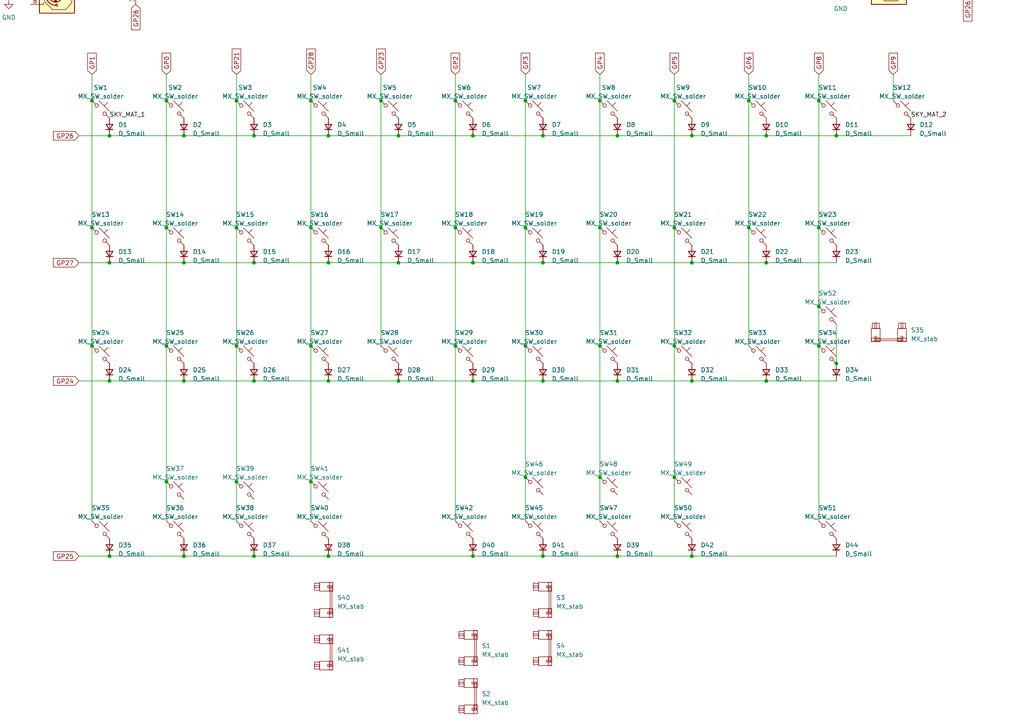
<source format=kicad_sch>
(kicad_sch (version 20230121) (generator eeschema)

  (uuid 2e3181fe-ee3c-478d-8961-58256639dc5f)

  (paper "A4")

  (lib_symbols
    (symbol "Device:D_Small" (pin_numbers hide) (pin_names (offset 0.254) hide) (in_bom yes) (on_board yes)
      (property "Reference" "D" (at -1.27 2.032 0)
        (effects (font (size 1.27 1.27)) (justify left))
      )
      (property "Value" "D_Small" (at -3.81 -2.032 0)
        (effects (font (size 1.27 1.27)) (justify left))
      )
      (property "Footprint" "" (at 0 0 90)
        (effects (font (size 1.27 1.27)) hide)
      )
      (property "Datasheet" "~" (at 0 0 90)
        (effects (font (size 1.27 1.27)) hide)
      )
      (property "Sim.Device" "D" (at 0 0 0)
        (effects (font (size 1.27 1.27)) hide)
      )
      (property "Sim.Pins" "1=K 2=A" (at 0 0 0)
        (effects (font (size 1.27 1.27)) hide)
      )
      (property "ki_keywords" "diode" (at 0 0 0)
        (effects (font (size 1.27 1.27)) hide)
      )
      (property "ki_description" "Diode, small symbol" (at 0 0 0)
        (effects (font (size 1.27 1.27)) hide)
      )
      (property "ki_fp_filters" "TO-???* *_Diode_* *SingleDiode* D_*" (at 0 0 0)
        (effects (font (size 1.27 1.27)) hide)
      )
      (symbol "D_Small_0_1"
        (polyline
          (pts
            (xy -0.762 -1.016)
            (xy -0.762 1.016)
          )
          (stroke (width 0.254) (type default))
          (fill (type none))
        )
        (polyline
          (pts
            (xy -0.762 0)
            (xy 0.762 0)
          )
          (stroke (width 0) (type default))
          (fill (type none))
        )
        (polyline
          (pts
            (xy 0.762 -1.016)
            (xy -0.762 0)
            (xy 0.762 1.016)
            (xy 0.762 -1.016)
          )
          (stroke (width 0.254) (type default))
          (fill (type none))
        )
      )
      (symbol "D_Small_1_1"
        (pin passive line (at -2.54 0 0) (length 1.778)
          (name "K" (effects (font (size 1.27 1.27))))
          (number "1" (effects (font (size 1.27 1.27))))
        )
        (pin passive line (at 2.54 0 180) (length 1.778)
          (name "A" (effects (font (size 1.27 1.27))))
          (number "2" (effects (font (size 1.27 1.27))))
        )
      )
    )
    (symbol "Device:Q_PMOS_GSD" (pin_names (offset 0) hide) (in_bom yes) (on_board yes)
      (property "Reference" "Q" (at 5.08 1.27 0)
        (effects (font (size 1.27 1.27)) (justify left))
      )
      (property "Value" "Q_PMOS_GSD" (at 5.08 -1.27 0)
        (effects (font (size 1.27 1.27)) (justify left))
      )
      (property "Footprint" "" (at 5.08 2.54 0)
        (effects (font (size 1.27 1.27)) hide)
      )
      (property "Datasheet" "~" (at 0 0 0)
        (effects (font (size 1.27 1.27)) hide)
      )
      (property "ki_keywords" "transistor PMOS P-MOS P-MOSFET" (at 0 0 0)
        (effects (font (size 1.27 1.27)) hide)
      )
      (property "ki_description" "P-MOSFET transistor, gate/source/drain" (at 0 0 0)
        (effects (font (size 1.27 1.27)) hide)
      )
      (symbol "Q_PMOS_GSD_0_1"
        (polyline
          (pts
            (xy 0.254 0)
            (xy -2.54 0)
          )
          (stroke (width 0) (type default))
          (fill (type none))
        )
        (polyline
          (pts
            (xy 0.254 1.905)
            (xy 0.254 -1.905)
          )
          (stroke (width 0.254) (type default))
          (fill (type none))
        )
        (polyline
          (pts
            (xy 0.762 -1.27)
            (xy 0.762 -2.286)
          )
          (stroke (width 0.254) (type default))
          (fill (type none))
        )
        (polyline
          (pts
            (xy 0.762 0.508)
            (xy 0.762 -0.508)
          )
          (stroke (width 0.254) (type default))
          (fill (type none))
        )
        (polyline
          (pts
            (xy 0.762 2.286)
            (xy 0.762 1.27)
          )
          (stroke (width 0.254) (type default))
          (fill (type none))
        )
        (polyline
          (pts
            (xy 2.54 2.54)
            (xy 2.54 1.778)
          )
          (stroke (width 0) (type default))
          (fill (type none))
        )
        (polyline
          (pts
            (xy 2.54 -2.54)
            (xy 2.54 0)
            (xy 0.762 0)
          )
          (stroke (width 0) (type default))
          (fill (type none))
        )
        (polyline
          (pts
            (xy 0.762 1.778)
            (xy 3.302 1.778)
            (xy 3.302 -1.778)
            (xy 0.762 -1.778)
          )
          (stroke (width 0) (type default))
          (fill (type none))
        )
        (polyline
          (pts
            (xy 2.286 0)
            (xy 1.27 0.381)
            (xy 1.27 -0.381)
            (xy 2.286 0)
          )
          (stroke (width 0) (type default))
          (fill (type outline))
        )
        (polyline
          (pts
            (xy 2.794 -0.508)
            (xy 2.921 -0.381)
            (xy 3.683 -0.381)
            (xy 3.81 -0.254)
          )
          (stroke (width 0) (type default))
          (fill (type none))
        )
        (polyline
          (pts
            (xy 3.302 -0.381)
            (xy 2.921 0.254)
            (xy 3.683 0.254)
            (xy 3.302 -0.381)
          )
          (stroke (width 0) (type default))
          (fill (type none))
        )
        (circle (center 1.651 0) (radius 2.794)
          (stroke (width 0.254) (type default))
          (fill (type none))
        )
        (circle (center 2.54 -1.778) (radius 0.254)
          (stroke (width 0) (type default))
          (fill (type outline))
        )
        (circle (center 2.54 1.778) (radius 0.254)
          (stroke (width 0) (type default))
          (fill (type outline))
        )
      )
      (symbol "Q_PMOS_GSD_1_1"
        (pin input line (at -5.08 0 0) (length 2.54)
          (name "G" (effects (font (size 1.27 1.27))))
          (number "1" (effects (font (size 1.27 1.27))))
        )
        (pin passive line (at 2.54 -5.08 90) (length 2.54)
          (name "S" (effects (font (size 1.27 1.27))))
          (number "2" (effects (font (size 1.27 1.27))))
        )
        (pin passive line (at 2.54 5.08 270) (length 2.54)
          (name "D" (effects (font (size 1.27 1.27))))
          (number "3" (effects (font (size 1.27 1.27))))
        )
      )
    )
    (symbol "Device:R_Small_US" (pin_numbers hide) (pin_names (offset 0.254) hide) (in_bom yes) (on_board yes)
      (property "Reference" "R" (at 0.762 0.508 0)
        (effects (font (size 1.27 1.27)) (justify left))
      )
      (property "Value" "R_Small_US" (at 0.762 -1.016 0)
        (effects (font (size 1.27 1.27)) (justify left))
      )
      (property "Footprint" "" (at 0 0 0)
        (effects (font (size 1.27 1.27)) hide)
      )
      (property "Datasheet" "~" (at 0 0 0)
        (effects (font (size 1.27 1.27)) hide)
      )
      (property "ki_keywords" "r resistor" (at 0 0 0)
        (effects (font (size 1.27 1.27)) hide)
      )
      (property "ki_description" "Resistor, small US symbol" (at 0 0 0)
        (effects (font (size 1.27 1.27)) hide)
      )
      (property "ki_fp_filters" "R_*" (at 0 0 0)
        (effects (font (size 1.27 1.27)) hide)
      )
      (symbol "R_Small_US_1_1"
        (polyline
          (pts
            (xy 0 0)
            (xy 1.016 -0.381)
            (xy 0 -0.762)
            (xy -1.016 -1.143)
            (xy 0 -1.524)
          )
          (stroke (width 0) (type default))
          (fill (type none))
        )
        (polyline
          (pts
            (xy 0 1.524)
            (xy 1.016 1.143)
            (xy 0 0.762)
            (xy -1.016 0.381)
            (xy 0 0)
          )
          (stroke (width 0) (type default))
          (fill (type none))
        )
        (pin passive line (at 0 2.54 270) (length 1.016)
          (name "~" (effects (font (size 1.27 1.27))))
          (number "1" (effects (font (size 1.27 1.27))))
        )
        (pin passive line (at 0 -2.54 90) (length 1.016)
          (name "~" (effects (font (size 1.27 1.27))))
          (number "2" (effects (font (size 1.27 1.27))))
        )
      )
    )
    (symbol "PCM_marbastlib-various:ROT_SKYLOONG_HS-Switch" (pin_names hide) (in_bom no) (on_board yes)
      (property "Reference" "SW" (at 0 8.89 0)
        (effects (font (size 1.27 1.27)))
      )
      (property "Value" "ROT_SKYLOONG_HS" (at 0 6.35 0)
        (effects (font (size 1.27 1.27)))
      )
      (property "Footprint" "PCM_marbastlib-various:ROT_SKYLOONG_HS-Switch" (at 0 0 0)
        (effects (font (size 1.27 1.27)) hide)
      )
      (property "Datasheet" "https://skyloong.vip/products/abs-hot-swappable-knobs-madule" (at 0 0 0)
        (effects (font (size 1.27 1.27)) hide)
      )
      (property "ki_keywords" "hotswap encoder ec6 switch" (at 0 0 0)
        (effects (font (size 1.27 1.27)) hide)
      )
      (property "ki_description" "SKYLOONG hotswap encoder module" (at 0 0 0)
        (effects (font (size 1.27 1.27)) hide)
      )
      (symbol "ROT_SKYLOONG_HS-Switch_0_1"
        (rectangle (start -5.08 5.08) (end 5.08 -5.08)
          (stroke (width 0.254) (type default))
          (fill (type background))
        )
        (circle (center -3.81 0) (radius 0.254)
          (stroke (width 0) (type default))
          (fill (type outline))
        )
        (circle (center -0.381 0) (radius 1.905)
          (stroke (width 0.254) (type default))
          (fill (type none))
        )
        (arc (start -0.381 2.667) (mid -3.0988 -0.0635) (end -0.381 -2.794)
          (stroke (width 0.254) (type default))
          (fill (type none))
        )
        (polyline
          (pts
            (xy -0.635 -1.778)
            (xy -0.635 1.778)
          )
          (stroke (width 0.254) (type default))
          (fill (type none))
        )
        (polyline
          (pts
            (xy -0.381 -1.778)
            (xy -0.381 1.778)
          )
          (stroke (width 0.254) (type default))
          (fill (type none))
        )
        (polyline
          (pts
            (xy -0.127 1.778)
            (xy -0.127 -1.778)
          )
          (stroke (width 0.254) (type default))
          (fill (type none))
        )
        (polyline
          (pts
            (xy 3.81 0)
            (xy 3.429 0)
          )
          (stroke (width 0.254) (type default))
          (fill (type none))
        )
        (polyline
          (pts
            (xy 3.81 1.016)
            (xy 3.81 -1.016)
          )
          (stroke (width 0.254) (type default))
          (fill (type none))
        )
        (polyline
          (pts
            (xy -5.08 -2.54)
            (xy -3.81 -2.54)
            (xy -3.81 -2.032)
          )
          (stroke (width 0) (type default))
          (fill (type none))
        )
        (polyline
          (pts
            (xy -5.08 2.54)
            (xy -3.81 2.54)
            (xy -3.81 2.032)
          )
          (stroke (width 0) (type default))
          (fill (type none))
        )
        (polyline
          (pts
            (xy 0.254 -3.048)
            (xy -0.508 -2.794)
            (xy 0.127 -2.413)
          )
          (stroke (width 0.254) (type default))
          (fill (type none))
        )
        (polyline
          (pts
            (xy 0.254 2.921)
            (xy -0.508 2.667)
            (xy 0.127 2.286)
          )
          (stroke (width 0.254) (type default))
          (fill (type none))
        )
        (polyline
          (pts
            (xy 5.08 2.54)
            (xy 4.318 2.54)
            (xy 4.318 1.016)
          )
          (stroke (width 0.254) (type default))
          (fill (type none))
        )
        (polyline
          (pts
            (xy -5.08 0)
            (xy -3.81 0)
            (xy -3.81 -1.016)
            (xy -3.302 -2.032)
          )
          (stroke (width 0) (type default))
          (fill (type none))
        )
        (polyline
          (pts
            (xy -4.318 0)
            (xy -3.81 0)
            (xy -3.81 1.016)
            (xy -3.302 2.032)
          )
          (stroke (width 0) (type default))
          (fill (type none))
        )
        (polyline
          (pts
            (xy -3.302 -2.032)
            (xy -1.27 -4.064)
            (xy 2.54 -4.064)
            (xy 4.318 -2.032)
            (xy 4.318 -1.016)
          )
          (stroke (width 0) (type default))
          (fill (type none))
        )
        (circle (center 4.318 -1.016) (radius 0.127)
          (stroke (width 0.254) (type default))
          (fill (type none))
        )
        (circle (center 4.318 1.016) (radius 0.127)
          (stroke (width 0.254) (type default))
          (fill (type none))
        )
      )
      (symbol "ROT_SKYLOONG_HS-Switch_1_1"
        (pin passive line (at -7.62 2.54 0) (length 2.54)
          (name "A" (effects (font (size 1.27 1.27))))
          (number "A" (effects (font (size 1.27 1.27))))
        )
        (pin passive line (at -7.62 -2.54 0) (length 2.54)
          (name "B" (effects (font (size 1.27 1.27))))
          (number "B" (effects (font (size 1.27 1.27))))
        )
        (pin passive line (at -7.62 0 0) (length 2.54)
          (name "C" (effects (font (size 1.27 1.27))))
          (number "C" (effects (font (size 1.27 1.27))))
        )
        (pin passive line (at 7.62 2.54 180) (length 2.54)
          (name "S" (effects (font (size 1.27 1.27))))
          (number "S" (effects (font (size 1.27 1.27))))
        )
      )
    )
    (symbol "marbastlib-mx:MX_SW_HS" (pin_numbers hide) (pin_names (offset 1.016) hide) (in_bom yes) (on_board yes)
      (property "Reference" "SW" (at 3.048 1.016 0)
        (effects (font (size 1.27 1.27)) (justify left))
      )
      (property "Value" "MX_SW_HS" (at 0 -3.81 0)
        (effects (font (size 1.27 1.27)))
      )
      (property "Footprint" "marbastlib-mx:SW_MX_HS_1u" (at 0 0 0)
        (effects (font (size 1.27 1.27)) hide)
      )
      (property "Datasheet" "~" (at 0 0 0)
        (effects (font (size 1.27 1.27)) hide)
      )
      (property "ki_keywords" "switch normally-open pushbutton push-button" (at 0 0 0)
        (effects (font (size 1.27 1.27)) hide)
      )
      (property "ki_description" "Push button switch, normally open, two pins, 45° tilted" (at 0 0 0)
        (effects (font (size 1.27 1.27)) hide)
      )
      (symbol "MX_SW_HS_0_1"
        (circle (center -1.1684 1.1684) (radius 0.508)
          (stroke (width 0) (type default))
          (fill (type none))
        )
        (polyline
          (pts
            (xy -0.508 2.54)
            (xy 2.54 -0.508)
          )
          (stroke (width 0) (type default))
          (fill (type none))
        )
        (polyline
          (pts
            (xy 1.016 1.016)
            (xy 2.032 2.032)
          )
          (stroke (width 0) (type default))
          (fill (type none))
        )
        (polyline
          (pts
            (xy -2.54 2.54)
            (xy -1.524 1.524)
            (xy -1.524 1.524)
          )
          (stroke (width 0) (type default))
          (fill (type none))
        )
        (polyline
          (pts
            (xy 1.524 -1.524)
            (xy 2.54 -2.54)
            (xy 2.54 -2.54)
            (xy 2.54 -2.54)
          )
          (stroke (width 0) (type default))
          (fill (type none))
        )
        (circle (center 1.143 -1.1938) (radius 0.508)
          (stroke (width 0) (type default))
          (fill (type none))
        )
        (pin passive line (at -2.54 2.54 0) (length 0)
          (name "1" (effects (font (size 1.27 1.27))))
          (number "1" (effects (font (size 1.27 1.27))))
        )
        (pin passive line (at 2.54 -2.54 180) (length 0)
          (name "2" (effects (font (size 1.27 1.27))))
          (number "2" (effects (font (size 1.27 1.27))))
        )
      )
    )
    (symbol "marbastlib-mx:MX_stab" (pin_names (offset 1.016)) (in_bom yes) (on_board yes)
      (property "Reference" "S" (at -5.08 6.35 0)
        (effects (font (size 1.27 1.27)) (justify left))
      )
      (property "Value" "MX_stab" (at -5.08 3.81 0)
        (effects (font (size 1.27 1.27)) (justify left))
      )
      (property "Footprint" "marbastlib-mx:STAB_MX_P_6.25u" (at 0 0 0)
        (effects (font (size 1.27 1.27)) hide)
      )
      (property "Datasheet" "" (at 0 0 0)
        (effects (font (size 1.27 1.27)) hide)
      )
      (property "ki_keywords" "cherry mx stabilizer stab" (at 0 0 0)
        (effects (font (size 1.27 1.27)) hide)
      )
      (property "ki_description" "Cherry MX-style stabilizer" (at 0 0 0)
        (effects (font (size 1.27 1.27)) hide)
      )
      (symbol "MX_stab_0_1"
        (rectangle (start -5.08 -1.524) (end -2.54 -2.54)
          (stroke (width 0) (type default))
          (fill (type none))
        )
        (rectangle (start -5.08 1.27) (end -2.54 -2.54)
          (stroke (width 0) (type default))
          (fill (type none))
        )
        (rectangle (start -4.826 2.794) (end -2.794 1.27)
          (stroke (width 0) (type default))
          (fill (type none))
        )
        (rectangle (start -4.064 -2.286) (end -3.556 -1.016)
          (stroke (width 0) (type default))
          (fill (type none))
        )
        (rectangle (start -4.064 -1.778) (end 4.064 -2.286)
          (stroke (width 0) (type default))
          (fill (type none))
        )
        (rectangle (start -4.064 1.27) (end -3.556 2.794)
          (stroke (width 0) (type default))
          (fill (type none))
        )
        (rectangle (start 2.54 -1.524) (end 5.08 -2.54)
          (stroke (width 0) (type default))
          (fill (type none))
        )
        (rectangle (start 2.54 1.27) (end 5.08 -2.54)
          (stroke (width 0) (type default))
          (fill (type none))
        )
        (rectangle (start 2.794 2.794) (end 4.826 1.27)
          (stroke (width 0) (type default))
          (fill (type none))
        )
        (rectangle (start 3.556 1.27) (end 4.064 2.794)
          (stroke (width 0) (type default))
          (fill (type none))
        )
        (rectangle (start 4.064 -2.286) (end 3.556 -1.016)
          (stroke (width 0) (type default))
          (fill (type none))
        )
      )
    )
    (symbol "power:+3.3V" (power) (pin_names (offset 0)) (in_bom yes) (on_board yes)
      (property "Reference" "#PWR" (at 0 -3.81 0)
        (effects (font (size 1.27 1.27)) hide)
      )
      (property "Value" "+3.3V" (at 0 3.556 0)
        (effects (font (size 1.27 1.27)))
      )
      (property "Footprint" "" (at 0 0 0)
        (effects (font (size 1.27 1.27)) hide)
      )
      (property "Datasheet" "" (at 0 0 0)
        (effects (font (size 1.27 1.27)) hide)
      )
      (property "ki_keywords" "global power" (at 0 0 0)
        (effects (font (size 1.27 1.27)) hide)
      )
      (property "ki_description" "Power symbol creates a global label with name \"+3.3V\"" (at 0 0 0)
        (effects (font (size 1.27 1.27)) hide)
      )
      (symbol "+3.3V_0_1"
        (polyline
          (pts
            (xy -0.762 1.27)
            (xy 0 2.54)
          )
          (stroke (width 0) (type default))
          (fill (type none))
        )
        (polyline
          (pts
            (xy 0 0)
            (xy 0 2.54)
          )
          (stroke (width 0) (type default))
          (fill (type none))
        )
        (polyline
          (pts
            (xy 0 2.54)
            (xy 0.762 1.27)
          )
          (stroke (width 0) (type default))
          (fill (type none))
        )
      )
      (symbol "+3.3V_1_1"
        (pin power_in line (at 0 0 90) (length 0) hide
          (name "+3.3V" (effects (font (size 1.27 1.27))))
          (number "1" (effects (font (size 1.27 1.27))))
        )
      )
    )
    (symbol "power:GND" (power) (pin_names (offset 0)) (in_bom yes) (on_board yes)
      (property "Reference" "#PWR" (at 0 -6.35 0)
        (effects (font (size 1.27 1.27)) hide)
      )
      (property "Value" "GND" (at 0 -3.81 0)
        (effects (font (size 1.27 1.27)))
      )
      (property "Footprint" "" (at 0 0 0)
        (effects (font (size 1.27 1.27)) hide)
      )
      (property "Datasheet" "" (at 0 0 0)
        (effects (font (size 1.27 1.27)) hide)
      )
      (property "ki_keywords" "global power" (at 0 0 0)
        (effects (font (size 1.27 1.27)) hide)
      )
      (property "ki_description" "Power symbol creates a global label with name \"GND\" , ground" (at 0 0 0)
        (effects (font (size 1.27 1.27)) hide)
      )
      (symbol "GND_0_1"
        (polyline
          (pts
            (xy 0 0)
            (xy 0 -1.27)
            (xy 1.27 -1.27)
            (xy 0 -2.54)
            (xy -1.27 -1.27)
            (xy 0 -1.27)
          )
          (stroke (width 0) (type default))
          (fill (type none))
        )
      )
      (symbol "GND_1_1"
        (pin power_in line (at 0 0 270) (length 0) hide
          (name "GND" (effects (font (size 1.27 1.27))))
          (number "1" (effects (font (size 1.27 1.27))))
        )
      )
    )
  )

  (junction (at 152.4 138.43) (diameter 0) (color 0 0 0 0)
    (uuid 086c80f3-60da-4615-b680-db314b41216a)
  )
  (junction (at 152.4 100.33) (diameter 0) (color 0 0 0 0)
    (uuid 0ab2cc80-9bb0-4975-bb64-5559ce72efee)
  )
  (junction (at 68.58 29.21) (diameter 0) (color 0 0 0 0)
    (uuid 104ce465-b804-409c-b62b-655cad5c22d7)
  )
  (junction (at 73.66 110.49) (diameter 0) (color 0 0 0 0)
    (uuid 11ed7528-ec38-461c-b9e9-2bf79917341a)
  )
  (junction (at 179.07 110.49) (diameter 0) (color 0 0 0 0)
    (uuid 174f1b0f-a813-4b0d-939a-0c3d44e9e74b)
  )
  (junction (at 115.57 110.49) (diameter 0) (color 0 0 0 0)
    (uuid 20dc1a06-ea82-4b90-9dd9-422160f9bc0d)
  )
  (junction (at 110.49 66.04) (diameter 0) (color 0 0 0 0)
    (uuid 25b45e19-d2dc-4f1b-98ae-015c1fe0f0f6)
  )
  (junction (at 200.66 76.2) (diameter 0) (color 0 0 0 0)
    (uuid 298be357-6a9f-4dfc-8bc4-ec22680df477)
  )
  (junction (at 269.24 -6.35) (diameter 0) (color 0 0 0 0)
    (uuid 2ae951cb-6be6-4c0e-8bc5-450ea713846c)
  )
  (junction (at 48.26 100.33) (diameter 0) (color 0 0 0 0)
    (uuid 2cfc9006-3869-4870-bce3-19b51f5b84a7)
  )
  (junction (at 173.99 100.33) (diameter 0) (color 0 0 0 0)
    (uuid 302b4d3d-9062-425d-8cd3-fda0a09c9e25)
  )
  (junction (at 217.17 29.21) (diameter 0) (color 0 0 0 0)
    (uuid 330d0736-8286-4608-b222-cab308f2adf9)
  )
  (junction (at 68.58 100.33) (diameter 0) (color 0 0 0 0)
    (uuid 33d507c5-240a-4b80-b487-bb89db72334d)
  )
  (junction (at 222.25 76.2) (diameter 0) (color 0 0 0 0)
    (uuid 35b8cd8a-1f81-48d0-80bd-229bfce1c624)
  )
  (junction (at 195.58 138.43) (diameter 0) (color 0 0 0 0)
    (uuid 38bca497-5955-4a31-a9ca-e4e6365a5a1c)
  )
  (junction (at 68.58 139.7) (diameter 0) (color 0 0 0 0)
    (uuid 3a935c3f-27d1-4279-8aea-0486c066fbd8)
  )
  (junction (at 26.67 66.04) (diameter 0) (color 0 0 0 0)
    (uuid 3a9de293-4172-4a92-af7f-b58d1fba88b0)
  )
  (junction (at 237.49 100.33) (diameter 0) (color 0 0 0 0)
    (uuid 3c430344-2c9f-4e55-b48e-2d093ab3dfe8)
  )
  (junction (at 173.99 138.43) (diameter 0) (color 0 0 0 0)
    (uuid 3c62e059-564e-4322-b2f1-199b1025bd58)
  )
  (junction (at 137.16 110.49) (diameter 0) (color 0 0 0 0)
    (uuid 3dc902d4-598e-4b7d-955a-7a83316302d1)
  )
  (junction (at 242.57 105.41) (diameter 0) (color 0 0 0 0)
    (uuid 3de514c2-4f9e-43e8-a21e-333383535170)
  )
  (junction (at 137.16 39.37) (diameter 0) (color 0 0 0 0)
    (uuid 3e4445cd-d7eb-42b3-b629-06cf3f4a2643)
  )
  (junction (at 90.17 100.33) (diameter 0) (color 0 0 0 0)
    (uuid 489ed694-82cf-4792-9f1b-71691bbe2cd3)
  )
  (junction (at 90.17 139.7) (diameter 0) (color 0 0 0 0)
    (uuid 4e48c7a5-75be-4df5-95e0-ae0dd80fe257)
  )
  (junction (at 242.57 39.37) (diameter 0) (color 0 0 0 0)
    (uuid 52682ab3-95f9-460e-bfbd-24b49c7fa64a)
  )
  (junction (at 53.34 110.49) (diameter 0) (color 0 0 0 0)
    (uuid 52923c77-6584-4bb2-9144-bf9ada172dac)
  )
  (junction (at 152.4 66.04) (diameter 0) (color 0 0 0 0)
    (uuid 52da2bb4-4ad3-4209-86f1-72015f53399f)
  )
  (junction (at 200.66 161.29) (diameter 0) (color 0 0 0 0)
    (uuid 575ba0c0-af0f-4580-9d4b-6de1641deb09)
  )
  (junction (at 152.4 29.21) (diameter 0) (color 0 0 0 0)
    (uuid 5b515997-aac0-4926-9641-46ad98a9b2f1)
  )
  (junction (at 31.75 76.2) (diameter 0) (color 0 0 0 0)
    (uuid 5c1f3421-06bb-4abf-bd97-95d086f38c84)
  )
  (junction (at 137.16 76.2) (diameter 0) (color 0 0 0 0)
    (uuid 5d42445f-e7a2-428e-87e6-da0ef72a7227)
  )
  (junction (at 179.07 161.29) (diameter 0) (color 0 0 0 0)
    (uuid 6650b5fa-9788-4098-a36f-a182464a65f8)
  )
  (junction (at 48.26 29.21) (diameter 0) (color 0 0 0 0)
    (uuid 685f9012-3d49-44bf-96ed-e5be37dfced0)
  )
  (junction (at 48.26 139.7) (diameter 0) (color 0 0 0 0)
    (uuid 6b9dbf8b-3342-4471-8592-bbf2b5c4fb54)
  )
  (junction (at 26.67 29.21) (diameter 0) (color 0 0 0 0)
    (uuid 6d2af339-6a66-4491-adb3-2228fb29006c)
  )
  (junction (at 53.34 161.29) (diameter 0) (color 0 0 0 0)
    (uuid 73f7e3aa-ea1a-4cea-a8d2-31b0342a73d4)
  )
  (junction (at 222.25 110.49) (diameter 0) (color 0 0 0 0)
    (uuid 7656be37-e544-4323-883f-f53d4fc5edb9)
  )
  (junction (at 31.75 110.49) (diameter 0) (color 0 0 0 0)
    (uuid 8025afc9-6561-421c-a14e-7b7c658f10dd)
  )
  (junction (at 68.58 66.04) (diameter 0) (color 0 0 0 0)
    (uuid 86464253-a9e4-41cc-84f8-2ddadcf081bc)
  )
  (junction (at 110.49 29.21) (diameter 0) (color 0 0 0 0)
    (uuid 88747cd5-e18f-4583-a40a-431a920dd113)
  )
  (junction (at 217.17 66.04) (diameter 0) (color 0 0 0 0)
    (uuid 8cdab2ac-0fb4-449b-91ec-13f00cd08d87)
  )
  (junction (at 237.49 29.21) (diameter 0) (color 0 0 0 0)
    (uuid 8e6f20c1-008e-4e22-b74b-6ad67018917f)
  )
  (junction (at 132.08 100.33) (diameter 0) (color 0 0 0 0)
    (uuid 8fff5f89-b80b-4d89-843c-dd62e6d8de30)
  )
  (junction (at 179.07 76.2) (diameter 0) (color 0 0 0 0)
    (uuid 936323f0-3ff8-449a-bbb7-1636a10ddaec)
  )
  (junction (at 53.34 76.2) (diameter 0) (color 0 0 0 0)
    (uuid 93ca0feb-4228-455a-892e-53509b457d24)
  )
  (junction (at 157.48 76.2) (diameter 0) (color 0 0 0 0)
    (uuid 93e62495-72dd-4a29-99c2-d612fc2e5feb)
  )
  (junction (at 48.26 66.04) (diameter 0) (color 0 0 0 0)
    (uuid 9417fb11-1abf-4e4d-9c4a-51479723699f)
  )
  (junction (at 195.58 66.04) (diameter 0) (color 0 0 0 0)
    (uuid 96d439ef-93da-4158-b96f-e4b265c1da65)
  )
  (junction (at 237.49 88.9) (diameter 0) (color 0 0 0 0)
    (uuid 9cdcd38a-c207-4f1d-8b34-7bfc2156048e)
  )
  (junction (at 95.25 161.29) (diameter 0) (color 0 0 0 0)
    (uuid 9f3a1759-1a5f-452d-bbca-cfa30b51e09a)
  )
  (junction (at 222.25 39.37) (diameter 0) (color 0 0 0 0)
    (uuid a02ef836-0f3a-408e-b53e-c90459bb781f)
  )
  (junction (at 73.66 161.29) (diameter 0) (color 0 0 0 0)
    (uuid a49d04e3-6f63-42cb-8a1f-0ab671490bcb)
  )
  (junction (at 31.75 161.29) (diameter 0) (color 0 0 0 0)
    (uuid af413326-a7c7-4550-8a90-a059b461312e)
  )
  (junction (at 115.57 39.37) (diameter 0) (color 0 0 0 0)
    (uuid af63257d-55f3-49b6-88f4-59d2a3f17c1e)
  )
  (junction (at 73.66 39.37) (diameter 0) (color 0 0 0 0)
    (uuid b05f1aa2-ac8b-47ad-be38-f37cd52dc4c4)
  )
  (junction (at 173.99 29.21) (diameter 0) (color 0 0 0 0)
    (uuid b4a30203-475e-42fa-9df5-29bc48206029)
  )
  (junction (at 157.48 161.29) (diameter 0) (color 0 0 0 0)
    (uuid bcf4316a-c290-4414-a60c-05a28e446fd8)
  )
  (junction (at 26.67 100.33) (diameter 0) (color 0 0 0 0)
    (uuid bd14825e-9d37-478b-82b2-b21fc58dd8c5)
  )
  (junction (at 95.25 110.49) (diameter 0) (color 0 0 0 0)
    (uuid be6126d9-85e6-4ffd-9cbc-2d9cca376608)
  )
  (junction (at 132.08 66.04) (diameter 0) (color 0 0 0 0)
    (uuid bf180c94-4b3b-426f-9ea5-777d59edc407)
  )
  (junction (at 157.48 39.37) (diameter 0) (color 0 0 0 0)
    (uuid c785c744-b8d3-4407-b6de-5dbddaa01b17)
  )
  (junction (at 73.66 76.2) (diameter 0) (color 0 0 0 0)
    (uuid c7ff15d3-6c22-47e8-a4a3-af53016e95b5)
  )
  (junction (at 95.25 39.37) (diameter 0) (color 0 0 0 0)
    (uuid c870de69-103d-4dde-96b5-142b64212d49)
  )
  (junction (at 115.57 76.2) (diameter 0) (color 0 0 0 0)
    (uuid c8abdca6-1088-46e2-bd47-c682b2637360)
  )
  (junction (at 195.58 29.21) (diameter 0) (color 0 0 0 0)
    (uuid cd3ae8bc-9ce2-4065-9890-167284734056)
  )
  (junction (at 53.34 39.37) (diameter 0) (color 0 0 0 0)
    (uuid d66cb3ce-f05f-4e8b-9ed6-3fedf5b27178)
  )
  (junction (at 173.99 66.04) (diameter 0) (color 0 0 0 0)
    (uuid dad11645-24cb-440a-b7a2-3631d94611b1)
  )
  (junction (at 137.16 161.29) (diameter 0) (color 0 0 0 0)
    (uuid db56f822-2af2-44f4-a253-47827cea2dd5)
  )
  (junction (at 200.66 110.49) (diameter 0) (color 0 0 0 0)
    (uuid db813d56-4420-41f9-afcd-ecc5d462dbea)
  )
  (junction (at 237.49 66.04) (diameter 0) (color 0 0 0 0)
    (uuid ddb98426-4ff3-4f80-87e9-9b42d354d1bc)
  )
  (junction (at 95.25 76.2) (diameter 0) (color 0 0 0 0)
    (uuid dea37bd9-693b-49aa-8143-57e002fbf42f)
  )
  (junction (at 90.17 29.21) (diameter 0) (color 0 0 0 0)
    (uuid e5bd3de2-0a6f-4df1-b69d-0c66f6d94a85)
  )
  (junction (at 132.08 29.21) (diameter 0) (color 0 0 0 0)
    (uuid e7d795b1-e63b-44f0-b435-3b44c001069e)
  )
  (junction (at 179.07 39.37) (diameter 0) (color 0 0 0 0)
    (uuid e871e9d4-eb8d-4382-bc55-f44a2430b23c)
  )
  (junction (at 157.48 110.49) (diameter 0) (color 0 0 0 0)
    (uuid ea5bdc21-b57c-4a40-a8b4-cec95d490b7a)
  )
  (junction (at 195.58 100.33) (diameter 0) (color 0 0 0 0)
    (uuid ec0c9979-ff76-44e6-b34d-5e6af19da5fe)
  )
  (junction (at 31.75 39.37) (diameter 0) (color 0 0 0 0)
    (uuid f4b50385-6625-432a-b1b7-659cf2af6673)
  )
  (junction (at 27.94 -3.81) (diameter 0) (color 0 0 0 0)
    (uuid fa9d394d-e4ee-45c4-9c2d-e8ba2372dfb9)
  )
  (junction (at 200.66 39.37) (diameter 0) (color 0 0 0 0)
    (uuid fe9a56d9-c9da-4a40-98c1-d632c034936e)
  )
  (junction (at 90.17 66.04) (diameter 0) (color 0 0 0 0)
    (uuid fed0e1e5-da29-4580-92b1-1529ab290aea)
  )

  (wire (pts (xy 26.67 66.04) (xy 26.67 100.33))
    (stroke (width 0) (type default))
    (uuid 0df95480-7115-454d-ac4a-2ae0d99bf9a9)
  )
  (wire (pts (xy 90.17 100.33) (xy 90.17 139.7))
    (stroke (width 0) (type default))
    (uuid 1408c575-cde9-477f-9757-3e72d82af17b)
  )
  (wire (pts (xy 68.58 139.7) (xy 68.58 151.13))
    (stroke (width 0) (type default))
    (uuid 14773f86-cf5a-4cc1-ba2a-414011c64955)
  )
  (wire (pts (xy 222.25 39.37) (xy 242.57 39.37))
    (stroke (width 0) (type default))
    (uuid 14802ca6-2c28-4a49-89f1-49fa91cb619a)
  )
  (wire (pts (xy 22.86 110.49) (xy 31.75 110.49))
    (stroke (width 0) (type default))
    (uuid 148912d2-2607-403e-bb06-20c2ebf7afa9)
  )
  (wire (pts (xy 217.17 21.59) (xy 217.17 29.21))
    (stroke (width 0) (type default))
    (uuid 1543b01b-0d0e-49b6-95be-6715fca47c3e)
  )
  (wire (pts (xy 31.75 161.29) (xy 53.34 161.29))
    (stroke (width 0) (type default))
    (uuid 1d0dfed6-e330-4bc2-aeb3-811290eb9a2e)
  )
  (wire (pts (xy 237.49 21.59) (xy 237.49 29.21))
    (stroke (width 0) (type default))
    (uuid 1f399461-1385-4071-b66c-5a64f8aba312)
  )
  (wire (pts (xy 53.34 161.29) (xy 73.66 161.29))
    (stroke (width 0) (type default))
    (uuid 210df029-aa30-4513-9e20-ee5309a67e37)
  )
  (wire (pts (xy 110.49 21.59) (xy 110.49 29.21))
    (stroke (width 0) (type default))
    (uuid 21877ce5-a45d-45f8-a8ce-393f944e5bf1)
  )
  (wire (pts (xy 68.58 29.21) (xy 68.58 66.04))
    (stroke (width 0) (type default))
    (uuid 2520c770-398f-49af-be13-c51f4fe8d745)
  )
  (wire (pts (xy 95.25 76.2) (xy 115.57 76.2))
    (stroke (width 0) (type default))
    (uuid 25e4e0bc-d672-4d9c-b7bc-6c34c73f99a8)
  )
  (wire (pts (xy 222.25 76.2) (xy 242.57 76.2))
    (stroke (width 0) (type default))
    (uuid 29d0b73e-28ee-4b9d-822e-3ccee0720a7d)
  )
  (wire (pts (xy 90.17 29.21) (xy 90.17 66.04))
    (stroke (width 0) (type default))
    (uuid 2ab6bfd2-e0b4-482c-b61e-ec9fc45145fb)
  )
  (wire (pts (xy 137.16 76.2) (xy 157.48 76.2))
    (stroke (width 0) (type default))
    (uuid 2bec57fd-583c-4fdd-b4fb-3ea3bd938829)
  )
  (wire (pts (xy 217.17 66.04) (xy 217.17 100.33))
    (stroke (width 0) (type default))
    (uuid 2d80ac79-8088-4e69-93b9-b38e74728611)
  )
  (wire (pts (xy 137.16 110.49) (xy 157.48 110.49))
    (stroke (width 0) (type default))
    (uuid 2eff01bc-f4ed-48d1-a987-217ff53894a5)
  )
  (wire (pts (xy 243.84 -2.54) (xy 243.84 -3.81))
    (stroke (width 0) (type default))
    (uuid 303e9e9f-d54a-482f-99d2-f76d10f611e1)
  )
  (wire (pts (xy 27.94 -3.81) (xy 31.75 -3.81))
    (stroke (width 0) (type default))
    (uuid 31380ad5-7275-4798-ae81-89cd87691485)
  )
  (wire (pts (xy 157.48 39.37) (xy 179.07 39.37))
    (stroke (width 0) (type default))
    (uuid 3286149c-deeb-4c21-9559-6250df47f6f0)
  )
  (wire (pts (xy 173.99 29.21) (xy 173.99 66.04))
    (stroke (width 0) (type default))
    (uuid 33f99313-1a3c-49dd-bf46-c26e32cbfda9)
  )
  (wire (pts (xy 31.75 76.2) (xy 53.34 76.2))
    (stroke (width 0) (type default))
    (uuid 347938fc-8ec3-47b6-b055-6b143e913d6f)
  )
  (wire (pts (xy 179.07 76.2) (xy 200.66 76.2))
    (stroke (width 0) (type default))
    (uuid 36136863-67a5-4607-9712-3a63456b4399)
  )
  (wire (pts (xy 53.34 110.49) (xy 73.66 110.49))
    (stroke (width 0) (type default))
    (uuid 369e9f71-76e4-453a-83f2-d9ee9941b12d)
  )
  (wire (pts (xy 132.08 21.59) (xy 132.08 29.21))
    (stroke (width 0) (type default))
    (uuid 3d73878c-ff73-415e-bd09-74e2c0b06155)
  )
  (wire (pts (xy 152.4 100.33) (xy 152.4 138.43))
    (stroke (width 0) (type default))
    (uuid 44a08b80-0add-42fd-a9e4-e7113bb10cc9)
  )
  (wire (pts (xy 95.25 39.37) (xy 115.57 39.37))
    (stroke (width 0) (type default))
    (uuid 45ec570b-8011-49a6-8835-bf49c82df4fe)
  )
  (wire (pts (xy 90.17 66.04) (xy 90.17 100.33))
    (stroke (width 0) (type default))
    (uuid 4d085dfd-eec0-40dd-877f-f7e526fdfee5)
  )
  (wire (pts (xy 26.67 21.59) (xy 26.67 29.21))
    (stroke (width 0) (type default))
    (uuid 4dad5b1c-3c0f-4c3a-9f41-5009154568d5)
  )
  (wire (pts (xy 53.34 39.37) (xy 73.66 39.37))
    (stroke (width 0) (type default))
    (uuid 4ebdd77c-e7f3-4bdb-8d55-8181402a006e)
  )
  (wire (pts (xy 137.16 39.37) (xy 157.48 39.37))
    (stroke (width 0) (type default))
    (uuid 5544481a-8044-4783-92e0-1634448da20e)
  )
  (wire (pts (xy 157.48 110.49) (xy 179.07 110.49))
    (stroke (width 0) (type default))
    (uuid 568c979d-ef9a-47f5-b3c4-9769f770f8c0)
  )
  (wire (pts (xy 237.49 88.9) (xy 237.49 100.33))
    (stroke (width 0) (type default))
    (uuid 604fdcbc-90fc-45b0-883a-d1861300413c)
  )
  (wire (pts (xy 2.54 -1.27) (xy 8.89 -1.27))
    (stroke (width 0) (type default))
    (uuid 606f9d2b-72c6-457b-99a8-f13b7853fee9)
  )
  (wire (pts (xy 237.49 100.33) (xy 237.49 151.13))
    (stroke (width 0) (type default))
    (uuid 6306c92c-112b-4b07-b7fc-8f7f3af23f36)
  )
  (wire (pts (xy 26.67 29.21) (xy 26.67 66.04))
    (stroke (width 0) (type default))
    (uuid 6df9ef04-0eed-4a07-ab99-edbea674dab5)
  )
  (wire (pts (xy 95.25 161.29) (xy 137.16 161.29))
    (stroke (width 0) (type default))
    (uuid 70ff8c78-25ca-42dc-a5ad-ef7f7dfee49d)
  )
  (wire (pts (xy 48.26 100.33) (xy 48.26 139.7))
    (stroke (width 0) (type default))
    (uuid 7565b2ba-4c3d-4990-a392-3c354b4e7bfe)
  )
  (wire (pts (xy 90.17 21.59) (xy 90.17 29.21))
    (stroke (width 0) (type default))
    (uuid 7699af81-5b2f-4da2-8d1b-c678e05f66b7)
  )
  (wire (pts (xy 157.48 76.2) (xy 179.07 76.2))
    (stroke (width 0) (type default))
    (uuid 7a997ff6-98d5-4215-8840-5eb353130a1a)
  )
  (wire (pts (xy 68.58 100.33) (xy 68.58 139.7))
    (stroke (width 0) (type default))
    (uuid 7af4c21e-3d8b-45a9-a100-f2cbad5737ca)
  )
  (wire (pts (xy 22.86 76.2) (xy 31.75 76.2))
    (stroke (width 0) (type default))
    (uuid 7c90c9d3-5ae1-4f67-aa22-f062f98c9f96)
  )
  (wire (pts (xy 179.07 161.29) (xy 200.66 161.29))
    (stroke (width 0) (type default))
    (uuid 7d2504e4-fd6d-4d95-827b-b747a0279b84)
  )
  (wire (pts (xy 222.25 110.49) (xy 242.57 110.49))
    (stroke (width 0) (type default))
    (uuid 7ec6ab9f-166d-41fc-b380-6e9dbdcbf5f9)
  )
  (wire (pts (xy 195.58 100.33) (xy 195.58 138.43))
    (stroke (width 0) (type default))
    (uuid 80b42777-9245-4fea-bbd2-ae4082a302b7)
  )
  (wire (pts (xy 243.84 -3.81) (xy 250.19 -3.81))
    (stroke (width 0) (type default))
    (uuid 82182f20-029e-45ae-8c84-9b63c104dc0d)
  )
  (wire (pts (xy 242.57 93.98) (xy 242.57 105.41))
    (stroke (width 0) (type default))
    (uuid 843d9f74-6e0f-45d4-831e-2c2b20d7ea33)
  )
  (wire (pts (xy 31.75 110.49) (xy 53.34 110.49))
    (stroke (width 0) (type default))
    (uuid 84a29dcd-3e0c-422c-8136-8daeec785fa0)
  )
  (wire (pts (xy 200.66 76.2) (xy 222.25 76.2))
    (stroke (width 0) (type default))
    (uuid 87e40ef2-9c9c-4811-b853-d30a940fe458)
  )
  (wire (pts (xy 48.26 139.7) (xy 48.26 151.13))
    (stroke (width 0) (type default))
    (uuid 89410e31-a7c8-4bdc-937e-73355f3c53ce)
  )
  (wire (pts (xy 110.49 66.04) (xy 110.49 100.33))
    (stroke (width 0) (type default))
    (uuid 8a2283e6-6ae8-46bb-8865-fe9d2bf2579d)
  )
  (wire (pts (xy 195.58 138.43) (xy 195.58 151.13))
    (stroke (width 0) (type default))
    (uuid 8aa70281-c723-4391-92d6-b28ab54d8471)
  )
  (wire (pts (xy 68.58 66.04) (xy 68.58 100.33))
    (stroke (width 0) (type default))
    (uuid 8f77deb5-9691-41c3-b363-f422c5a7a8c2)
  )
  (wire (pts (xy 132.08 100.33) (xy 132.08 151.13))
    (stroke (width 0) (type default))
    (uuid 9057e51f-9053-472a-8b61-d8ea8ba63574)
  )
  (wire (pts (xy 242.57 39.37) (xy 264.16 39.37))
    (stroke (width 0) (type default))
    (uuid 9106b46c-1344-47fc-9a3c-079de99ea54b)
  )
  (wire (pts (xy 115.57 76.2) (xy 137.16 76.2))
    (stroke (width 0) (type default))
    (uuid 93ab6e05-2c12-4ccd-a715-e3cfc50634e9)
  )
  (wire (pts (xy 195.58 21.59) (xy 195.58 29.21))
    (stroke (width 0) (type default))
    (uuid 93fcbc34-750a-466b-8543-12fac8d04257)
  )
  (wire (pts (xy 157.48 161.29) (xy 179.07 161.29))
    (stroke (width 0) (type default))
    (uuid 963e30eb-c978-4381-846d-82939c607b13)
  )
  (wire (pts (xy 115.57 110.49) (xy 137.16 110.49))
    (stroke (width 0) (type default))
    (uuid 97d43ae2-6d8b-4d1b-92de-36cd8341777d)
  )
  (wire (pts (xy 217.17 29.21) (xy 217.17 66.04))
    (stroke (width 0) (type default))
    (uuid 98f043fa-30b7-4813-bd4c-9797a02aaba8)
  )
  (wire (pts (xy 73.66 39.37) (xy 95.25 39.37))
    (stroke (width 0) (type default))
    (uuid 9f528532-fb11-4b59-8ee6-5400529ec9bc)
  )
  (wire (pts (xy 48.26 29.21) (xy 48.26 66.04))
    (stroke (width 0) (type default))
    (uuid 9f807bf4-32f5-474b-9211-11ee9e205771)
  )
  (wire (pts (xy 22.86 39.37) (xy 31.75 39.37))
    (stroke (width 0) (type default))
    (uuid a084ebc6-220d-4367-bc85-1a88fda4158d)
  )
  (wire (pts (xy 26.67 100.33) (xy 26.67 151.13))
    (stroke (width 0) (type default))
    (uuid a2454a10-9763-4acb-a78b-72888d1015ee)
  )
  (wire (pts (xy 48.26 21.59) (xy 48.26 29.21))
    (stroke (width 0) (type default))
    (uuid a2f66e51-a30a-4cf6-aa41-6b30233f2d8b)
  )
  (wire (pts (xy 132.08 29.21) (xy 132.08 66.04))
    (stroke (width 0) (type default))
    (uuid a381db3d-4ecf-42b0-985b-9c46c0c59f4d)
  )
  (wire (pts (xy 90.17 139.7) (xy 90.17 151.13))
    (stroke (width 0) (type default))
    (uuid a5ecb1cd-b07e-4d01-a557-53476a00e647)
  )
  (wire (pts (xy 152.4 66.04) (xy 152.4 100.33))
    (stroke (width 0) (type default))
    (uuid ac5b8090-560f-44c4-b325-52aa813aee99)
  )
  (wire (pts (xy 173.99 100.33) (xy 173.99 138.43))
    (stroke (width 0) (type default))
    (uuid b0c2eac5-1414-429c-a215-b70867abd51f)
  )
  (wire (pts (xy 95.25 110.49) (xy 115.57 110.49))
    (stroke (width 0) (type default))
    (uuid b4369747-9866-4555-8400-ebe45668a780)
  )
  (wire (pts (xy 173.99 138.43) (xy 173.99 151.13))
    (stroke (width 0) (type default))
    (uuid b4548d19-1058-4cf5-88bb-227f515dcdb5)
  )
  (wire (pts (xy 269.24 -6.35) (xy 273.05 -6.35))
    (stroke (width 0) (type default))
    (uuid b6ecdf97-1443-4e8f-a9f9-07e0083a917c)
  )
  (wire (pts (xy 269.24 -13.97) (xy 269.24 -6.35))
    (stroke (width 0) (type default))
    (uuid b76b4cd8-161d-410c-8c60-b4bebf36ff45)
  )
  (wire (pts (xy 173.99 66.04) (xy 173.99 100.33))
    (stroke (width 0) (type default))
    (uuid b7cc591d-d148-4b50-b770-b7ce5e30f0e6)
  )
  (wire (pts (xy 73.66 76.2) (xy 95.25 76.2))
    (stroke (width 0) (type default))
    (uuid ba091483-2c05-42e7-b415-08f03a521e64)
  )
  (wire (pts (xy 195.58 29.21) (xy 195.58 66.04))
    (stroke (width 0) (type default))
    (uuid ba360184-913a-4b65-b9a3-b1f1eee5fe1b)
  )
  (wire (pts (xy 115.57 39.37) (xy 137.16 39.37))
    (stroke (width 0) (type default))
    (uuid bc84dc1a-9a3d-4575-848a-cf42ee7fd739)
  )
  (wire (pts (xy 152.4 29.21) (xy 152.4 66.04))
    (stroke (width 0) (type default))
    (uuid bf8e7300-1f54-49cd-b1e8-54dae46d00a7)
  )
  (wire (pts (xy 173.99 21.59) (xy 173.99 29.21))
    (stroke (width 0) (type default))
    (uuid c358a3c3-1ab0-4f1c-b7cc-ea71f7006d50)
  )
  (wire (pts (xy 179.07 110.49) (xy 200.66 110.49))
    (stroke (width 0) (type default))
    (uuid c58cfade-d86a-4124-811c-58a75749256f)
  )
  (wire (pts (xy 110.49 29.21) (xy 110.49 66.04))
    (stroke (width 0) (type default))
    (uuid cb0f65aa-5d29-4db8-a593-43eac6050df4)
  )
  (wire (pts (xy 68.58 21.59) (xy 68.58 29.21))
    (stroke (width 0) (type default))
    (uuid d473ac0d-65bf-43b6-89e9-61a4b3a3b17d)
  )
  (wire (pts (xy 152.4 21.59) (xy 152.4 29.21))
    (stroke (width 0) (type default))
    (uuid d6c11012-3a33-4230-9578-89740c3cdb4e)
  )
  (wire (pts (xy 265.43 -6.35) (xy 269.24 -6.35))
    (stroke (width 0) (type default))
    (uuid d883f509-2a47-4cb9-96f7-a209c7d55a6a)
  )
  (wire (pts (xy 22.86 161.29) (xy 31.75 161.29))
    (stroke (width 0) (type default))
    (uuid d8e11264-ef57-4317-9719-284d6dccdf0b)
  )
  (wire (pts (xy 24.13 -3.81) (xy 27.94 -3.81))
    (stroke (width 0) (type default))
    (uuid d9bb63aa-9cd3-4838-b4ce-201653ff454a)
  )
  (wire (pts (xy 179.07 39.37) (xy 200.66 39.37))
    (stroke (width 0) (type default))
    (uuid dc355356-936e-41c7-865f-d406b78d20dc)
  )
  (wire (pts (xy 200.66 110.49) (xy 222.25 110.49))
    (stroke (width 0) (type default))
    (uuid de63e8f5-5913-4b3e-ae6f-c8e7ec6f3456)
  )
  (wire (pts (xy 259.08 21.59) (xy 259.08 29.21))
    (stroke (width 0) (type default))
    (uuid df605d3f-32cf-413e-a496-5efe62c54463)
  )
  (wire (pts (xy 237.49 66.04) (xy 237.49 88.9))
    (stroke (width 0) (type default))
    (uuid df73a6d1-8371-4bdf-9b36-d87a1b6a6afd)
  )
  (wire (pts (xy 31.75 39.37) (xy 53.34 39.37))
    (stroke (width 0) (type default))
    (uuid e429c366-2817-4323-b997-180140b0c2d4)
  )
  (wire (pts (xy 2.54 0) (xy 2.54 -1.27))
    (stroke (width 0) (type default))
    (uuid e72b828b-fe1b-42a2-8292-7be63106f3b5)
  )
  (wire (pts (xy 195.58 66.04) (xy 195.58 100.33))
    (stroke (width 0) (type default))
    (uuid e72d59a1-2103-4332-98ff-5286601b9255)
  )
  (wire (pts (xy 48.26 66.04) (xy 48.26 100.33))
    (stroke (width 0) (type default))
    (uuid ea879864-534f-4d16-bce8-af4d5acb735c)
  )
  (wire (pts (xy 53.34 76.2) (xy 73.66 76.2))
    (stroke (width 0) (type default))
    (uuid ec08de0b-751b-40b1-a29b-8c11279f7699)
  )
  (wire (pts (xy 200.66 39.37) (xy 222.25 39.37))
    (stroke (width 0) (type default))
    (uuid ecb9c219-99d9-4588-b7d7-00acfdcd10d4)
  )
  (wire (pts (xy 73.66 110.49) (xy 95.25 110.49))
    (stroke (width 0) (type default))
    (uuid ef9ba19b-028e-4729-ab42-54be3831a633)
  )
  (wire (pts (xy 200.66 161.29) (xy 242.57 161.29))
    (stroke (width 0) (type default))
    (uuid efcfec95-1bcb-4b5e-9879-8c47c66ada6a)
  )
  (wire (pts (xy 27.94 -11.43) (xy 27.94 -3.81))
    (stroke (width 0) (type default))
    (uuid f1ef9ec9-d9fa-4e21-89f9-e132c2f4b5a4)
  )
  (wire (pts (xy 152.4 138.43) (xy 152.4 151.13))
    (stroke (width 0) (type default))
    (uuid f709d494-c81e-4490-965d-50d704ba60c7)
  )
  (wire (pts (xy 237.49 29.21) (xy 237.49 66.04))
    (stroke (width 0) (type default))
    (uuid f7ec7d88-45f4-43f7-b79e-da791b81b059)
  )
  (wire (pts (xy 137.16 161.29) (xy 157.48 161.29))
    (stroke (width 0) (type default))
    (uuid fa184a16-8c0b-41c0-9c25-036694a05728)
  )
  (wire (pts (xy 132.08 66.04) (xy 132.08 100.33))
    (stroke (width 0) (type default))
    (uuid fb5d4305-8e62-4455-9902-381087404c07)
  )
  (wire (pts (xy 73.66 161.29) (xy 95.25 161.29))
    (stroke (width 0) (type default))
    (uuid fe574667-c4bd-4984-9931-ec623ce8c1f0)
  )

  (label "SKY_MAT_1" (at 31.75 34.29 0) (fields_autoplaced)
    (effects (font (size 1.27 1.27)) (justify left bottom))
    (uuid 3e3a8dac-3ed7-48bd-b073-613680cd8d41)
  )
  (label "SKY_MAT_1" (at 39.37 -8.89 0) (fields_autoplaced)
    (effects (font (size 1.27 1.27)) (justify left bottom))
    (uuid 60280366-c1a2-4e5f-88e3-c44a231b1f18)
  )
  (label "SKY_MAT_2" (at 264.16 34.29 0) (fields_autoplaced)
    (effects (font (size 1.27 1.27)) (justify left bottom))
    (uuid 8668c36f-de9a-4261-99fd-f2300d3da2d5)
  )
  (label "SKY_MAT_2" (at 280.67 -11.43 0) (fields_autoplaced)
    (effects (font (size 1.27 1.27)) (justify left bottom))
    (uuid ca59313a-275e-4c92-9aea-fabfe7a52820)
  )

  (global_label "GP18" (shape input) (at 96.52 -17.78 90) (fields_autoplaced)
    (effects (font (size 1.27 1.27)) (justify left))
    (uuid 0020a66f-3b72-48df-8a49-baa0c6a12621)
    (property "Intersheetrefs" "${INTERSHEET_REFS}" (at 96.52 -25.6448 90)
      (effects (font (size 1.27 1.27)) (justify right) hide)
    )
  )
  (global_label "GP29" (shape input) (at 81.28 -17.78 90) (fields_autoplaced)
    (effects (font (size 1.27 1.27)) (justify left))
    (uuid 0362ed53-3ebd-4898-ae34-a47428bdbcbd)
    (property "Intersheetrefs" "${INTERSHEET_REFS}" (at 81.28 -25.6448 90)
      (effects (font (size 1.27 1.27)) (justify left) hide)
    )
  )
  (global_label "GP4" (shape input) (at 173.99 21.59 90) (fields_autoplaced)
    (effects (font (size 1.27 1.27)) (justify left))
    (uuid 05e67348-452d-4ef4-aa4a-0bfa45a67268)
    (property "Intersheetrefs" "${INTERSHEET_REFS}" (at 173.99 14.9347 90)
      (effects (font (size 1.27 1.27)) (justify left) hide)
    )
  )
  (global_label "GP3" (shape input) (at 152.4 21.59 90) (fields_autoplaced)
    (effects (font (size 1.27 1.27)) (justify left))
    (uuid 090f88b6-f0da-485b-a5fe-33006cef6909)
    (property "Intersheetrefs" "${INTERSHEET_REFS}" (at 152.4 14.9347 90)
      (effects (font (size 1.27 1.27)) (justify left) hide)
    )
  )
  (global_label "GP15" (shape input) (at 104.14 -17.78 90) (fields_autoplaced)
    (effects (font (size 1.27 1.27)) (justify left))
    (uuid 0f2a3675-8914-44f3-99a2-0ad14a595aa9)
    (property "Intersheetrefs" "${INTERSHEET_REFS}" (at 104.14 -25.6448 90)
      (effects (font (size 1.27 1.27)) (justify right) hide)
    )
  )
  (global_label "GP9" (shape input) (at 259.08 21.59 90) (fields_autoplaced)
    (effects (font (size 1.27 1.27)) (justify left))
    (uuid 1cd165bc-6dcc-4c12-8479-6d357339f822)
    (property "Intersheetrefs" "${INTERSHEET_REFS}" (at 259.08 14.9347 90)
      (effects (font (size 1.27 1.27)) (justify left) hide)
    )
  )
  (global_label "GP23" (shape input) (at 110.49 21.59 90) (fields_autoplaced)
    (effects (font (size 1.27 1.27)) (justify left))
    (uuid 1d2996a4-59ef-4793-95f3-8664c51d2f66)
    (property "Intersheetrefs" "${INTERSHEET_REFS}" (at 110.49 13.7252 90)
      (effects (font (size 1.27 1.27)) (justify left) hide)
    )
  )
  (global_label "GP13" (shape input) (at 109.22 -17.78 90) (fields_autoplaced)
    (effects (font (size 1.27 1.27)) (justify left))
    (uuid 1f0cd43f-046e-4147-952b-121fa8c64227)
    (property "Intersheetrefs" "${INTERSHEET_REFS}" (at 109.22 -25.6448 90)
      (effects (font (size 1.27 1.27)) (justify right) hide)
    )
  )
  (global_label "GP12" (shape input) (at 111.76 -17.78 90) (fields_autoplaced)
    (effects (font (size 1.27 1.27)) (justify left))
    (uuid 20be6ae9-e19c-432a-8fc3-d3f0a5494910)
    (property "Intersheetrefs" "${INTERSHEET_REFS}" (at 111.76 -25.6448 90)
      (effects (font (size 1.27 1.27)) (justify right) hide)
    )
  )
  (global_label "GP7" (shape input) (at 119.38 -17.78 90) (fields_autoplaced)
    (effects (font (size 1.27 1.27)) (justify left))
    (uuid 2695f523-dd70-4f93-af59-874287761cc4)
    (property "Intersheetrefs" "${INTERSHEET_REFS}" (at 119.38 -24.4353 90)
      (effects (font (size 1.27 1.27)) (justify left) hide)
    )
  )
  (global_label "GP14" (shape input) (at 106.68 -17.78 90) (fields_autoplaced)
    (effects (font (size 1.27 1.27)) (justify left))
    (uuid 28927763-308f-4f1c-877e-8bbd9e9c270d)
    (property "Intersheetrefs" "${INTERSHEET_REFS}" (at 106.68 -25.6448 90)
      (effects (font (size 1.27 1.27)) (justify right) hide)
    )
  )
  (global_label "GP28" (shape input) (at 90.17 21.59 90) (fields_autoplaced)
    (effects (font (size 1.27 1.27)) (justify left))
    (uuid 2a433f50-e6f3-4c6f-a0f4-2d79a9242202)
    (property "Intersheetrefs" "${INTERSHEET_REFS}" (at 90.17 13.7252 90)
      (effects (font (size 1.27 1.27)) (justify left) hide)
    )
  )
  (global_label "GP0" (shape input) (at 48.26 21.59 90) (fields_autoplaced)
    (effects (font (size 1.27 1.27)) (justify left))
    (uuid 37eb624d-3c89-4bb3-a209-aa607ab59f59)
    (property "Intersheetrefs" "${INTERSHEET_REFS}" (at 48.26 14.9347 90)
      (effects (font (size 1.27 1.27)) (justify left) hide)
    )
  )
  (global_label "GP26" (shape input) (at 39.37 1.27 270) (fields_autoplaced)
    (effects (font (size 1.27 1.27)) (justify right))
    (uuid 39baddea-24fd-414c-9c33-626cc42b3b91)
    (property "Intersheetrefs" "${INTERSHEET_REFS}" (at 39.37 9.1348 90)
      (effects (font (size 1.27 1.27)) (justify right) hide)
    )
  )
  (global_label "GP5" (shape input) (at 195.58 21.59 90) (fields_autoplaced)
    (effects (font (size 1.27 1.27)) (justify left))
    (uuid 3a9b01e2-ea6c-4f63-a23a-94feff2c918e)
    (property "Intersheetrefs" "${INTERSHEET_REFS}" (at 195.58 14.9347 90)
      (effects (font (size 1.27 1.27)) (justify left) hide)
    )
  )
  (global_label "GP11" (shape input) (at 114.3 -17.78 90) (fields_autoplaced)
    (effects (font (size 1.27 1.27)) (justify left))
    (uuid 3f0eba8b-fc9c-428b-875a-2202cf04a036)
    (property "Intersheetrefs" "${INTERSHEET_REFS}" (at 114.3 -25.6448 90)
      (effects (font (size 1.27 1.27)) (justify right) hide)
    )
  )
  (global_label "GP26" (shape input) (at 83.82 -17.78 90) (fields_autoplaced)
    (effects (font (size 1.27 1.27)) (justify left))
    (uuid 4feb8b01-3882-4676-92d1-d5d46ec94cbf)
    (property "Intersheetrefs" "${INTERSHEET_REFS}" (at 83.82 -25.6448 90)
      (effects (font (size 1.27 1.27)) (justify right) hide)
    )
  )
  (global_label "GP21" (shape input) (at 68.58 21.59 90) (fields_autoplaced)
    (effects (font (size 1.27 1.27)) (justify left))
    (uuid 678fc6d5-8e32-478b-a477-6bf52649fcf8)
    (property "Intersheetrefs" "${INTERSHEET_REFS}" (at 68.58 13.7252 90)
      (effects (font (size 1.27 1.27)) (justify right) hide)
    )
  )
  (global_label "GP24" (shape input) (at 22.86 110.49 180) (fields_autoplaced)
    (effects (font (size 1.27 1.27)) (justify right))
    (uuid 74478f91-de1a-4b49-a352-21c61bdd01a8)
    (property "Intersheetrefs" "${INTERSHEET_REFS}" (at 14.9952 110.49 0)
      (effects (font (size 1.27 1.27)) (justify right) hide)
    )
  )
  (global_label "GP2" (shape input) (at 132.08 21.59 90) (fields_autoplaced)
    (effects (font (size 1.27 1.27)) (justify left))
    (uuid 7c7a0342-f2b0-4e20-8578-abd19551d86c)
    (property "Intersheetrefs" "${INTERSHEET_REFS}" (at 132.08 14.9347 90)
      (effects (font (size 1.27 1.27)) (justify left) hide)
    )
  )
  (global_label "GP22" (shape input) (at 88.9 -17.78 90) (fields_autoplaced)
    (effects (font (size 1.27 1.27)) (justify left))
    (uuid 819b0e57-e88e-4a46-8645-f0965d4e2ddc)
    (property "Intersheetrefs" "${INTERSHEET_REFS}" (at 88.9 -25.6448 90)
      (effects (font (size 1.27 1.27)) (justify right) hide)
    )
  )
  (global_label "GP16" (shape input) (at 101.6 -17.78 90) (fields_autoplaced)
    (effects (font (size 1.27 1.27)) (justify left))
    (uuid 914101c6-b447-4064-9dbf-593652ff6005)
    (property "Intersheetrefs" "${INTERSHEET_REFS}" (at 101.6 -25.6448 90)
      (effects (font (size 1.27 1.27)) (justify right) hide)
    )
  )
  (global_label "GP20" (shape input) (at 91.44 -17.78 90) (fields_autoplaced)
    (effects (font (size 1.27 1.27)) (justify left))
    (uuid 91e67732-44c5-4141-89f1-22da6693c893)
    (property "Intersheetrefs" "${INTERSHEET_REFS}" (at 91.44 -25.6448 90)
      (effects (font (size 1.27 1.27)) (justify right) hide)
    )
  )
  (global_label "GP26" (shape input) (at 22.86 39.37 180) (fields_autoplaced)
    (effects (font (size 1.27 1.27)) (justify right))
    (uuid ab96cf6f-a468-46be-abdf-b859f19d93ce)
    (property "Intersheetrefs" "${INTERSHEET_REFS}" (at 14.9952 39.37 0)
      (effects (font (size 1.27 1.27)) (justify right) hide)
    )
  )
  (global_label "GP6" (shape input) (at 217.17 21.59 90) (fields_autoplaced)
    (effects (font (size 1.27 1.27)) (justify left))
    (uuid aea13200-2427-4819-b857-abd393ff7f47)
    (property "Intersheetrefs" "${INTERSHEET_REFS}" (at 217.17 14.9347 90)
      (effects (font (size 1.27 1.27)) (justify left) hide)
    )
  )
  (global_label "GP17" (shape input) (at 99.06 -17.78 90) (fields_autoplaced)
    (effects (font (size 1.27 1.27)) (justify left))
    (uuid cb575e60-4660-4bcb-b4ae-8c146dee6843)
    (property "Intersheetrefs" "${INTERSHEET_REFS}" (at 99.06 -25.6448 90)
      (effects (font (size 1.27 1.27)) (justify right) hide)
    )
  )
  (global_label "GP26" (shape input) (at 280.67 -1.27 270) (fields_autoplaced)
    (effects (font (size 1.27 1.27)) (justify right))
    (uuid cfd0b6e9-686b-4769-82ed-44dc563a5b4e)
    (property "Intersheetrefs" "${INTERSHEET_REFS}" (at 280.67 6.5948 90)
      (effects (font (size 1.27 1.27)) (justify right) hide)
    )
  )
  (global_label "GP10" (shape input) (at 116.84 -17.78 90) (fields_autoplaced)
    (effects (font (size 1.27 1.27)) (justify left))
    (uuid dc070969-531b-4020-a529-03153e615dad)
    (property "Intersheetrefs" "${INTERSHEET_REFS}" (at 116.84 -25.6448 90)
      (effects (font (size 1.27 1.27)) (justify right) hide)
    )
  )
  (global_label "GP25" (shape input) (at 22.86 161.29 180) (fields_autoplaced)
    (effects (font (size 1.27 1.27)) (justify right))
    (uuid ebfc7433-e856-44a5-ab4f-0313872379e9)
    (property "Intersheetrefs" "${INTERSHEET_REFS}" (at 14.9952 161.29 0)
      (effects (font (size 1.27 1.27)) (justify right) hide)
    )
  )
  (global_label "GP23" (shape input) (at 86.36 -17.78 90) (fields_autoplaced)
    (effects (font (size 1.27 1.27)) (justify left))
    (uuid f786c8a2-1ed1-4189-bc8c-9663fc74f7fe)
    (property "Intersheetrefs" "${INTERSHEET_REFS}" (at 86.36 -25.6448 90)
      (effects (font (size 1.27 1.27)) (justify right) hide)
    )
  )
  (global_label "GP19" (shape input) (at 93.98 -17.78 90) (fields_autoplaced)
    (effects (font (size 1.27 1.27)) (justify left))
    (uuid f89e8bc9-0b38-45af-8220-b53af8011386)
    (property "Intersheetrefs" "${INTERSHEET_REFS}" (at 93.98 -25.6448 90)
      (effects (font (size 1.27 1.27)) (justify right) hide)
    )
  )
  (global_label "GP8" (shape input) (at 237.49 21.59 90) (fields_autoplaced)
    (effects (font (size 1.27 1.27)) (justify left))
    (uuid fc583438-5511-47ba-a819-e1a29bd425cf)
    (property "Intersheetrefs" "${INTERSHEET_REFS}" (at 237.49 14.9347 90)
      (effects (font (size 1.27 1.27)) (justify left) hide)
    )
  )
  (global_label "GP27" (shape input) (at 22.86 76.2 180) (fields_autoplaced)
    (effects (font (size 1.27 1.27)) (justify right))
    (uuid fc73bd28-f3fb-4203-8c5f-c0063141bb75)
    (property "Intersheetrefs" "${INTERSHEET_REFS}" (at 14.9952 76.2 0)
      (effects (font (size 1.27 1.27)) (justify right) hide)
    )
  )
  (global_label "GP1" (shape input) (at 26.67 21.59 90) (fields_autoplaced)
    (effects (font (size 1.27 1.27)) (justify left))
    (uuid fde1ed4d-cedb-4fbc-98f5-e9c276a3a247)
    (property "Intersheetrefs" "${INTERSHEET_REFS}" (at 26.67 14.9347 90)
      (effects (font (size 1.27 1.27)) (justify left) hide)
    )
  )

  (symbol (lib_id "marbastlib-mx:MX_SW_HS") (at 50.8 153.67 0) (unit 1)
    (in_bom yes) (on_board yes) (dnp no) (fields_autoplaced)
    (uuid 00d9d995-40e2-4f88-b908-7ffec4998f71)
    (property "Reference" "SW36" (at 50.8 147.32 0)
      (effects (font (size 1.27 1.27)))
    )
    (property "Value" "MX_SW_solder" (at 50.8 149.86 0)
      (effects (font (size 1.27 1.27)))
    )
    (property "Footprint" "marbastlib-mx:SW_MX_1u" (at 50.8 153.67 0)
      (effects (font (size 1.27 1.27)) hide)
    )
    (property "Datasheet" "~" (at 50.8 153.67 0)
      (effects (font (size 1.27 1.27)) hide)
    )
    (pin "1" (uuid e008f7af-9dfd-479d-865d-58d7fcf3255f))
    (pin "2" (uuid 1f509037-546f-4eb6-b687-815a6ecad311))
    (instances
      (project "PCB"
        (path "/dea5f69c-d02e-47df-8e1a-a63949fabb21/0cbd56a0-84b2-4041-9681-83c3815281ca"
          (reference "SW36") (unit 1)
        )
      )
    )
  )

  (symbol (lib_id "marbastlib-mx:MX_stab") (at 135.89 201.93 90) (unit 1)
    (in_bom yes) (on_board yes) (dnp no) (fields_autoplaced)
    (uuid 073c12c7-3176-4272-88f2-cfd7bcc30f86)
    (property "Reference" "S2" (at 139.7 201.295 90)
      (effects (font (size 1.27 1.27)) (justify right))
    )
    (property "Value" "MX_stab" (at 139.7 203.835 90)
      (effects (font (size 1.27 1.27)) (justify right))
    )
    (property "Footprint" "marbastlib-mx:STAB_MX_P_10u" (at 135.89 201.93 0)
      (effects (font (size 1.27 1.27)) hide)
    )
    (property "Datasheet" "" (at 135.89 201.93 0)
      (effects (font (size 1.27 1.27)) hide)
    )
    (instances
      (project "PCB"
        (path "/dea5f69c-d02e-47df-8e1a-a63949fabb21/0cbd56a0-84b2-4041-9681-83c3815281ca"
          (reference "S2") (unit 1)
        )
      )
    )
  )

  (symbol (lib_id "Device:D_Small") (at 137.16 107.95 90) (unit 1)
    (in_bom yes) (on_board yes) (dnp no) (fields_autoplaced)
    (uuid 0885e8d2-7856-44d3-96f5-d16c83ab5c02)
    (property "Reference" "D29" (at 139.7 107.315 90)
      (effects (font (size 1.27 1.27)) (justify right))
    )
    (property "Value" "D_Small" (at 139.7 109.855 90)
      (effects (font (size 1.27 1.27)) (justify right))
    )
    (property "Footprint" "Diode_SMD:D_SOD-123" (at 137.16 107.95 90)
      (effects (font (size 1.27 1.27)) hide)
    )
    (property "Datasheet" "~" (at 137.16 107.95 90)
      (effects (font (size 1.27 1.27)) hide)
    )
    (property "Sim.Device" "D" (at 137.16 107.95 0)
      (effects (font (size 1.27 1.27)) hide)
    )
    (property "Sim.Pins" "1=K 2=A" (at 137.16 107.95 0)
      (effects (font (size 1.27 1.27)) hide)
    )
    (property "LCSC" "C81598" (at 137.16 107.95 0)
      (effects (font (size 1.27 1.27)) hide)
    )
    (pin "1" (uuid c93b5371-3e03-4bca-bbdc-ede3810e74d9))
    (pin "2" (uuid cc1b6a1d-b108-4369-9d47-d670317ebaac))
    (instances
      (project "PCB"
        (path "/dea5f69c-d02e-47df-8e1a-a63949fabb21/0cbd56a0-84b2-4041-9681-83c3815281ca"
          (reference "D29") (unit 1)
        )
      )
    )
  )

  (symbol (lib_id "marbastlib-mx:MX_SW_HS") (at 154.94 140.97 0) (unit 1)
    (in_bom yes) (on_board yes) (dnp no) (fields_autoplaced)
    (uuid 0b8ed29c-26cc-4990-a4d7-621d2dcddca5)
    (property "Reference" "SW46" (at 154.94 134.62 0)
      (effects (font (size 1.27 1.27)))
    )
    (property "Value" "MX_SW_solder" (at 154.94 137.16 0)
      (effects (font (size 1.27 1.27)))
    )
    (property "Footprint" "marbastlib-mx:SW_MX_1u" (at 154.94 140.97 0)
      (effects (font (size 1.27 1.27)) hide)
    )
    (property "Datasheet" "~" (at 154.94 140.97 0)
      (effects (font (size 1.27 1.27)) hide)
    )
    (pin "1" (uuid ad5642dd-a2d2-46f0-b92b-547971841bf3))
    (pin "2" (uuid 1c0481ba-239f-4221-8526-c8a8b6c2e304))
    (instances
      (project "PCB"
        (path "/dea5f69c-d02e-47df-8e1a-a63949fabb21/0cbd56a0-84b2-4041-9681-83c3815281ca"
          (reference "SW46") (unit 1)
        )
      )
    )
  )

  (symbol (lib_id "PCM_marbastlib-various:ROT_SKYLOONG_HS-Switch") (at 257.81 -3.81 0) (unit 1)
    (in_bom no) (on_board yes) (dnp no) (fields_autoplaced)
    (uuid 0c4c4724-b3b9-487a-9d2c-bc9c415e4994)
    (property "Reference" "SW44" (at 257.81 -12.7 0)
      (effects (font (size 1.27 1.27)))
    )
    (property "Value" "ROT_SKYLOONG_HS" (at 257.81 -10.16 0)
      (effects (font (size 1.27 1.27)))
    )
    (property "Footprint" "PCM_marbastlib-various:ROT_SKYLOONG_HS-Switch" (at 257.81 -3.81 0)
      (effects (font (size 1.27 1.27)) hide)
    )
    (property "Datasheet" "https://skyloong.vip/products/abs-hot-swappable-knobs-madule" (at 257.81 -3.81 0)
      (effects (font (size 1.27 1.27)) hide)
    )
    (pin "A" (uuid ad460a61-af05-4d25-919f-df5835fe59c4))
    (pin "B" (uuid c10a4999-c83e-4b86-8223-c8d63ea368d0))
    (pin "C" (uuid 678135ce-b6bf-411c-ba5b-bd8aa0614d85))
    (pin "S" (uuid d8759bf5-82df-4307-bf60-7085b71201be))
    (instances
      (project "PCB"
        (path "/dea5f69c-d02e-47df-8e1a-a63949fabb21/0cbd56a0-84b2-4041-9681-83c3815281ca"
          (reference "SW44") (unit 1)
        )
      )
    )
  )

  (symbol (lib_id "Device:D_Small") (at 31.75 158.75 90) (unit 1)
    (in_bom yes) (on_board yes) (dnp no) (fields_autoplaced)
    (uuid 1314d5de-3826-44eb-a23b-6ab373303b7e)
    (property "Reference" "D35" (at 34.29 158.115 90)
      (effects (font (size 1.27 1.27)) (justify right))
    )
    (property "Value" "D_Small" (at 34.29 160.655 90)
      (effects (font (size 1.27 1.27)) (justify right))
    )
    (property "Footprint" "Diode_SMD:D_SOD-123" (at 31.75 158.75 90)
      (effects (font (size 1.27 1.27)) hide)
    )
    (property "Datasheet" "~" (at 31.75 158.75 90)
      (effects (font (size 1.27 1.27)) hide)
    )
    (property "Sim.Device" "D" (at 31.75 158.75 0)
      (effects (font (size 1.27 1.27)) hide)
    )
    (property "Sim.Pins" "1=K 2=A" (at 31.75 158.75 0)
      (effects (font (size 1.27 1.27)) hide)
    )
    (property "LCSC" "C81598" (at 31.75 158.75 0)
      (effects (font (size 1.27 1.27)) hide)
    )
    (pin "1" (uuid 90b10fe8-f0c4-4181-bf61-ac8b00255707))
    (pin "2" (uuid 28189e5d-add0-4031-b50a-b2d95a0735f0))
    (instances
      (project "PCB"
        (path "/dea5f69c-d02e-47df-8e1a-a63949fabb21/0cbd56a0-84b2-4041-9681-83c3815281ca"
          (reference "D35") (unit 1)
        )
      )
    )
  )

  (symbol (lib_id "marbastlib-mx:MX_SW_HS") (at 198.12 31.75 0) (unit 1)
    (in_bom yes) (on_board yes) (dnp no) (fields_autoplaced)
    (uuid 13d848d9-27ee-487d-af6d-f7d8b4bb372d)
    (property "Reference" "SW9" (at 198.12 25.4 0)
      (effects (font (size 1.27 1.27)))
    )
    (property "Value" "MX_SW_solder" (at 198.12 27.94 0)
      (effects (font (size 1.27 1.27)))
    )
    (property "Footprint" "marbastlib-mx:SW_MX_1u" (at 198.12 31.75 0)
      (effects (font (size 1.27 1.27)) hide)
    )
    (property "Datasheet" "~" (at 198.12 31.75 0)
      (effects (font (size 1.27 1.27)) hide)
    )
    (pin "1" (uuid 208349f3-83e0-41c9-87df-ca0e77de0930))
    (pin "2" (uuid afbdbead-f48f-4768-9410-6b7ea62e12ce))
    (instances
      (project "PCB"
        (path "/dea5f69c-d02e-47df-8e1a-a63949fabb21/0cbd56a0-84b2-4041-9681-83c3815281ca"
          (reference "SW9") (unit 1)
        )
      )
    )
  )

  (symbol (lib_id "marbastlib-mx:MX_stab") (at 93.98 189.23 90) (unit 1)
    (in_bom yes) (on_board yes) (dnp no) (fields_autoplaced)
    (uuid 14477266-b691-4af9-85e9-d3bdfb746482)
    (property "Reference" "S41" (at 97.79 188.595 90)
      (effects (font (size 1.27 1.27)) (justify right))
    )
    (property "Value" "MX_stab" (at 97.79 191.135 90)
      (effects (font (size 1.27 1.27)) (justify right))
    )
    (property "Footprint" "marbastlib-mx:STAB_MX_P_2.75u" (at 93.98 189.23 0)
      (effects (font (size 1.27 1.27)) hide)
    )
    (property "Datasheet" "" (at 93.98 189.23 0)
      (effects (font (size 1.27 1.27)) hide)
    )
    (instances
      (project "PCB"
        (path "/dea5f69c-d02e-47df-8e1a-a63949fabb21/0cbd56a0-84b2-4041-9681-83c3815281ca"
          (reference "S41") (unit 1)
        )
      )
    )
  )

  (symbol (lib_id "marbastlib-mx:MX_SW_HS") (at 29.21 31.75 0) (unit 1)
    (in_bom yes) (on_board yes) (dnp no) (fields_autoplaced)
    (uuid 18459dca-f145-4f4d-b2c4-56733d39c900)
    (property "Reference" "SW1" (at 29.21 25.4 0)
      (effects (font (size 1.27 1.27)))
    )
    (property "Value" "MX_SW_solder" (at 29.21 27.94 0)
      (effects (font (size 1.27 1.27)))
    )
    (property "Footprint" "marbastlib-mx:SW_MX_1u" (at 29.21 31.75 0)
      (effects (font (size 1.27 1.27)) hide)
    )
    (property "Datasheet" "~" (at 29.21 31.75 0)
      (effects (font (size 1.27 1.27)) hide)
    )
    (pin "1" (uuid 6dc47c0d-bf31-452c-9262-9515224d3adc))
    (pin "2" (uuid 27f4c5c1-cd65-418d-9ce4-5b25d19c5b73))
    (instances
      (project "PCB"
        (path "/dea5f69c-d02e-47df-8e1a-a63949fabb21/0cbd56a0-84b2-4041-9681-83c3815281ca"
          (reference "SW1") (unit 1)
        )
      )
    )
  )

  (symbol (lib_id "Device:R_Small_US") (at 269.24 -16.51 180) (unit 1)
    (in_bom yes) (on_board yes) (dnp no) (fields_autoplaced)
    (uuid 20c84ed4-a485-480d-b28a-542106abdbc2)
    (property "Reference" "R3" (at 273.05 -17.145 0)
      (effects (font (size 1.27 1.27)) (justify right))
    )
    (property "Value" "100k" (at 273.05 -14.605 0)
      (effects (font (size 1.27 1.27)) (justify right))
    )
    (property "Footprint" "Resistor_SMD:R_0402_1005Metric" (at 269.24 -16.51 0)
      (effects (font (size 1.27 1.27)) hide)
    )
    (property "Datasheet" "~" (at 269.24 -16.51 0)
      (effects (font (size 1.27 1.27)) hide)
    )
    (property "LCSC" "C106234" (at 269.24 -16.51 0)
      (effects (font (size 1.27 1.27)) hide)
    )
    (pin "1" (uuid 8a46f776-7862-4213-be01-4da536b7417a))
    (pin "2" (uuid a027baaa-ac56-47c7-a477-28086416b00b))
    (instances
      (project "PCB"
        (path "/dea5f69c-d02e-47df-8e1a-a63949fabb21"
          (reference "R3") (unit 1)
        )
        (path "/dea5f69c-d02e-47df-8e1a-a63949fabb21/0cbd56a0-84b2-4041-9681-83c3815281ca"
          (reference "R6") (unit 1)
        )
      )
    )
  )

  (symbol (lib_id "Device:D_Small") (at 115.57 36.83 90) (unit 1)
    (in_bom yes) (on_board yes) (dnp no) (fields_autoplaced)
    (uuid 26814b45-d950-4b9e-a3ef-54de3d4e4904)
    (property "Reference" "D5" (at 118.11 36.195 90)
      (effects (font (size 1.27 1.27)) (justify right))
    )
    (property "Value" "D_Small" (at 118.11 38.735 90)
      (effects (font (size 1.27 1.27)) (justify right))
    )
    (property "Footprint" "Diode_SMD:D_SOD-123" (at 115.57 36.83 90)
      (effects (font (size 1.27 1.27)) hide)
    )
    (property "Datasheet" "~" (at 115.57 36.83 90)
      (effects (font (size 1.27 1.27)) hide)
    )
    (property "Sim.Device" "D" (at 115.57 36.83 0)
      (effects (font (size 1.27 1.27)) hide)
    )
    (property "Sim.Pins" "1=K 2=A" (at 115.57 36.83 0)
      (effects (font (size 1.27 1.27)) hide)
    )
    (property "LCSC" "C81598" (at 115.57 36.83 0)
      (effects (font (size 1.27 1.27)) hide)
    )
    (pin "1" (uuid 62ec21d5-679a-42bc-8e10-b54dd5b1f0e7))
    (pin "2" (uuid 37367d7a-215a-4c22-b1ed-8efad73b236c))
    (instances
      (project "PCB"
        (path "/dea5f69c-d02e-47df-8e1a-a63949fabb21/0cbd56a0-84b2-4041-9681-83c3815281ca"
          (reference "D5") (unit 1)
        )
      )
    )
  )

  (symbol (lib_id "Device:D_Small") (at 222.25 36.83 90) (unit 1)
    (in_bom yes) (on_board yes) (dnp no) (fields_autoplaced)
    (uuid 28bdffca-221b-4a46-ba93-f0740394f39c)
    (property "Reference" "D10" (at 224.79 36.195 90)
      (effects (font (size 1.27 1.27)) (justify right))
    )
    (property "Value" "D_Small" (at 224.79 38.735 90)
      (effects (font (size 1.27 1.27)) (justify right))
    )
    (property "Footprint" "Diode_SMD:D_SOD-123" (at 222.25 36.83 90)
      (effects (font (size 1.27 1.27)) hide)
    )
    (property "Datasheet" "~" (at 222.25 36.83 90)
      (effects (font (size 1.27 1.27)) hide)
    )
    (property "Sim.Device" "D" (at 222.25 36.83 0)
      (effects (font (size 1.27 1.27)) hide)
    )
    (property "Sim.Pins" "1=K 2=A" (at 222.25 36.83 0)
      (effects (font (size 1.27 1.27)) hide)
    )
    (property "LCSC" "C81598" (at 222.25 36.83 0)
      (effects (font (size 1.27 1.27)) hide)
    )
    (pin "1" (uuid 7df32b39-94ca-4340-a51f-6874e90982d5))
    (pin "2" (uuid e7216602-b4be-41b6-90d8-4ab486485189))
    (instances
      (project "PCB"
        (path "/dea5f69c-d02e-47df-8e1a-a63949fabb21/0cbd56a0-84b2-4041-9681-83c3815281ca"
          (reference "D10") (unit 1)
        )
      )
    )
  )

  (symbol (lib_id "Device:D_Small") (at 115.57 73.66 90) (unit 1)
    (in_bom yes) (on_board yes) (dnp no) (fields_autoplaced)
    (uuid 2a0af900-09f3-4ec5-8388-cb2c238aa158)
    (property "Reference" "D17" (at 118.11 73.025 90)
      (effects (font (size 1.27 1.27)) (justify right))
    )
    (property "Value" "D_Small" (at 118.11 75.565 90)
      (effects (font (size 1.27 1.27)) (justify right))
    )
    (property "Footprint" "Diode_SMD:D_SOD-123" (at 115.57 73.66 90)
      (effects (font (size 1.27 1.27)) hide)
    )
    (property "Datasheet" "~" (at 115.57 73.66 90)
      (effects (font (size 1.27 1.27)) hide)
    )
    (property "Sim.Device" "D" (at 115.57 73.66 0)
      (effects (font (size 1.27 1.27)) hide)
    )
    (property "Sim.Pins" "1=K 2=A" (at 115.57 73.66 0)
      (effects (font (size 1.27 1.27)) hide)
    )
    (property "LCSC" "C81598" (at 115.57 73.66 0)
      (effects (font (size 1.27 1.27)) hide)
    )
    (pin "1" (uuid d3ddc60b-98ad-4798-8281-2a22e4d5a93d))
    (pin "2" (uuid 34088ba7-4a9b-40bb-b984-2b636319468d))
    (instances
      (project "PCB"
        (path "/dea5f69c-d02e-47df-8e1a-a63949fabb21/0cbd56a0-84b2-4041-9681-83c3815281ca"
          (reference "D17") (unit 1)
        )
      )
    )
  )

  (symbol (lib_id "Device:D_Small") (at 73.66 73.66 90) (unit 1)
    (in_bom yes) (on_board yes) (dnp no) (fields_autoplaced)
    (uuid 2ddc5e6e-bb03-4aef-818f-943380ae15b1)
    (property "Reference" "D15" (at 76.2 73.025 90)
      (effects (font (size 1.27 1.27)) (justify right))
    )
    (property "Value" "D_Small" (at 76.2 75.565 90)
      (effects (font (size 1.27 1.27)) (justify right))
    )
    (property "Footprint" "Diode_SMD:D_SOD-123" (at 73.66 73.66 90)
      (effects (font (size 1.27 1.27)) hide)
    )
    (property "Datasheet" "~" (at 73.66 73.66 90)
      (effects (font (size 1.27 1.27)) hide)
    )
    (property "Sim.Device" "D" (at 73.66 73.66 0)
      (effects (font (size 1.27 1.27)) hide)
    )
    (property "Sim.Pins" "1=K 2=A" (at 73.66 73.66 0)
      (effects (font (size 1.27 1.27)) hide)
    )
    (property "LCSC" "C81598" (at 73.66 73.66 0)
      (effects (font (size 1.27 1.27)) hide)
    )
    (pin "1" (uuid 37f05f48-39fc-4fa8-8963-1ad0a3c31b43))
    (pin "2" (uuid be5ecbcc-1330-4d40-b509-638c1da920df))
    (instances
      (project "PCB"
        (path "/dea5f69c-d02e-47df-8e1a-a63949fabb21/0cbd56a0-84b2-4041-9681-83c3815281ca"
          (reference "D15") (unit 1)
        )
      )
    )
  )

  (symbol (lib_id "marbastlib-mx:MX_SW_HS") (at 198.12 153.67 0) (unit 1)
    (in_bom yes) (on_board yes) (dnp no) (fields_autoplaced)
    (uuid 36bc3946-deb8-464f-8f4a-615994324e36)
    (property "Reference" "SW50" (at 198.12 147.32 0)
      (effects (font (size 1.27 1.27)))
    )
    (property "Value" "MX_SW_solder" (at 198.12 149.86 0)
      (effects (font (size 1.27 1.27)))
    )
    (property "Footprint" "marbastlib-mx:SW_MX_1u" (at 198.12 153.67 0)
      (effects (font (size 1.27 1.27)) hide)
    )
    (property "Datasheet" "~" (at 198.12 153.67 0)
      (effects (font (size 1.27 1.27)) hide)
    )
    (pin "1" (uuid 74a8b293-c201-4161-822b-6938f979b1de))
    (pin "2" (uuid f6b68b6c-2556-47a5-a228-2ce7378e3e9a))
    (instances
      (project "PCB"
        (path "/dea5f69c-d02e-47df-8e1a-a63949fabb21/0cbd56a0-84b2-4041-9681-83c3815281ca"
          (reference "SW50") (unit 1)
        )
      )
    )
  )

  (symbol (lib_id "marbastlib-mx:MX_SW_HS") (at 92.71 153.67 0) (unit 1)
    (in_bom yes) (on_board yes) (dnp no) (fields_autoplaced)
    (uuid 36c30aed-df32-40ac-beaa-763d6e406ab9)
    (property "Reference" "SW40" (at 92.71 147.32 0)
      (effects (font (size 1.27 1.27)))
    )
    (property "Value" "MX_SW_solder" (at 92.71 149.86 0)
      (effects (font (size 1.27 1.27)))
    )
    (property "Footprint" "marbastlib-mx:SW_MX_1u" (at 92.71 153.67 0)
      (effects (font (size 1.27 1.27)) hide)
    )
    (property "Datasheet" "~" (at 92.71 153.67 0)
      (effects (font (size 1.27 1.27)) hide)
    )
    (pin "1" (uuid d7f03c57-16f1-4dcb-8a4e-8ac9b55cee2b))
    (pin "2" (uuid 4b3ac1ee-0f40-47ad-b0c7-eb8fbb39da68))
    (instances
      (project "PCB"
        (path "/dea5f69c-d02e-47df-8e1a-a63949fabb21/0cbd56a0-84b2-4041-9681-83c3815281ca"
          (reference "SW40") (unit 1)
        )
      )
    )
  )

  (symbol (lib_id "marbastlib-mx:MX_stab") (at 257.81 96.52 0) (unit 1)
    (in_bom yes) (on_board yes) (dnp no) (fields_autoplaced)
    (uuid 372de10e-1fb6-4809-a437-d2159d8d49f4)
    (property "Reference" "S35" (at 264.16 95.758 0)
      (effects (font (size 1.27 1.27)) (justify left))
    )
    (property "Value" "MX_stab" (at 264.16 98.298 0)
      (effects (font (size 1.27 1.27)) (justify left))
    )
    (property "Footprint" "marbastlib-mx:STAB_MX_P_2.25u" (at 257.81 96.52 0)
      (effects (font (size 1.27 1.27)) hide)
    )
    (property "Datasheet" "" (at 257.81 96.52 0)
      (effects (font (size 1.27 1.27)) hide)
    )
    (instances
      (project "PCB"
        (path "/dea5f69c-d02e-47df-8e1a-a63949fabb21/0cbd56a0-84b2-4041-9681-83c3815281ca"
          (reference "S35") (unit 1)
        )
      )
    )
  )

  (symbol (lib_id "Device:D_Small") (at 95.25 107.95 90) (unit 1)
    (in_bom yes) (on_board yes) (dnp no) (fields_autoplaced)
    (uuid 3d340b85-eb0d-46a8-a8b9-4e4fed436791)
    (property "Reference" "D27" (at 97.79 107.315 90)
      (effects (font (size 1.27 1.27)) (justify right))
    )
    (property "Value" "D_Small" (at 97.79 109.855 90)
      (effects (font (size 1.27 1.27)) (justify right))
    )
    (property "Footprint" "Diode_SMD:D_SOD-123" (at 95.25 107.95 90)
      (effects (font (size 1.27 1.27)) hide)
    )
    (property "Datasheet" "~" (at 95.25 107.95 90)
      (effects (font (size 1.27 1.27)) hide)
    )
    (property "Sim.Device" "D" (at 95.25 107.95 0)
      (effects (font (size 1.27 1.27)) hide)
    )
    (property "Sim.Pins" "1=K 2=A" (at 95.25 107.95 0)
      (effects (font (size 1.27 1.27)) hide)
    )
    (property "LCSC" "C81598" (at 95.25 107.95 0)
      (effects (font (size 1.27 1.27)) hide)
    )
    (pin "1" (uuid ae974d55-e363-493a-93cc-4e8f9da11588))
    (pin "2" (uuid 273bba8d-699e-41b4-a014-691f14bd64ae))
    (instances
      (project "PCB"
        (path "/dea5f69c-d02e-47df-8e1a-a63949fabb21/0cbd56a0-84b2-4041-9681-83c3815281ca"
          (reference "D27") (unit 1)
        )
      )
    )
  )

  (symbol (lib_id "Device:D_Small") (at 242.57 73.66 90) (unit 1)
    (in_bom yes) (on_board yes) (dnp no) (fields_autoplaced)
    (uuid 44d64299-1be8-47e8-9e1a-9b514650e9c4)
    (property "Reference" "D23" (at 245.11 73.025 90)
      (effects (font (size 1.27 1.27)) (justify right))
    )
    (property "Value" "D_Small" (at 245.11 75.565 90)
      (effects (font (size 1.27 1.27)) (justify right))
    )
    (property "Footprint" "Diode_SMD:D_SOD-123" (at 242.57 73.66 90)
      (effects (font (size 1.27 1.27)) hide)
    )
    (property "Datasheet" "~" (at 242.57 73.66 90)
      (effects (font (size 1.27 1.27)) hide)
    )
    (property "Sim.Device" "D" (at 242.57 73.66 0)
      (effects (font (size 1.27 1.27)) hide)
    )
    (property "Sim.Pins" "1=K 2=A" (at 242.57 73.66 0)
      (effects (font (size 1.27 1.27)) hide)
    )
    (property "LCSC" "C81598" (at 242.57 73.66 0)
      (effects (font (size 1.27 1.27)) hide)
    )
    (pin "1" (uuid 281d3ed7-879b-43dd-b983-b2b241b86689))
    (pin "2" (uuid 84310864-5053-46f4-8092-3ed466da50d0))
    (instances
      (project "PCB"
        (path "/dea5f69c-d02e-47df-8e1a-a63949fabb21/0cbd56a0-84b2-4041-9681-83c3815281ca"
          (reference "D23") (unit 1)
        )
      )
    )
  )

  (symbol (lib_id "marbastlib-mx:MX_SW_HS") (at 71.12 102.87 0) (unit 1)
    (in_bom yes) (on_board yes) (dnp no) (fields_autoplaced)
    (uuid 454c1699-923f-4c4d-8121-6bbb47c75a1b)
    (property "Reference" "SW26" (at 71.12 96.52 0)
      (effects (font (size 1.27 1.27)))
    )
    (property "Value" "MX_SW_solder" (at 71.12 99.06 0)
      (effects (font (size 1.27 1.27)))
    )
    (property "Footprint" "marbastlib-mx:SW_MX_1u" (at 71.12 102.87 0)
      (effects (font (size 1.27 1.27)) hide)
    )
    (property "Datasheet" "~" (at 71.12 102.87 0)
      (effects (font (size 1.27 1.27)) hide)
    )
    (pin "1" (uuid e58d81d7-6e93-48d5-84e0-59f540a56f5a))
    (pin "2" (uuid 7ea487c5-6a03-4a9f-8b94-9938c97a0ccd))
    (instances
      (project "PCB"
        (path "/dea5f69c-d02e-47df-8e1a-a63949fabb21/0cbd56a0-84b2-4041-9681-83c3815281ca"
          (reference "SW26") (unit 1)
        )
      )
    )
  )

  (symbol (lib_id "marbastlib-mx:MX_SW_HS") (at 176.53 102.87 0) (unit 1)
    (in_bom yes) (on_board yes) (dnp no) (fields_autoplaced)
    (uuid 45efea52-0221-4b04-9227-6d070bb80397)
    (property "Reference" "SW31" (at 176.53 96.52 0)
      (effects (font (size 1.27 1.27)))
    )
    (property "Value" "MX_SW_solder" (at 176.53 99.06 0)
      (effects (font (size 1.27 1.27)))
    )
    (property "Footprint" "marbastlib-mx:SW_MX_1u" (at 176.53 102.87 0)
      (effects (font (size 1.27 1.27)) hide)
    )
    (property "Datasheet" "~" (at 176.53 102.87 0)
      (effects (font (size 1.27 1.27)) hide)
    )
    (pin "1" (uuid 1943c898-fd5b-47a4-b1c2-ceb7f18ba935))
    (pin "2" (uuid 60b50c9d-56d4-4a10-8e9b-f9fe4fe011cc))
    (instances
      (project "PCB"
        (path "/dea5f69c-d02e-47df-8e1a-a63949fabb21/0cbd56a0-84b2-4041-9681-83c3815281ca"
          (reference "SW31") (unit 1)
        )
      )
    )
  )

  (symbol (lib_id "marbastlib-mx:MX_SW_HS") (at 240.03 91.44 0) (unit 1)
    (in_bom yes) (on_board yes) (dnp no) (fields_autoplaced)
    (uuid 4a9be346-7455-4de1-8c54-880279b44acf)
    (property "Reference" "SW52" (at 240.03 85.09 0)
      (effects (font (size 1.27 1.27)))
    )
    (property "Value" "MX_SW_solder" (at 240.03 87.63 0)
      (effects (font (size 1.27 1.27)))
    )
    (property "Footprint" "marbastlib-mx:SW_MX_1u" (at 240.03 91.44 0)
      (effects (font (size 1.27 1.27)) hide)
    )
    (property "Datasheet" "~" (at 240.03 91.44 0)
      (effects (font (size 1.27 1.27)) hide)
    )
    (pin "1" (uuid 2a3ad4ac-8913-4835-bfc6-6b6a375397b3))
    (pin "2" (uuid 9dd2fac6-db6b-4021-ba8f-21e8674e7a90))
    (instances
      (project "PCB"
        (path "/dea5f69c-d02e-47df-8e1a-a63949fabb21/0cbd56a0-84b2-4041-9681-83c3815281ca"
          (reference "SW52") (unit 1)
        )
      )
    )
  )

  (symbol (lib_id "Device:D_Small") (at 200.66 36.83 90) (unit 1)
    (in_bom yes) (on_board yes) (dnp no) (fields_autoplaced)
    (uuid 515bcd58-432c-4e62-a97d-70fbc3fc804c)
    (property "Reference" "D9" (at 203.2 36.195 90)
      (effects (font (size 1.27 1.27)) (justify right))
    )
    (property "Value" "D_Small" (at 203.2 38.735 90)
      (effects (font (size 1.27 1.27)) (justify right))
    )
    (property "Footprint" "Diode_SMD:D_SOD-123" (at 200.66 36.83 90)
      (effects (font (size 1.27 1.27)) hide)
    )
    (property "Datasheet" "~" (at 200.66 36.83 90)
      (effects (font (size 1.27 1.27)) hide)
    )
    (property "Sim.Device" "D" (at 200.66 36.83 0)
      (effects (font (size 1.27 1.27)) hide)
    )
    (property "Sim.Pins" "1=K 2=A" (at 200.66 36.83 0)
      (effects (font (size 1.27 1.27)) hide)
    )
    (property "LCSC" "C81598" (at 200.66 36.83 0)
      (effects (font (size 1.27 1.27)) hide)
    )
    (pin "1" (uuid 4ca20f8a-7a5a-418a-928d-fe950f07fd9c))
    (pin "2" (uuid a00d0251-1aee-4a82-9551-70d630a39973))
    (instances
      (project "PCB"
        (path "/dea5f69c-d02e-47df-8e1a-a63949fabb21/0cbd56a0-84b2-4041-9681-83c3815281ca"
          (reference "D9") (unit 1)
        )
      )
    )
  )

  (symbol (lib_id "marbastlib-mx:MX_stab") (at 135.89 187.96 90) (unit 1)
    (in_bom yes) (on_board yes) (dnp no) (fields_autoplaced)
    (uuid 525f4bde-7f89-4cda-a24d-c2f674f47b58)
    (property "Reference" "S1" (at 139.7 187.325 90)
      (effects (font (size 1.27 1.27)) (justify right))
    )
    (property "Value" "MX_stab" (at 139.7 189.865 90)
      (effects (font (size 1.27 1.27)) (justify right))
    )
    (property "Footprint" "marbastlib-mx:STAB_MX_P_7u" (at 135.89 187.96 0)
      (effects (font (size 1.27 1.27)) hide)
    )
    (property "Datasheet" "" (at 135.89 187.96 0)
      (effects (font (size 1.27 1.27)) hide)
    )
    (instances
      (project "PCB"
        (path "/dea5f69c-d02e-47df-8e1a-a63949fabb21/0cbd56a0-84b2-4041-9681-83c3815281ca"
          (reference "S1") (unit 1)
        )
      )
    )
  )

  (symbol (lib_id "Device:D_Small") (at 157.48 73.66 90) (unit 1)
    (in_bom yes) (on_board yes) (dnp no) (fields_autoplaced)
    (uuid 555e4b4e-7db0-4225-b6be-fddf46c27d2c)
    (property "Reference" "D19" (at 160.02 73.025 90)
      (effects (font (size 1.27 1.27)) (justify right))
    )
    (property "Value" "D_Small" (at 160.02 75.565 90)
      (effects (font (size 1.27 1.27)) (justify right))
    )
    (property "Footprint" "Diode_SMD:D_SOD-123" (at 157.48 73.66 90)
      (effects (font (size 1.27 1.27)) hide)
    )
    (property "Datasheet" "~" (at 157.48 73.66 90)
      (effects (font (size 1.27 1.27)) hide)
    )
    (property "Sim.Device" "D" (at 157.48 73.66 0)
      (effects (font (size 1.27 1.27)) hide)
    )
    (property "Sim.Pins" "1=K 2=A" (at 157.48 73.66 0)
      (effects (font (size 1.27 1.27)) hide)
    )
    (property "LCSC" "C81598" (at 157.48 73.66 0)
      (effects (font (size 1.27 1.27)) hide)
    )
    (pin "1" (uuid 2f4e2b42-3f26-4411-af92-07e9bab0a507))
    (pin "2" (uuid df14a33d-5cab-4457-a557-35720d043dbc))
    (instances
      (project "PCB"
        (path "/dea5f69c-d02e-47df-8e1a-a63949fabb21/0cbd56a0-84b2-4041-9681-83c3815281ca"
          (reference "D19") (unit 1)
        )
      )
    )
  )

  (symbol (lib_id "marbastlib-mx:MX_SW_HS") (at 240.03 102.87 0) (unit 1)
    (in_bom yes) (on_board yes) (dnp no) (fields_autoplaced)
    (uuid 5709ab10-6d97-4e1b-b79a-82c9638773c1)
    (property "Reference" "SW34" (at 240.03 96.52 0)
      (effects (font (size 1.27 1.27)))
    )
    (property "Value" "MX_SW_solder" (at 240.03 99.06 0)
      (effects (font (size 1.27 1.27)))
    )
    (property "Footprint" "marbastlib-mx:SW_MX_1.25u" (at 240.03 102.87 0)
      (effects (font (size 1.27 1.27)) hide)
    )
    (property "Datasheet" "~" (at 240.03 102.87 0)
      (effects (font (size 1.27 1.27)) hide)
    )
    (pin "1" (uuid ffeffd33-2a4c-4e7b-86c8-0bb7f9fbcb6c))
    (pin "2" (uuid ad614e5d-bd63-44b5-b0fb-c2421c6ab0bd))
    (instances
      (project "PCB"
        (path "/dea5f69c-d02e-47df-8e1a-a63949fabb21/0cbd56a0-84b2-4041-9681-83c3815281ca"
          (reference "SW34") (unit 1)
        )
      )
    )
  )

  (symbol (lib_id "power:+3.3V") (at 27.94 -16.51 0) (unit 1)
    (in_bom yes) (on_board yes) (dnp no) (fields_autoplaced)
    (uuid 5787cda5-aefc-4ef9-9015-151c8cce2e1b)
    (property "Reference" "#PWR027" (at 27.94 -12.7 0)
      (effects (font (size 1.27 1.27)) hide)
    )
    (property "Value" "+3.3V" (at 27.94 -20.32 0)
      (effects (font (size 1.27 1.27)))
    )
    (property "Footprint" "" (at 27.94 -16.51 0)
      (effects (font (size 1.27 1.27)) hide)
    )
    (property "Datasheet" "" (at 27.94 -16.51 0)
      (effects (font (size 1.27 1.27)) hide)
    )
    (pin "1" (uuid a6fe5cf5-a901-4ebc-b481-77a6cb7ab671))
    (instances
      (project "PCB"
        (path "/dea5f69c-d02e-47df-8e1a-a63949fabb21/0cbd56a0-84b2-4041-9681-83c3815281ca"
          (reference "#PWR027") (unit 1)
        )
      )
    )
  )

  (symbol (lib_id "marbastlib-mx:MX_SW_HS") (at 50.8 31.75 0) (unit 1)
    (in_bom yes) (on_board yes) (dnp no) (fields_autoplaced)
    (uuid 59eca624-928b-4539-bde9-c1605052d727)
    (property "Reference" "SW2" (at 50.8 25.4 0)
      (effects (font (size 1.27 1.27)))
    )
    (property "Value" "MX_SW_solder" (at 50.8 27.94 0)
      (effects (font (size 1.27 1.27)))
    )
    (property "Footprint" "marbastlib-mx:SW_MX_1u" (at 50.8 31.75 0)
      (effects (font (size 1.27 1.27)) hide)
    )
    (property "Datasheet" "~" (at 50.8 31.75 0)
      (effects (font (size 1.27 1.27)) hide)
    )
    (pin "1" (uuid 3615f15e-01fa-43f1-9a11-73ea33ece09a))
    (pin "2" (uuid ce3f6efe-8e32-4067-9002-3f7389474092))
    (instances
      (project "PCB"
        (path "/dea5f69c-d02e-47df-8e1a-a63949fabb21/0cbd56a0-84b2-4041-9681-83c3815281ca"
          (reference "SW2") (unit 1)
        )
      )
    )
  )

  (symbol (lib_id "power:GND") (at 243.84 -2.54 0) (unit 1)
    (in_bom yes) (on_board yes) (dnp no) (fields_autoplaced)
    (uuid 5a478163-7f10-469c-838c-6313b077529d)
    (property "Reference" "#PWR018" (at 243.84 3.81 0)
      (effects (font (size 1.27 1.27)) hide)
    )
    (property "Value" "GND" (at 243.84 2.54 0)
      (effects (font (size 1.27 1.27)))
    )
    (property "Footprint" "" (at 243.84 -2.54 0)
      (effects (font (size 1.27 1.27)) hide)
    )
    (property "Datasheet" "" (at 243.84 -2.54 0)
      (effects (font (size 1.27 1.27)) hide)
    )
    (pin "1" (uuid 18ec8db5-b3a1-414c-9fea-3a5cf0233297))
    (instances
      (project "PCB"
        (path "/dea5f69c-d02e-47df-8e1a-a63949fabb21/0cbd56a0-84b2-4041-9681-83c3815281ca"
          (reference "#PWR018") (unit 1)
        )
      )
    )
  )

  (symbol (lib_id "marbastlib-mx:MX_SW_HS") (at 29.21 68.58 0) (unit 1)
    (in_bom yes) (on_board yes) (dnp no) (fields_autoplaced)
    (uuid 5c9c350e-4dd7-4db8-a70f-69ada6c5856e)
    (property "Reference" "SW13" (at 29.21 62.23 0)
      (effects (font (size 1.27 1.27)))
    )
    (property "Value" "MX_SW_solder" (at 29.21 64.77 0)
      (effects (font (size 1.27 1.27)))
    )
    (property "Footprint" "marbastlib-mx:SW_MX_1.25u" (at 29.21 68.58 0)
      (effects (font (size 1.27 1.27)) hide)
    )
    (property "Datasheet" "~" (at 29.21 68.58 0)
      (effects (font (size 1.27 1.27)) hide)
    )
    (pin "1" (uuid cee30596-6166-48fc-9a5f-c3e22c045afc))
    (pin "2" (uuid 52f6de99-ce9a-4416-bf37-54350411e8a6))
    (instances
      (project "PCB"
        (path "/dea5f69c-d02e-47df-8e1a-a63949fabb21/0cbd56a0-84b2-4041-9681-83c3815281ca"
          (reference "SW13") (unit 1)
        )
      )
    )
  )

  (symbol (lib_id "Device:Q_PMOS_GSD") (at 278.13 -6.35 0) (mirror x) (unit 1)
    (in_bom yes) (on_board yes) (dnp no)
    (uuid 5cf4ecc4-1c77-45c5-b2fc-072ba682ccfc)
    (property "Reference" "Q1" (at 287.02 -6.35 90)
      (effects (font (size 1.27 1.27)))
    )
    (property "Value" "PMOS" (at 284.48 -6.35 90)
      (effects (font (size 1.27 1.27)))
    )
    (property "Footprint" "Package_TO_SOT_SMD:SOT-323_SC-70" (at 283.21 -3.81 0)
      (effects (font (size 1.27 1.27)) hide)
    )
    (property "Datasheet" "~" (at 278.13 -6.35 0)
      (effects (font (size 1.27 1.27)) hide)
    )
    (property "Sim.Device" "PMOS" (at 278.13 -23.495 0)
      (effects (font (size 1.27 1.27)) hide)
    )
    (property "Sim.Type" "VDMOS" (at 278.13 -25.4 0)
      (effects (font (size 1.27 1.27)) hide)
    )
    (property "Sim.Pins" "1=D 2=G 3=S" (at 278.13 -21.59 0)
      (effects (font (size 1.27 1.27)) hide)
    )
    (property "LCSC" "C99272" (at 278.13 -6.35 90)
      (effects (font (size 1.27 1.27)) hide)
    )
    (pin "1" (uuid 85293548-9238-49d9-88f8-bcf2c97aa14f))
    (pin "2" (uuid e5e55871-ee20-4c06-819c-a93c68f23f91))
    (pin "3" (uuid 9ed09d3e-8063-42c4-87a8-2c4fccab010d))
    (instances
      (project "PCB"
        (path "/dea5f69c-d02e-47df-8e1a-a63949fabb21"
          (reference "Q1") (unit 1)
        )
        (path "/dea5f69c-d02e-47df-8e1a-a63949fabb21/0cbd56a0-84b2-4041-9681-83c3815281ca"
          (reference "Q2") (unit 1)
        )
      )
    )
  )

  (symbol (lib_id "marbastlib-mx:MX_SW_HS") (at 154.94 153.67 0) (unit 1)
    (in_bom yes) (on_board yes) (dnp no) (fields_autoplaced)
    (uuid 5e1f31c2-85e9-40d2-bbdc-7c4bdc1cc74e)
    (property "Reference" "SW45" (at 154.94 147.32 0)
      (effects (font (size 1.27 1.27)))
    )
    (property "Value" "MX_SW_solder" (at 154.94 149.86 0)
      (effects (font (size 1.27 1.27)))
    )
    (property "Footprint" "marbastlib-mx:SW_MX_1u" (at 154.94 153.67 0)
      (effects (font (size 1.27 1.27)) hide)
    )
    (property "Datasheet" "~" (at 154.94 153.67 0)
      (effects (font (size 1.27 1.27)) hide)
    )
    (pin "1" (uuid 358a1cd6-9d2f-4520-ba9c-b965efbc6947))
    (pin "2" (uuid 642cdf2b-e0bc-4def-abb3-6cea628a0223))
    (instances
      (project "PCB"
        (path "/dea5f69c-d02e-47df-8e1a-a63949fabb21/0cbd56a0-84b2-4041-9681-83c3815281ca"
          (reference "SW45") (unit 1)
        )
      )
    )
  )

  (symbol (lib_id "marbastlib-mx:MX_SW_HS") (at 92.71 142.24 0) (unit 1)
    (in_bom yes) (on_board yes) (dnp no) (fields_autoplaced)
    (uuid 5ed5b64a-6f0c-4e74-85d9-212b6f6848a1)
    (property "Reference" "SW41" (at 92.71 135.89 0)
      (effects (font (size 1.27 1.27)))
    )
    (property "Value" "MX_SW_solder" (at 92.71 138.43 0)
      (effects (font (size 1.27 1.27)))
    )
    (property "Footprint" "marbastlib-mx:SW_MX_1u" (at 92.71 142.24 0)
      (effects (font (size 1.27 1.27)) hide)
    )
    (property "Datasheet" "~" (at 92.71 142.24 0)
      (effects (font (size 1.27 1.27)) hide)
    )
    (pin "1" (uuid 52dfaad7-87dd-41c7-95ae-b830e5167134))
    (pin "2" (uuid 2da7ceb6-31d9-4be8-b29c-f582439fa2bd))
    (instances
      (project "PCB"
        (path "/dea5f69c-d02e-47df-8e1a-a63949fabb21/0cbd56a0-84b2-4041-9681-83c3815281ca"
          (reference "SW41") (unit 1)
        )
      )
    )
  )

  (symbol (lib_id "Device:D_Small") (at 31.75 36.83 90) (unit 1)
    (in_bom yes) (on_board yes) (dnp no) (fields_autoplaced)
    (uuid 69c97f35-7fa8-46d6-a8ec-2371a49929df)
    (property "Reference" "D1" (at 34.29 36.195 90)
      (effects (font (size 1.27 1.27)) (justify right))
    )
    (property "Value" "D_Small" (at 34.29 38.735 90)
      (effects (font (size 1.27 1.27)) (justify right))
    )
    (property "Footprint" "Diode_SMD:D_SOD-123" (at 31.75 36.83 90)
      (effects (font (size 1.27 1.27)) hide)
    )
    (property "Datasheet" "~" (at 31.75 36.83 90)
      (effects (font (size 1.27 1.27)) hide)
    )
    (property "Sim.Device" "D" (at 31.75 36.83 0)
      (effects (font (size 1.27 1.27)) hide)
    )
    (property "Sim.Pins" "1=K 2=A" (at 31.75 36.83 0)
      (effects (font (size 1.27 1.27)) hide)
    )
    (property "LCSC" "C81598" (at 31.75 36.83 0)
      (effects (font (size 1.27 1.27)) hide)
    )
    (pin "1" (uuid d1e18bbf-fb5f-4a08-a510-352986c36f4b))
    (pin "2" (uuid bbc6ce68-d9b3-491e-a6ed-c184f00842fa))
    (instances
      (project "PCB"
        (path "/dea5f69c-d02e-47df-8e1a-a63949fabb21/0cbd56a0-84b2-4041-9681-83c3815281ca"
          (reference "D1") (unit 1)
        )
      )
    )
  )

  (symbol (lib_id "marbastlib-mx:MX_stab") (at 157.48 187.96 90) (unit 1)
    (in_bom yes) (on_board yes) (dnp no) (fields_autoplaced)
    (uuid 6a110c40-d581-47da-bdf0-0d4c8757380c)
    (property "Reference" "S4" (at 161.29 187.325 90)
      (effects (font (size 1.27 1.27)) (justify right))
    )
    (property "Value" "MX_stab" (at 161.29 189.865 90)
      (effects (font (size 1.27 1.27)) (justify right))
    )
    (property "Footprint" "marbastlib-mx:STAB_MX_P_2.25u" (at 157.48 187.96 0)
      (effects (font (size 1.27 1.27)) hide)
    )
    (property "Datasheet" "" (at 157.48 187.96 0)
      (effects (font (size 1.27 1.27)) hide)
    )
    (instances
      (project "PCB"
        (path "/dea5f69c-d02e-47df-8e1a-a63949fabb21/0cbd56a0-84b2-4041-9681-83c3815281ca"
          (reference "S4") (unit 1)
        )
      )
    )
  )

  (symbol (lib_id "marbastlib-mx:MX_SW_HS") (at 71.12 142.24 0) (unit 1)
    (in_bom yes) (on_board yes) (dnp no) (fields_autoplaced)
    (uuid 6d977583-54e5-4571-812b-87f0b57f1009)
    (property "Reference" "SW39" (at 71.12 135.89 0)
      (effects (font (size 1.27 1.27)))
    )
    (property "Value" "MX_SW_solder" (at 71.12 138.43 0)
      (effects (font (size 1.27 1.27)))
    )
    (property "Footprint" "marbastlib-mx:SW_MX_1u" (at 71.12 142.24 0)
      (effects (font (size 1.27 1.27)) hide)
    )
    (property "Datasheet" "~" (at 71.12 142.24 0)
      (effects (font (size 1.27 1.27)) hide)
    )
    (pin "1" (uuid c4f1ed33-6e87-4ce9-8abc-55f97bcc7552))
    (pin "2" (uuid fe958985-0642-4677-8573-d2220e8a3a0f))
    (instances
      (project "PCB"
        (path "/dea5f69c-d02e-47df-8e1a-a63949fabb21/0cbd56a0-84b2-4041-9681-83c3815281ca"
          (reference "SW39") (unit 1)
        )
      )
    )
  )

  (symbol (lib_id "marbastlib-mx:MX_SW_HS") (at 219.71 68.58 0) (unit 1)
    (in_bom yes) (on_board yes) (dnp no) (fields_autoplaced)
    (uuid 6f0321b3-acdb-4ccd-8d87-d0f630fa8d25)
    (property "Reference" "SW22" (at 219.71 62.23 0)
      (effects (font (size 1.27 1.27)))
    )
    (property "Value" "MX_SW_solder" (at 219.71 64.77 0)
      (effects (font (size 1.27 1.27)))
    )
    (property "Footprint" "marbastlib-mx:SW_MX_1u" (at 219.71 68.58 0)
      (effects (font (size 1.27 1.27)) hide)
    )
    (property "Datasheet" "~" (at 219.71 68.58 0)
      (effects (font (size 1.27 1.27)) hide)
    )
    (pin "1" (uuid 2aef5fa0-9822-4303-a959-a82348a14328))
    (pin "2" (uuid b3a753f7-6c1d-4b98-8640-5299865029e4))
    (instances
      (project "PCB"
        (path "/dea5f69c-d02e-47df-8e1a-a63949fabb21/0cbd56a0-84b2-4041-9681-83c3815281ca"
          (reference "SW22") (unit 1)
        )
      )
    )
  )

  (symbol (lib_id "marbastlib-mx:MX_SW_HS") (at 29.21 153.67 0) (unit 1)
    (in_bom yes) (on_board yes) (dnp no) (fields_autoplaced)
    (uuid 71730d15-6e14-433f-9eb4-711b4f9cc988)
    (property "Reference" "SW35" (at 29.21 147.32 0)
      (effects (font (size 1.27 1.27)))
    )
    (property "Value" "MX_SW_solder" (at 29.21 149.86 0)
      (effects (font (size 1.27 1.27)))
    )
    (property "Footprint" "marbastlib-mx:SW_MX_1u" (at 29.21 153.67 0)
      (effects (font (size 1.27 1.27)) hide)
    )
    (property "Datasheet" "~" (at 29.21 153.67 0)
      (effects (font (size 1.27 1.27)) hide)
    )
    (pin "1" (uuid eb58b789-d17e-4757-a086-d1c401e9dd65))
    (pin "2" (uuid 0b4a32ed-617b-40a4-943c-21e43da9e2bc))
    (instances
      (project "PCB"
        (path "/dea5f69c-d02e-47df-8e1a-a63949fabb21/0cbd56a0-84b2-4041-9681-83c3815281ca"
          (reference "SW35") (unit 1)
        )
      )
    )
  )

  (symbol (lib_id "Device:D_Small") (at 157.48 158.75 90) (unit 1)
    (in_bom yes) (on_board yes) (dnp no) (fields_autoplaced)
    (uuid 74269cfe-14e9-45e8-b29d-8d9ff1c72fb0)
    (property "Reference" "D41" (at 160.02 158.115 90)
      (effects (font (size 1.27 1.27)) (justify right))
    )
    (property "Value" "D_Small" (at 160.02 160.655 90)
      (effects (font (size 1.27 1.27)) (justify right))
    )
    (property "Footprint" "Diode_SMD:D_SOD-123" (at 157.48 158.75 90)
      (effects (font (size 1.27 1.27)) hide)
    )
    (property "Datasheet" "~" (at 157.48 158.75 90)
      (effects (font (size 1.27 1.27)) hide)
    )
    (property "Sim.Device" "D" (at 157.48 158.75 0)
      (effects (font (size 1.27 1.27)) hide)
    )
    (property "Sim.Pins" "1=K 2=A" (at 157.48 158.75 0)
      (effects (font (size 1.27 1.27)) hide)
    )
    (property "LCSC" "C81598" (at 157.48 158.75 0)
      (effects (font (size 1.27 1.27)) hide)
    )
    (pin "1" (uuid cec95f9f-36b1-4864-bdb6-fcfb0c6ef2e9))
    (pin "2" (uuid 85433c3e-7f9b-4c3b-8b46-ee7e8641ddd1))
    (instances
      (project "PCB"
        (path "/dea5f69c-d02e-47df-8e1a-a63949fabb21/0cbd56a0-84b2-4041-9681-83c3815281ca"
          (reference "D41") (unit 1)
        )
      )
    )
  )

  (symbol (lib_id "Device:D_Small") (at 53.34 107.95 90) (unit 1)
    (in_bom yes) (on_board yes) (dnp no) (fields_autoplaced)
    (uuid 747f4116-35c0-4252-9872-0462e27b27ba)
    (property "Reference" "D25" (at 55.88 107.315 90)
      (effects (font (size 1.27 1.27)) (justify right))
    )
    (property "Value" "D_Small" (at 55.88 109.855 90)
      (effects (font (size 1.27 1.27)) (justify right))
    )
    (property "Footprint" "Diode_SMD:D_SOD-123" (at 53.34 107.95 90)
      (effects (font (size 1.27 1.27)) hide)
    )
    (property "Datasheet" "~" (at 53.34 107.95 90)
      (effects (font (size 1.27 1.27)) hide)
    )
    (property "Sim.Device" "D" (at 53.34 107.95 0)
      (effects (font (size 1.27 1.27)) hide)
    )
    (property "Sim.Pins" "1=K 2=A" (at 53.34 107.95 0)
      (effects (font (size 1.27 1.27)) hide)
    )
    (property "LCSC" "C81598" (at 53.34 107.95 0)
      (effects (font (size 1.27 1.27)) hide)
    )
    (pin "1" (uuid 03ac312b-0bd0-43bf-904e-9b7d6130f2fc))
    (pin "2" (uuid 8a416489-8a7d-486d-a7e5-e3c3f56fe902))
    (instances
      (project "PCB"
        (path "/dea5f69c-d02e-47df-8e1a-a63949fabb21/0cbd56a0-84b2-4041-9681-83c3815281ca"
          (reference "D25") (unit 1)
        )
      )
    )
  )

  (symbol (lib_id "marbastlib-mx:MX_SW_HS") (at 50.8 68.58 0) (unit 1)
    (in_bom yes) (on_board yes) (dnp no) (fields_autoplaced)
    (uuid 7692e758-68e5-45a4-9f71-39f295e2e904)
    (property "Reference" "SW14" (at 50.8 62.23 0)
      (effects (font (size 1.27 1.27)))
    )
    (property "Value" "MX_SW_solder" (at 50.8 64.77 0)
      (effects (font (size 1.27 1.27)))
    )
    (property "Footprint" "marbastlib-mx:SW_MX_1u" (at 50.8 68.58 0)
      (effects (font (size 1.27 1.27)) hide)
    )
    (property "Datasheet" "~" (at 50.8 68.58 0)
      (effects (font (size 1.27 1.27)) hide)
    )
    (pin "1" (uuid 3b19895c-6ec9-45ac-b50a-eb5363f53ec6))
    (pin "2" (uuid 7dc8a5ef-3ba7-42ba-98d6-f2c0c66e9f69))
    (instances
      (project "PCB"
        (path "/dea5f69c-d02e-47df-8e1a-a63949fabb21/0cbd56a0-84b2-4041-9681-83c3815281ca"
          (reference "SW14") (unit 1)
        )
      )
    )
  )

  (symbol (lib_id "marbastlib-mx:MX_SW_HS") (at 198.12 68.58 0) (unit 1)
    (in_bom yes) (on_board yes) (dnp no) (fields_autoplaced)
    (uuid 779c9841-b0ad-41ab-8e14-669ece356ed1)
    (property "Reference" "SW21" (at 198.12 62.23 0)
      (effects (font (size 1.27 1.27)))
    )
    (property "Value" "MX_SW_solder" (at 198.12 64.77 0)
      (effects (font (size 1.27 1.27)))
    )
    (property "Footprint" "marbastlib-mx:SW_MX_1u" (at 198.12 68.58 0)
      (effects (font (size 1.27 1.27)) hide)
    )
    (property "Datasheet" "~" (at 198.12 68.58 0)
      (effects (font (size 1.27 1.27)) hide)
    )
    (pin "1" (uuid f76cc2c6-677f-4ebc-894f-b990b52129eb))
    (pin "2" (uuid fcb4f21f-26df-48d3-98a2-944aa68ad842))
    (instances
      (project "PCB"
        (path "/dea5f69c-d02e-47df-8e1a-a63949fabb21/0cbd56a0-84b2-4041-9681-83c3815281ca"
          (reference "SW21") (unit 1)
        )
      )
    )
  )

  (symbol (lib_id "Device:D_Small") (at 200.66 73.66 90) (unit 1)
    (in_bom yes) (on_board yes) (dnp no) (fields_autoplaced)
    (uuid 79ad27ad-7a7d-4e7a-bd96-7f107e873c93)
    (property "Reference" "D21" (at 203.2 73.025 90)
      (effects (font (size 1.27 1.27)) (justify right))
    )
    (property "Value" "D_Small" (at 203.2 75.565 90)
      (effects (font (size 1.27 1.27)) (justify right))
    )
    (property "Footprint" "Diode_SMD:D_SOD-123" (at 200.66 73.66 90)
      (effects (font (size 1.27 1.27)) hide)
    )
    (property "Datasheet" "~" (at 200.66 73.66 90)
      (effects (font (size 1.27 1.27)) hide)
    )
    (property "Sim.Device" "D" (at 200.66 73.66 0)
      (effects (font (size 1.27 1.27)) hide)
    )
    (property "Sim.Pins" "1=K 2=A" (at 200.66 73.66 0)
      (effects (font (size 1.27 1.27)) hide)
    )
    (property "LCSC" "C81598" (at 200.66 73.66 0)
      (effects (font (size 1.27 1.27)) hide)
    )
    (pin "1" (uuid d8a09269-be51-4319-858a-4134c06ea197))
    (pin "2" (uuid c61832fd-9564-46cc-8d9d-e3c3862b22ff))
    (instances
      (project "PCB"
        (path "/dea5f69c-d02e-47df-8e1a-a63949fabb21/0cbd56a0-84b2-4041-9681-83c3815281ca"
          (reference "D21") (unit 1)
        )
      )
    )
  )

  (symbol (lib_id "Device:D_Small") (at 73.66 36.83 90) (unit 1)
    (in_bom yes) (on_board yes) (dnp no) (fields_autoplaced)
    (uuid 7b837eb5-2c8d-48cb-89ea-ba5657331aec)
    (property "Reference" "D3" (at 76.2 36.195 90)
      (effects (font (size 1.27 1.27)) (justify right))
    )
    (property "Value" "D_Small" (at 76.2 38.735 90)
      (effects (font (size 1.27 1.27)) (justify right))
    )
    (property "Footprint" "Diode_SMD:D_SOD-123" (at 73.66 36.83 90)
      (effects (font (size 1.27 1.27)) hide)
    )
    (property "Datasheet" "~" (at 73.66 36.83 90)
      (effects (font (size 1.27 1.27)) hide)
    )
    (property "Sim.Device" "D" (at 73.66 36.83 0)
      (effects (font (size 1.27 1.27)) hide)
    )
    (property "Sim.Pins" "1=K 2=A" (at 73.66 36.83 0)
      (effects (font (size 1.27 1.27)) hide)
    )
    (property "LCSC" "C81598" (at 73.66 36.83 0)
      (effects (font (size 1.27 1.27)) hide)
    )
    (pin "1" (uuid 997f8aa1-5345-4920-951f-950f79195728))
    (pin "2" (uuid 742faf59-9495-4df0-9771-6109daaa1546))
    (instances
      (project "PCB"
        (path "/dea5f69c-d02e-47df-8e1a-a63949fabb21/0cbd56a0-84b2-4041-9681-83c3815281ca"
          (reference "D3") (unit 1)
        )
      )
    )
  )

  (symbol (lib_id "marbastlib-mx:MX_SW_HS") (at 113.03 68.58 0) (unit 1)
    (in_bom yes) (on_board yes) (dnp no) (fields_autoplaced)
    (uuid 7c95ad44-f3ad-4374-8a49-f931101f6b4d)
    (property "Reference" "SW17" (at 113.03 62.23 0)
      (effects (font (size 1.27 1.27)))
    )
    (property "Value" "MX_SW_solder" (at 113.03 64.77 0)
      (effects (font (size 1.27 1.27)))
    )
    (property "Footprint" "marbastlib-mx:SW_MX_1u" (at 113.03 68.58 0)
      (effects (font (size 1.27 1.27)) hide)
    )
    (property "Datasheet" "~" (at 113.03 68.58 0)
      (effects (font (size 1.27 1.27)) hide)
    )
    (pin "1" (uuid 69e18317-c2c3-4be3-9908-c422963c8ebf))
    (pin "2" (uuid 4b57ec0a-c51e-4289-9d04-a084cd92f83d))
    (instances
      (project "PCB"
        (path "/dea5f69c-d02e-47df-8e1a-a63949fabb21/0cbd56a0-84b2-4041-9681-83c3815281ca"
          (reference "SW17") (unit 1)
        )
      )
    )
  )

  (symbol (lib_id "marbastlib-mx:MX_SW_HS") (at 50.8 102.87 0) (unit 1)
    (in_bom yes) (on_board yes) (dnp no) (fields_autoplaced)
    (uuid 80585fbd-8a12-4c25-9cbb-a8eb3e30f59e)
    (property "Reference" "SW25" (at 50.8 96.52 0)
      (effects (font (size 1.27 1.27)))
    )
    (property "Value" "MX_SW_solder" (at 50.8 99.06 0)
      (effects (font (size 1.27 1.27)))
    )
    (property "Footprint" "marbastlib-mx:SW_MX_1u" (at 50.8 102.87 0)
      (effects (font (size 1.27 1.27)) hide)
    )
    (property "Datasheet" "~" (at 50.8 102.87 0)
      (effects (font (size 1.27 1.27)) hide)
    )
    (pin "1" (uuid be91a73d-84b3-4cfa-b460-0cfb58fcfccf))
    (pin "2" (uuid df18d5a7-61f5-414c-ba64-fef5dc2dbaab))
    (instances
      (project "PCB"
        (path "/dea5f69c-d02e-47df-8e1a-a63949fabb21/0cbd56a0-84b2-4041-9681-83c3815281ca"
          (reference "SW25") (unit 1)
        )
      )
    )
  )

  (symbol (lib_id "Device:Q_PMOS_GSD") (at 36.83 -3.81 0) (mirror x) (unit 1)
    (in_bom yes) (on_board yes) (dnp no)
    (uuid 809fbc24-2dc2-439c-9281-d0921112d8e9)
    (property "Reference" "Q1" (at 45.72 -3.81 90)
      (effects (font (size 1.27 1.27)))
    )
    (property "Value" "PMOS" (at 43.18 -3.81 90)
      (effects (font (size 1.27 1.27)))
    )
    (property "Footprint" "Package_TO_SOT_SMD:SOT-323_SC-70" (at 41.91 -1.27 0)
      (effects (font (size 1.27 1.27)) hide)
    )
    (property "Datasheet" "~" (at 36.83 -3.81 0)
      (effects (font (size 1.27 1.27)) hide)
    )
    (property "Sim.Device" "PMOS" (at 36.83 -20.955 0)
      (effects (font (size 1.27 1.27)) hide)
    )
    (property "Sim.Type" "VDMOS" (at 36.83 -22.86 0)
      (effects (font (size 1.27 1.27)) hide)
    )
    (property "Sim.Pins" "1=D 2=G 3=S" (at 36.83 -19.05 0)
      (effects (font (size 1.27 1.27)) hide)
    )
    (property "LCSC" "C99272" (at 36.83 -3.81 90)
      (effects (font (size 1.27 1.27)) hide)
    )
    (pin "1" (uuid 0f6a27c5-7685-49b5-a5a2-6ffef14496eb))
    (pin "2" (uuid ba7d42db-7396-4549-819f-a5459b515ada))
    (pin "3" (uuid dcaa3725-dbc5-4d31-84df-addc48332759))
    (instances
      (project "PCB"
        (path "/dea5f69c-d02e-47df-8e1a-a63949fabb21"
          (reference "Q1") (unit 1)
        )
        (path "/dea5f69c-d02e-47df-8e1a-a63949fabb21/0cbd56a0-84b2-4041-9681-83c3815281ca"
          (reference "Q3") (unit 1)
        )
      )
    )
  )

  (symbol (lib_id "marbastlib-mx:MX_SW_HS") (at 176.53 153.67 0) (unit 1)
    (in_bom yes) (on_board yes) (dnp no) (fields_autoplaced)
    (uuid 80d191b1-29da-4459-b576-9f9ba352cd0b)
    (property "Reference" "SW47" (at 176.53 147.32 0)
      (effects (font (size 1.27 1.27)))
    )
    (property "Value" "MX_SW_solder" (at 176.53 149.86 0)
      (effects (font (size 1.27 1.27)))
    )
    (property "Footprint" "marbastlib-mx:SW_MX_1u" (at 176.53 153.67 0)
      (effects (font (size 1.27 1.27)) hide)
    )
    (property "Datasheet" "~" (at 176.53 153.67 0)
      (effects (font (size 1.27 1.27)) hide)
    )
    (pin "1" (uuid 43d23bf2-9cad-4f26-9816-ebad4c616cee))
    (pin "2" (uuid 0dc20f57-6f6f-4c4e-805d-20e6e53e001e))
    (instances
      (project "PCB"
        (path "/dea5f69c-d02e-47df-8e1a-a63949fabb21/0cbd56a0-84b2-4041-9681-83c3815281ca"
          (reference "SW47") (unit 1)
        )
      )
    )
  )

  (symbol (lib_id "Device:D_Small") (at 95.25 158.75 90) (unit 1)
    (in_bom yes) (on_board yes) (dnp no) (fields_autoplaced)
    (uuid 80ef86c2-65a6-4f9d-9edf-de58771d812b)
    (property "Reference" "D38" (at 97.79 158.115 90)
      (effects (font (size 1.27 1.27)) (justify right))
    )
    (property "Value" "D_Small" (at 97.79 160.655 90)
      (effects (font (size 1.27 1.27)) (justify right))
    )
    (property "Footprint" "Diode_SMD:D_SOD-123" (at 95.25 158.75 90)
      (effects (font (size 1.27 1.27)) hide)
    )
    (property "Datasheet" "~" (at 95.25 158.75 90)
      (effects (font (size 1.27 1.27)) hide)
    )
    (property "Sim.Device" "D" (at 95.25 158.75 0)
      (effects (font (size 1.27 1.27)) hide)
    )
    (property "Sim.Pins" "1=K 2=A" (at 95.25 158.75 0)
      (effects (font (size 1.27 1.27)) hide)
    )
    (property "LCSC" "C81598" (at 95.25 158.75 0)
      (effects (font (size 1.27 1.27)) hide)
    )
    (pin "1" (uuid 432cb20c-89ce-4216-b6dd-52c0a020d3d5))
    (pin "2" (uuid 14485e7d-769f-4306-99d3-d21b79fec987))
    (instances
      (project "PCB"
        (path "/dea5f69c-d02e-47df-8e1a-a63949fabb21/0cbd56a0-84b2-4041-9681-83c3815281ca"
          (reference "D38") (unit 1)
        )
      )
    )
  )

  (symbol (lib_id "marbastlib-mx:MX_SW_HS") (at 92.71 31.75 0) (unit 1)
    (in_bom yes) (on_board yes) (dnp no) (fields_autoplaced)
    (uuid 866c9b05-9232-41b2-a3dd-e675177b877f)
    (property "Reference" "SW4" (at 92.71 25.4 0)
      (effects (font (size 1.27 1.27)))
    )
    (property "Value" "MX_SW_solder" (at 92.71 27.94 0)
      (effects (font (size 1.27 1.27)))
    )
    (property "Footprint" "marbastlib-mx:SW_MX_1u" (at 92.71 31.75 0)
      (effects (font (size 1.27 1.27)) hide)
    )
    (property "Datasheet" "~" (at 92.71 31.75 0)
      (effects (font (size 1.27 1.27)) hide)
    )
    (pin "1" (uuid 13892712-d71b-46d5-b46a-18c9a086602b))
    (pin "2" (uuid d4f7a7c4-cb93-46d1-9e50-96dd23a3acf6))
    (instances
      (project "PCB"
        (path "/dea5f69c-d02e-47df-8e1a-a63949fabb21/0cbd56a0-84b2-4041-9681-83c3815281ca"
          (reference "SW4") (unit 1)
        )
      )
    )
  )

  (symbol (lib_id "marbastlib-mx:MX_SW_HS") (at 176.53 68.58 0) (unit 1)
    (in_bom yes) (on_board yes) (dnp no) (fields_autoplaced)
    (uuid 87e57f19-a598-4324-92b2-9773076a4eb7)
    (property "Reference" "SW20" (at 176.53 62.23 0)
      (effects (font (size 1.27 1.27)))
    )
    (property "Value" "MX_SW_solder" (at 176.53 64.77 0)
      (effects (font (size 1.27 1.27)))
    )
    (property "Footprint" "marbastlib-mx:SW_MX_1u" (at 176.53 68.58 0)
      (effects (font (size 1.27 1.27)) hide)
    )
    (property "Datasheet" "~" (at 176.53 68.58 0)
      (effects (font (size 1.27 1.27)) hide)
    )
    (pin "1" (uuid 5be90056-bd97-48d1-ae0c-e0320bfd3c69))
    (pin "2" (uuid 8a8900c1-e1bc-4f59-b45b-05149d75d5a8))
    (instances
      (project "PCB"
        (path "/dea5f69c-d02e-47df-8e1a-a63949fabb21/0cbd56a0-84b2-4041-9681-83c3815281ca"
          (reference "SW20") (unit 1)
        )
      )
    )
  )

  (symbol (lib_id "marbastlib-mx:MX_SW_HS") (at 219.71 102.87 0) (unit 1)
    (in_bom yes) (on_board yes) (dnp no) (fields_autoplaced)
    (uuid 8ac38e8e-2604-4aa3-b408-d0c5fdd0aa01)
    (property "Reference" "SW33" (at 219.71 96.52 0)
      (effects (font (size 1.27 1.27)))
    )
    (property "Value" "MX_SW_solder" (at 219.71 99.06 0)
      (effects (font (size 1.27 1.27)))
    )
    (property "Footprint" "marbastlib-mx:SW_MX_1u" (at 219.71 102.87 0)
      (effects (font (size 1.27 1.27)) hide)
    )
    (property "Datasheet" "~" (at 219.71 102.87 0)
      (effects (font (size 1.27 1.27)) hide)
    )
    (pin "1" (uuid dc677a14-751c-4b5a-90db-40e34ba84e74))
    (pin "2" (uuid bf7f7b1a-3c05-4803-b4df-e01fd21c76d4))
    (instances
      (project "PCB"
        (path "/dea5f69c-d02e-47df-8e1a-a63949fabb21/0cbd56a0-84b2-4041-9681-83c3815281ca"
          (reference "SW33") (unit 1)
        )
      )
    )
  )

  (symbol (lib_id "marbastlib-mx:MX_SW_HS") (at 134.62 68.58 0) (unit 1)
    (in_bom yes) (on_board yes) (dnp no) (fields_autoplaced)
    (uuid 90b98f39-29c9-406d-96b0-c91e291acb8f)
    (property "Reference" "SW18" (at 134.62 62.23 0)
      (effects (font (size 1.27 1.27)))
    )
    (property "Value" "MX_SW_solder" (at 134.62 64.77 0)
      (effects (font (size 1.27 1.27)))
    )
    (property "Footprint" "marbastlib-mx:SW_MX_1u" (at 134.62 68.58 0)
      (effects (font (size 1.27 1.27)) hide)
    )
    (property "Datasheet" "~" (at 134.62 68.58 0)
      (effects (font (size 1.27 1.27)) hide)
    )
    (pin "1" (uuid e0788854-ab65-4353-8767-003ff98f1db3))
    (pin "2" (uuid 9d42026f-e4be-435d-b3b4-1cb8776906f9))
    (instances
      (project "PCB"
        (path "/dea5f69c-d02e-47df-8e1a-a63949fabb21/0cbd56a0-84b2-4041-9681-83c3815281ca"
          (reference "SW18") (unit 1)
        )
      )
    )
  )

  (symbol (lib_id "marbastlib-mx:MX_SW_HS") (at 154.94 68.58 0) (unit 1)
    (in_bom yes) (on_board yes) (dnp no) (fields_autoplaced)
    (uuid 959e9528-3362-47fe-8d46-03d72a0413c7)
    (property "Reference" "SW19" (at 154.94 62.23 0)
      (effects (font (size 1.27 1.27)))
    )
    (property "Value" "MX_SW_solder" (at 154.94 64.77 0)
      (effects (font (size 1.27 1.27)))
    )
    (property "Footprint" "marbastlib-mx:SW_MX_1u" (at 154.94 68.58 0)
      (effects (font (size 1.27 1.27)) hide)
    )
    (property "Datasheet" "~" (at 154.94 68.58 0)
      (effects (font (size 1.27 1.27)) hide)
    )
    (pin "1" (uuid 096b4c33-ed33-4c68-9648-b44c42df9458))
    (pin "2" (uuid 7f44ee71-e7e3-455b-b0dd-e0e3e4e2cd06))
    (instances
      (project "PCB"
        (path "/dea5f69c-d02e-47df-8e1a-a63949fabb21/0cbd56a0-84b2-4041-9681-83c3815281ca"
          (reference "SW19") (unit 1)
        )
      )
    )
  )

  (symbol (lib_id "Device:D_Small") (at 179.07 107.95 90) (unit 1)
    (in_bom yes) (on_board yes) (dnp no) (fields_autoplaced)
    (uuid 973766ac-e086-4d24-b5e9-db6029e3578e)
    (property "Reference" "D31" (at 181.61 107.315 90)
      (effects (font (size 1.27 1.27)) (justify right))
    )
    (property "Value" "D_Small" (at 181.61 109.855 90)
      (effects (font (size 1.27 1.27)) (justify right))
    )
    (property "Footprint" "Diode_SMD:D_SOD-123" (at 179.07 107.95 90)
      (effects (font (size 1.27 1.27)) hide)
    )
    (property "Datasheet" "~" (at 179.07 107.95 90)
      (effects (font (size 1.27 1.27)) hide)
    )
    (property "Sim.Device" "D" (at 179.07 107.95 0)
      (effects (font (size 1.27 1.27)) hide)
    )
    (property "Sim.Pins" "1=K 2=A" (at 179.07 107.95 0)
      (effects (font (size 1.27 1.27)) hide)
    )
    (property "LCSC" "C81598" (at 179.07 107.95 0)
      (effects (font (size 1.27 1.27)) hide)
    )
    (pin "1" (uuid 8a661e4c-a14d-4e47-947c-84483b88a41f))
    (pin "2" (uuid 44e0d032-1abf-4836-9f6f-7dc63420c70b))
    (instances
      (project "PCB"
        (path "/dea5f69c-d02e-47df-8e1a-a63949fabb21/0cbd56a0-84b2-4041-9681-83c3815281ca"
          (reference "D31") (unit 1)
        )
      )
    )
  )

  (symbol (lib_id "power:GND") (at 2.54 0 0) (unit 1)
    (in_bom yes) (on_board yes) (dnp no) (fields_autoplaced)
    (uuid 9a188831-4096-4d0c-9d5d-c507739b1c96)
    (property "Reference" "#PWR021" (at 2.54 6.35 0)
      (effects (font (size 1.27 1.27)) hide)
    )
    (property "Value" "GND" (at 2.54 5.08 0)
      (effects (font (size 1.27 1.27)))
    )
    (property "Footprint" "" (at 2.54 0 0)
      (effects (font (size 1.27 1.27)) hide)
    )
    (property "Datasheet" "" (at 2.54 0 0)
      (effects (font (size 1.27 1.27)) hide)
    )
    (pin "1" (uuid 8641974d-22da-4002-ac7c-ea0d073b31f2))
    (instances
      (project "PCB"
        (path "/dea5f69c-d02e-47df-8e1a-a63949fabb21/0cbd56a0-84b2-4041-9681-83c3815281ca"
          (reference "#PWR021") (unit 1)
        )
      )
    )
  )

  (symbol (lib_id "marbastlib-mx:MX_SW_HS") (at 240.03 153.67 0) (unit 1)
    (in_bom yes) (on_board yes) (dnp no) (fields_autoplaced)
    (uuid 9ab029e8-bbd4-4978-8d97-573e9ecb973a)
    (property "Reference" "SW51" (at 240.03 147.32 0)
      (effects (font (size 1.27 1.27)))
    )
    (property "Value" "MX_SW_solder" (at 240.03 149.86 0)
      (effects (font (size 1.27 1.27)))
    )
    (property "Footprint" "marbastlib-mx:SW_MX_1u" (at 240.03 153.67 0)
      (effects (font (size 1.27 1.27)) hide)
    )
    (property "Datasheet" "~" (at 240.03 153.67 0)
      (effects (font (size 1.27 1.27)) hide)
    )
    (pin "1" (uuid 8e39ab3b-d035-43e0-9ee9-86bc41d614fc))
    (pin "2" (uuid 361314fc-6ce2-40e6-bfae-7416dad4efd8))
    (instances
      (project "PCB"
        (path "/dea5f69c-d02e-47df-8e1a-a63949fabb21/0cbd56a0-84b2-4041-9681-83c3815281ca"
          (reference "SW51") (unit 1)
        )
      )
    )
  )

  (symbol (lib_id "marbastlib-mx:MX_stab") (at 93.98 173.99 90) (unit 1)
    (in_bom yes) (on_board yes) (dnp no) (fields_autoplaced)
    (uuid 9ae2f491-8c92-47ae-9326-e202d29d96c0)
    (property "Reference" "S40" (at 97.79 173.355 90)
      (effects (font (size 1.27 1.27)) (justify right))
    )
    (property "Value" "MX_stab" (at 97.79 175.895 90)
      (effects (font (size 1.27 1.27)) (justify right))
    )
    (property "Footprint" "marbastlib-mx:STAB_MX_P_3u" (at 93.98 173.99 0)
      (effects (font (size 1.27 1.27)) hide)
    )
    (property "Datasheet" "" (at 93.98 173.99 0)
      (effects (font (size 1.27 1.27)) hide)
    )
    (instances
      (project "PCB"
        (path "/dea5f69c-d02e-47df-8e1a-a63949fabb21/0cbd56a0-84b2-4041-9681-83c3815281ca"
          (reference "S40") (unit 1)
        )
      )
    )
  )

  (symbol (lib_id "marbastlib-mx:MX_SW_HS") (at 154.94 31.75 0) (unit 1)
    (in_bom yes) (on_board yes) (dnp no) (fields_autoplaced)
    (uuid 9c9b31c8-6fd7-4582-a7ef-cf5d79b30ced)
    (property "Reference" "SW7" (at 154.94 25.4 0)
      (effects (font (size 1.27 1.27)))
    )
    (property "Value" "MX_SW_solder" (at 154.94 27.94 0)
      (effects (font (size 1.27 1.27)))
    )
    (property "Footprint" "marbastlib-mx:SW_MX_1u" (at 154.94 31.75 0)
      (effects (font (size 1.27 1.27)) hide)
    )
    (property "Datasheet" "~" (at 154.94 31.75 0)
      (effects (font (size 1.27 1.27)) hide)
    )
    (pin "1" (uuid 4c040484-7886-4b6e-aaa5-41068cede47e))
    (pin "2" (uuid 5095b1cf-d633-4922-af76-fa592373fe87))
    (instances
      (project "PCB"
        (path "/dea5f69c-d02e-47df-8e1a-a63949fabb21/0cbd56a0-84b2-4041-9681-83c3815281ca"
          (reference "SW7") (unit 1)
        )
      )
    )
  )

  (symbol (lib_id "marbastlib-mx:MX_SW_HS") (at 176.53 31.75 0) (unit 1)
    (in_bom yes) (on_board yes) (dnp no) (fields_autoplaced)
    (uuid 9cbd1930-18e0-41b1-a5da-63755f27de61)
    (property "Reference" "SW8" (at 176.53 25.4 0)
      (effects (font (size 1.27 1.27)))
    )
    (property "Value" "MX_SW_solder" (at 176.53 27.94 0)
      (effects (font (size 1.27 1.27)))
    )
    (property "Footprint" "marbastlib-mx:SW_MX_1u" (at 176.53 31.75 0)
      (effects (font (size 1.27 1.27)) hide)
    )
    (property "Datasheet" "~" (at 176.53 31.75 0)
      (effects (font (size 1.27 1.27)) hide)
    )
    (pin "1" (uuid 15492b70-9658-4bcc-93fb-1e831be38006))
    (pin "2" (uuid 7da18f9f-781e-4881-bc05-671d1c09d7bf))
    (instances
      (project "PCB"
        (path "/dea5f69c-d02e-47df-8e1a-a63949fabb21/0cbd56a0-84b2-4041-9681-83c3815281ca"
          (reference "SW8") (unit 1)
        )
      )
    )
  )

  (symbol (lib_id "Device:D_Small") (at 242.57 36.83 90) (unit 1)
    (in_bom yes) (on_board yes) (dnp no) (fields_autoplaced)
    (uuid 9dc52149-7b05-4aec-95fb-d7ac0bb78f85)
    (property "Reference" "D11" (at 245.11 36.195 90)
      (effects (font (size 1.27 1.27)) (justify right))
    )
    (property "Value" "D_Small" (at 245.11 38.735 90)
      (effects (font (size 1.27 1.27)) (justify right))
    )
    (property "Footprint" "Diode_SMD:D_SOD-123" (at 242.57 36.83 90)
      (effects (font (size 1.27 1.27)) hide)
    )
    (property "Datasheet" "~" (at 242.57 36.83 90)
      (effects (font (size 1.27 1.27)) hide)
    )
    (property "Sim.Device" "D" (at 242.57 36.83 0)
      (effects (font (size 1.27 1.27)) hide)
    )
    (property "Sim.Pins" "1=K 2=A" (at 242.57 36.83 0)
      (effects (font (size 1.27 1.27)) hide)
    )
    (property "LCSC" "C81598" (at 242.57 36.83 0)
      (effects (font (size 1.27 1.27)) hide)
    )
    (pin "1" (uuid 0f849d22-098a-4433-8409-b6ce2383aa65))
    (pin "2" (uuid 196a82be-bc24-43a4-963f-4fc445791114))
    (instances
      (project "PCB"
        (path "/dea5f69c-d02e-47df-8e1a-a63949fabb21/0cbd56a0-84b2-4041-9681-83c3815281ca"
          (reference "D11") (unit 1)
        )
      )
    )
  )

  (symbol (lib_id "marbastlib-mx:MX_SW_HS") (at 50.8 142.24 0) (unit 1)
    (in_bom yes) (on_board yes) (dnp no) (fields_autoplaced)
    (uuid 9e04fb1d-1c64-4eff-96d3-96e89c3b896f)
    (property "Reference" "SW37" (at 50.8 135.89 0)
      (effects (font (size 1.27 1.27)))
    )
    (property "Value" "MX_SW_solder" (at 50.8 138.43 0)
      (effects (font (size 1.27 1.27)))
    )
    (property "Footprint" "marbastlib-mx:SW_MX_1.5u" (at 50.8 142.24 0)
      (effects (font (size 1.27 1.27)) hide)
    )
    (property "Datasheet" "~" (at 50.8 142.24 0)
      (effects (font (size 1.27 1.27)) hide)
    )
    (pin "1" (uuid 3fdc8184-b2bb-49ed-9e00-7bb5ab7531ac))
    (pin "2" (uuid a8a46a47-52ef-4ceb-984f-0e399ffd3b1c))
    (instances
      (project "PCB"
        (path "/dea5f69c-d02e-47df-8e1a-a63949fabb21/0cbd56a0-84b2-4041-9681-83c3815281ca"
          (reference "SW37") (unit 1)
        )
      )
    )
  )

  (symbol (lib_id "Device:D_Small") (at 179.07 36.83 90) (unit 1)
    (in_bom yes) (on_board yes) (dnp no) (fields_autoplaced)
    (uuid a0874b04-4e3a-4c29-8712-15fd5f049787)
    (property "Reference" "D8" (at 181.61 36.195 90)
      (effects (font (size 1.27 1.27)) (justify right))
    )
    (property "Value" "D_Small" (at 181.61 38.735 90)
      (effects (font (size 1.27 1.27)) (justify right))
    )
    (property "Footprint" "Diode_SMD:D_SOD-123" (at 179.07 36.83 90)
      (effects (font (size 1.27 1.27)) hide)
    )
    (property "Datasheet" "~" (at 179.07 36.83 90)
      (effects (font (size 1.27 1.27)) hide)
    )
    (property "Sim.Device" "D" (at 179.07 36.83 0)
      (effects (font (size 1.27 1.27)) hide)
    )
    (property "Sim.Pins" "1=K 2=A" (at 179.07 36.83 0)
      (effects (font (size 1.27 1.27)) hide)
    )
    (property "LCSC" "C81598" (at 179.07 36.83 0)
      (effects (font (size 1.27 1.27)) hide)
    )
    (pin "1" (uuid 53a78762-c9e4-4c11-90a1-35f1cb50f463))
    (pin "2" (uuid bc0a86d1-d269-438e-9f58-1c731a049fa9))
    (instances
      (project "PCB"
        (path "/dea5f69c-d02e-47df-8e1a-a63949fabb21/0cbd56a0-84b2-4041-9681-83c3815281ca"
          (reference "D8") (unit 1)
        )
      )
    )
  )

  (symbol (lib_id "Device:D_Small") (at 242.57 107.95 90) (unit 1)
    (in_bom yes) (on_board yes) (dnp no) (fields_autoplaced)
    (uuid a0f7fe9c-1f82-4ed5-b641-b542549ca1c4)
    (property "Reference" "D34" (at 245.11 107.315 90)
      (effects (font (size 1.27 1.27)) (justify right))
    )
    (property "Value" "D_Small" (at 245.11 109.855 90)
      (effects (font (size 1.27 1.27)) (justify right))
    )
    (property "Footprint" "Diode_SMD:D_SOD-123" (at 242.57 107.95 90)
      (effects (font (size 1.27 1.27)) hide)
    )
    (property "Datasheet" "~" (at 242.57 107.95 90)
      (effects (font (size 1.27 1.27)) hide)
    )
    (property "Sim.Device" "D" (at 242.57 107.95 0)
      (effects (font (size 1.27 1.27)) hide)
    )
    (property "Sim.Pins" "1=K 2=A" (at 242.57 107.95 0)
      (effects (font (size 1.27 1.27)) hide)
    )
    (property "LCSC" "C81598" (at 242.57 107.95 0)
      (effects (font (size 1.27 1.27)) hide)
    )
    (pin "1" (uuid a4607622-163b-4344-a8ab-a77017048ffa))
    (pin "2" (uuid 7467dfe1-b582-4985-a60a-0f53fb1d1c56))
    (instances
      (project "PCB"
        (path "/dea5f69c-d02e-47df-8e1a-a63949fabb21/0cbd56a0-84b2-4041-9681-83c3815281ca"
          (reference "D34") (unit 1)
        )
      )
    )
  )

  (symbol (lib_id "marbastlib-mx:MX_SW_HS") (at 71.12 31.75 0) (unit 1)
    (in_bom yes) (on_board yes) (dnp no) (fields_autoplaced)
    (uuid a13380d4-91be-4375-abbd-cd7ab67ca58b)
    (property "Reference" "SW3" (at 71.12 25.4 0)
      (effects (font (size 1.27 1.27)))
    )
    (property "Value" "MX_SW_solder" (at 71.12 27.94 0)
      (effects (font (size 1.27 1.27)))
    )
    (property "Footprint" "marbastlib-mx:SW_MX_1u" (at 71.12 31.75 0)
      (effects (font (size 1.27 1.27)) hide)
    )
    (property "Datasheet" "~" (at 71.12 31.75 0)
      (effects (font (size 1.27 1.27)) hide)
    )
    (pin "1" (uuid 2aacdbd6-d255-4ab2-beba-40921b6b6d88))
    (pin "2" (uuid 0f01d53c-85b4-4a0a-a35b-6f8fb84ff1ff))
    (instances
      (project "PCB"
        (path "/dea5f69c-d02e-47df-8e1a-a63949fabb21/0cbd56a0-84b2-4041-9681-83c3815281ca"
          (reference "SW3") (unit 1)
        )
      )
    )
  )

  (symbol (lib_id "Device:D_Small") (at 53.34 158.75 90) (unit 1)
    (in_bom yes) (on_board yes) (dnp no) (fields_autoplaced)
    (uuid a1455e0d-f5ee-4aba-831d-111b85d060de)
    (property "Reference" "D36" (at 55.88 158.115 90)
      (effects (font (size 1.27 1.27)) (justify right))
    )
    (property "Value" "D_Small" (at 55.88 160.655 90)
      (effects (font (size 1.27 1.27)) (justify right))
    )
    (property "Footprint" "Diode_SMD:D_SOD-123" (at 53.34 158.75 90)
      (effects (font (size 1.27 1.27)) hide)
    )
    (property "Datasheet" "~" (at 53.34 158.75 90)
      (effects (font (size 1.27 1.27)) hide)
    )
    (property "Sim.Device" "D" (at 53.34 158.75 0)
      (effects (font (size 1.27 1.27)) hide)
    )
    (property "Sim.Pins" "1=K 2=A" (at 53.34 158.75 0)
      (effects (font (size 1.27 1.27)) hide)
    )
    (property "LCSC" "C81598" (at 53.34 158.75 0)
      (effects (font (size 1.27 1.27)) hide)
    )
    (pin "1" (uuid e7743b2c-e79f-4463-944a-1f909e222ca5))
    (pin "2" (uuid 4f93bf42-8613-4650-80ed-f0f3d6c76bdf))
    (instances
      (project "PCB"
        (path "/dea5f69c-d02e-47df-8e1a-a63949fabb21/0cbd56a0-84b2-4041-9681-83c3815281ca"
          (reference "D36") (unit 1)
        )
      )
    )
  )

  (symbol (lib_id "marbastlib-mx:MX_SW_HS") (at 113.03 102.87 0) (unit 1)
    (in_bom yes) (on_board yes) (dnp no) (fields_autoplaced)
    (uuid a1c9b2f2-c639-47a9-8b45-58f527210496)
    (property "Reference" "SW28" (at 113.03 96.52 0)
      (effects (font (size 1.27 1.27)))
    )
    (property "Value" "MX_SW_solder" (at 113.03 99.06 0)
      (effects (font (size 1.27 1.27)))
    )
    (property "Footprint" "marbastlib-mx:SW_MX_1u" (at 113.03 102.87 0)
      (effects (font (size 1.27 1.27)) hide)
    )
    (property "Datasheet" "~" (at 113.03 102.87 0)
      (effects (font (size 1.27 1.27)) hide)
    )
    (pin "1" (uuid d608d640-c262-4df8-9e61-1a96861e0a3b))
    (pin "2" (uuid 2d0d9e09-00f2-4472-bab4-9876789cd642))
    (instances
      (project "PCB"
        (path "/dea5f69c-d02e-47df-8e1a-a63949fabb21/0cbd56a0-84b2-4041-9681-83c3815281ca"
          (reference "SW28") (unit 1)
        )
      )
    )
  )

  (symbol (lib_id "Device:D_Small") (at 179.07 158.75 90) (unit 1)
    (in_bom yes) (on_board yes) (dnp no) (fields_autoplaced)
    (uuid a86590e6-cd27-4d37-baf4-a0d771d8697e)
    (property "Reference" "D39" (at 181.61 158.115 90)
      (effects (font (size 1.27 1.27)) (justify right))
    )
    (property "Value" "D_Small" (at 181.61 160.655 90)
      (effects (font (size 1.27 1.27)) (justify right))
    )
    (property "Footprint" "Diode_SMD:D_SOD-123" (at 179.07 158.75 90)
      (effects (font (size 1.27 1.27)) hide)
    )
    (property "Datasheet" "~" (at 179.07 158.75 90)
      (effects (font (size 1.27 1.27)) hide)
    )
    (property "Sim.Device" "D" (at 179.07 158.75 0)
      (effects (font (size 1.27 1.27)) hide)
    )
    (property "Sim.Pins" "1=K 2=A" (at 179.07 158.75 0)
      (effects (font (size 1.27 1.27)) hide)
    )
    (property "LCSC" "C81598" (at 179.07 158.75 0)
      (effects (font (size 1.27 1.27)) hide)
    )
    (pin "1" (uuid 6f169719-0007-4299-848e-e01ebf523402))
    (pin "2" (uuid bc2c87d6-5e60-4ec6-bda7-d498039a2faa))
    (instances
      (project "PCB"
        (path "/dea5f69c-d02e-47df-8e1a-a63949fabb21/0cbd56a0-84b2-4041-9681-83c3815281ca"
          (reference "D39") (unit 1)
        )
      )
    )
  )

  (symbol (lib_id "marbastlib-mx:MX_SW_HS") (at 134.62 31.75 0) (unit 1)
    (in_bom yes) (on_board yes) (dnp no) (fields_autoplaced)
    (uuid a887a504-2f29-4eec-a277-2ff473159536)
    (property "Reference" "SW6" (at 134.62 25.4 0)
      (effects (font (size 1.27 1.27)))
    )
    (property "Value" "MX_SW_solder" (at 134.62 27.94 0)
      (effects (font (size 1.27 1.27)))
    )
    (property "Footprint" "marbastlib-mx:SW_MX_1u" (at 134.62 31.75 0)
      (effects (font (size 1.27 1.27)) hide)
    )
    (property "Datasheet" "~" (at 134.62 31.75 0)
      (effects (font (size 1.27 1.27)) hide)
    )
    (pin "1" (uuid 6594d937-801f-40bc-bb2e-6474e1643dce))
    (pin "2" (uuid 621bcfd9-0c87-4bf3-93b8-dc25132f8ace))
    (instances
      (project "PCB"
        (path "/dea5f69c-d02e-47df-8e1a-a63949fabb21/0cbd56a0-84b2-4041-9681-83c3815281ca"
          (reference "SW6") (unit 1)
        )
      )
    )
  )

  (symbol (lib_id "Device:D_Small") (at 157.48 36.83 90) (unit 1)
    (in_bom yes) (on_board yes) (dnp no) (fields_autoplaced)
    (uuid a92004bf-6a7d-4893-9e05-542808db1d91)
    (property "Reference" "D7" (at 160.02 36.195 90)
      (effects (font (size 1.27 1.27)) (justify right))
    )
    (property "Value" "D_Small" (at 160.02 38.735 90)
      (effects (font (size 1.27 1.27)) (justify right))
    )
    (property "Footprint" "Diode_SMD:D_SOD-123" (at 157.48 36.83 90)
      (effects (font (size 1.27 1.27)) hide)
    )
    (property "Datasheet" "~" (at 157.48 36.83 90)
      (effects (font (size 1.27 1.27)) hide)
    )
    (property "Sim.Device" "D" (at 157.48 36.83 0)
      (effects (font (size 1.27 1.27)) hide)
    )
    (property "Sim.Pins" "1=K 2=A" (at 157.48 36.83 0)
      (effects (font (size 1.27 1.27)) hide)
    )
    (property "LCSC" "C81598" (at 157.48 36.83 0)
      (effects (font (size 1.27 1.27)) hide)
    )
    (pin "1" (uuid 8c14be47-5b73-4b5b-a371-ad3017df0153))
    (pin "2" (uuid 23cd5b17-d4b2-4d06-a341-ab72e4dbe812))
    (instances
      (project "PCB"
        (path "/dea5f69c-d02e-47df-8e1a-a63949fabb21/0cbd56a0-84b2-4041-9681-83c3815281ca"
          (reference "D7") (unit 1)
        )
      )
    )
  )

  (symbol (lib_id "Device:D_Small") (at 200.66 107.95 90) (unit 1)
    (in_bom yes) (on_board yes) (dnp no) (fields_autoplaced)
    (uuid aa11bcbd-e4b4-42c7-ae71-d52cbd46c5c2)
    (property "Reference" "D32" (at 203.2 107.315 90)
      (effects (font (size 1.27 1.27)) (justify right))
    )
    (property "Value" "D_Small" (at 203.2 109.855 90)
      (effects (font (size 1.27 1.27)) (justify right))
    )
    (property "Footprint" "Diode_SMD:D_SOD-123" (at 200.66 107.95 90)
      (effects (font (size 1.27 1.27)) hide)
    )
    (property "Datasheet" "~" (at 200.66 107.95 90)
      (effects (font (size 1.27 1.27)) hide)
    )
    (property "Sim.Device" "D" (at 200.66 107.95 0)
      (effects (font (size 1.27 1.27)) hide)
    )
    (property "Sim.Pins" "1=K 2=A" (at 200.66 107.95 0)
      (effects (font (size 1.27 1.27)) hide)
    )
    (property "LCSC" "C81598" (at 200.66 107.95 0)
      (effects (font (size 1.27 1.27)) hide)
    )
    (pin "1" (uuid 4c94ead7-bb35-4806-a738-205deff04b5b))
    (pin "2" (uuid cb082b31-85f6-486d-829b-788f8f1b895a))
    (instances
      (project "PCB"
        (path "/dea5f69c-d02e-47df-8e1a-a63949fabb21/0cbd56a0-84b2-4041-9681-83c3815281ca"
          (reference "D32") (unit 1)
        )
      )
    )
  )

  (symbol (lib_id "marbastlib-mx:MX_SW_HS") (at 198.12 140.97 0) (unit 1)
    (in_bom yes) (on_board yes) (dnp no) (fields_autoplaced)
    (uuid ace6e1e3-16d9-430a-81ea-9666b5bfa8b7)
    (property "Reference" "SW49" (at 198.12 134.62 0)
      (effects (font (size 1.27 1.27)))
    )
    (property "Value" "MX_SW_solder" (at 198.12 137.16 0)
      (effects (font (size 1.27 1.27)))
    )
    (property "Footprint" "marbastlib-mx:SW_MX_1.5u" (at 198.12 140.97 0)
      (effects (font (size 1.27 1.27)) hide)
    )
    (property "Datasheet" "~" (at 198.12 140.97 0)
      (effects (font (size 1.27 1.27)) hide)
    )
    (pin "1" (uuid dc9073dd-c326-4c21-9d6a-f193666b6458))
    (pin "2" (uuid e34a3f2c-fcf6-4766-ad27-e340f5799f58))
    (instances
      (project "PCB"
        (path "/dea5f69c-d02e-47df-8e1a-a63949fabb21/0cbd56a0-84b2-4041-9681-83c3815281ca"
          (reference "SW49") (unit 1)
        )
      )
    )
  )

  (symbol (lib_id "marbastlib-mx:MX_SW_HS") (at 240.03 31.75 0) (unit 1)
    (in_bom yes) (on_board yes) (dnp no) (fields_autoplaced)
    (uuid b1901693-18d4-41f0-9d8a-58f83ef6d64a)
    (property "Reference" "SW11" (at 240.03 25.4 0)
      (effects (font (size 1.27 1.27)))
    )
    (property "Value" "MX_SW_solder" (at 240.03 27.94 0)
      (effects (font (size 1.27 1.27)))
    )
    (property "Footprint" "marbastlib-mx:SW_MX_1u" (at 240.03 31.75 0)
      (effects (font (size 1.27 1.27)) hide)
    )
    (property "Datasheet" "~" (at 240.03 31.75 0)
      (effects (font (size 1.27 1.27)) hide)
    )
    (pin "1" (uuid c254dbc8-87c5-4e48-a2ee-ea67013a75a8))
    (pin "2" (uuid 652c6c20-3487-4201-8669-f5c9c42e2b86))
    (instances
      (project "PCB"
        (path "/dea5f69c-d02e-47df-8e1a-a63949fabb21/0cbd56a0-84b2-4041-9681-83c3815281ca"
          (reference "SW11") (unit 1)
        )
      )
    )
  )

  (symbol (lib_id "Device:D_Small") (at 242.57 158.75 90) (unit 1)
    (in_bom yes) (on_board yes) (dnp no) (fields_autoplaced)
    (uuid b2eb84d0-9c2b-407d-bb9d-dcda5a33f3d0)
    (property "Reference" "D44" (at 245.11 158.115 90)
      (effects (font (size 1.27 1.27)) (justify right))
    )
    (property "Value" "D_Small" (at 245.11 160.655 90)
      (effects (font (size 1.27 1.27)) (justify right))
    )
    (property "Footprint" "Diode_SMD:D_SOD-123" (at 242.57 158.75 90)
      (effects (font (size 1.27 1.27)) hide)
    )
    (property "Datasheet" "~" (at 242.57 158.75 90)
      (effects (font (size 1.27 1.27)) hide)
    )
    (property "Sim.Device" "D" (at 242.57 158.75 0)
      (effects (font (size 1.27 1.27)) hide)
    )
    (property "Sim.Pins" "1=K 2=A" (at 242.57 158.75 0)
      (effects (font (size 1.27 1.27)) hide)
    )
    (property "LCSC" "C81598" (at 242.57 158.75 0)
      (effects (font (size 1.27 1.27)) hide)
    )
    (pin "1" (uuid a3f4272b-b22c-4ad4-9f9c-dfda1eee30f5))
    (pin "2" (uuid 6f8bc014-ae31-419b-b4d4-a241bb53434d))
    (instances
      (project "PCB"
        (path "/dea5f69c-d02e-47df-8e1a-a63949fabb21/0cbd56a0-84b2-4041-9681-83c3815281ca"
          (reference "D44") (unit 1)
        )
      )
    )
  )

  (symbol (lib_id "Device:D_Small") (at 137.16 158.75 90) (unit 1)
    (in_bom yes) (on_board yes) (dnp no) (fields_autoplaced)
    (uuid b3199317-28b6-4439-8e7e-b31d6c26969a)
    (property "Reference" "D40" (at 139.7 158.115 90)
      (effects (font (size 1.27 1.27)) (justify right))
    )
    (property "Value" "D_Small" (at 139.7 160.655 90)
      (effects (font (size 1.27 1.27)) (justify right))
    )
    (property "Footprint" "Diode_SMD:D_SOD-123" (at 137.16 158.75 90)
      (effects (font (size 1.27 1.27)) hide)
    )
    (property "Datasheet" "~" (at 137.16 158.75 90)
      (effects (font (size 1.27 1.27)) hide)
    )
    (property "Sim.Device" "D" (at 137.16 158.75 0)
      (effects (font (size 1.27 1.27)) hide)
    )
    (property "Sim.Pins" "1=K 2=A" (at 137.16 158.75 0)
      (effects (font (size 1.27 1.27)) hide)
    )
    (property "LCSC" "C81598" (at 137.16 158.75 0)
      (effects (font (size 1.27 1.27)) hide)
    )
    (pin "1" (uuid 050629a0-c8e1-41c3-a947-b5367b6c23f8))
    (pin "2" (uuid c120b480-3a7c-448c-8379-ce8e7f781b3e))
    (instances
      (project "PCB"
        (path "/dea5f69c-d02e-47df-8e1a-a63949fabb21/0cbd56a0-84b2-4041-9681-83c3815281ca"
          (reference "D40") (unit 1)
        )
      )
    )
  )

  (symbol (lib_id "marbastlib-mx:MX_SW_HS") (at 198.12 102.87 0) (unit 1)
    (in_bom yes) (on_board yes) (dnp no) (fields_autoplaced)
    (uuid b4291565-9a2d-4231-a796-561c05c0efde)
    (property "Reference" "SW32" (at 198.12 96.52 0)
      (effects (font (size 1.27 1.27)))
    )
    (property "Value" "MX_SW_solder" (at 198.12 99.06 0)
      (effects (font (size 1.27 1.27)))
    )
    (property "Footprint" "marbastlib-mx:SW_MX_1u" (at 198.12 102.87 0)
      (effects (font (size 1.27 1.27)) hide)
    )
    (property "Datasheet" "~" (at 198.12 102.87 0)
      (effects (font (size 1.27 1.27)) hide)
    )
    (pin "1" (uuid c0504842-9498-49de-aaeb-0826a4ae45c1))
    (pin "2" (uuid 71578187-9e43-4997-a6c1-10f4f62a562f))
    (instances
      (project "PCB"
        (path "/dea5f69c-d02e-47df-8e1a-a63949fabb21/0cbd56a0-84b2-4041-9681-83c3815281ca"
          (reference "SW32") (unit 1)
        )
      )
    )
  )

  (symbol (lib_id "Device:D_Small") (at 222.25 73.66 90) (unit 1)
    (in_bom yes) (on_board yes) (dnp no) (fields_autoplaced)
    (uuid b4a25d75-bcaf-4335-98a0-25bdf14372f1)
    (property "Reference" "D22" (at 224.79 73.025 90)
      (effects (font (size 1.27 1.27)) (justify right))
    )
    (property "Value" "D_Small" (at 224.79 75.565 90)
      (effects (font (size 1.27 1.27)) (justify right))
    )
    (property "Footprint" "Diode_SMD:D_SOD-123" (at 222.25 73.66 90)
      (effects (font (size 1.27 1.27)) hide)
    )
    (property "Datasheet" "~" (at 222.25 73.66 90)
      (effects (font (size 1.27 1.27)) hide)
    )
    (property "Sim.Device" "D" (at 222.25 73.66 0)
      (effects (font (size 1.27 1.27)) hide)
    )
    (property "Sim.Pins" "1=K 2=A" (at 222.25 73.66 0)
      (effects (font (size 1.27 1.27)) hide)
    )
    (property "LCSC" "C81598" (at 222.25 73.66 0)
      (effects (font (size 1.27 1.27)) hide)
    )
    (pin "1" (uuid 414ddc5d-6d8a-49ec-89ea-d244a2dd57bb))
    (pin "2" (uuid 17003c70-f69b-495c-ab67-665949ef52f6))
    (instances
      (project "PCB"
        (path "/dea5f69c-d02e-47df-8e1a-a63949fabb21/0cbd56a0-84b2-4041-9681-83c3815281ca"
          (reference "D22") (unit 1)
        )
      )
    )
  )

  (symbol (lib_id "Device:D_Small") (at 73.66 158.75 90) (unit 1)
    (in_bom yes) (on_board yes) (dnp no) (fields_autoplaced)
    (uuid bb750b7a-280f-4394-b231-846d6a94477b)
    (property "Reference" "D37" (at 76.2 158.115 90)
      (effects (font (size 1.27 1.27)) (justify right))
    )
    (property "Value" "D_Small" (at 76.2 160.655 90)
      (effects (font (size 1.27 1.27)) (justify right))
    )
    (property "Footprint" "Diode_SMD:D_SOD-123" (at 73.66 158.75 90)
      (effects (font (size 1.27 1.27)) hide)
    )
    (property "Datasheet" "~" (at 73.66 158.75 90)
      (effects (font (size 1.27 1.27)) hide)
    )
    (property "Sim.Device" "D" (at 73.66 158.75 0)
      (effects (font (size 1.27 1.27)) hide)
    )
    (property "Sim.Pins" "1=K 2=A" (at 73.66 158.75 0)
      (effects (font (size 1.27 1.27)) hide)
    )
    (property "LCSC" "C81598" (at 73.66 158.75 0)
      (effects (font (size 1.27 1.27)) hide)
    )
    (pin "1" (uuid 655276d3-1a9b-4a41-9979-f594dbc30483))
    (pin "2" (uuid 8e2cba8b-4a3a-4603-862c-a3b0e0de7068))
    (instances
      (project "PCB"
        (path "/dea5f69c-d02e-47df-8e1a-a63949fabb21/0cbd56a0-84b2-4041-9681-83c3815281ca"
          (reference "D37") (unit 1)
        )
      )
    )
  )

  (symbol (lib_id "power:+3.3V") (at 269.24 -19.05 0) (unit 1)
    (in_bom yes) (on_board yes) (dnp no) (fields_autoplaced)
    (uuid bb885055-b87e-4408-9a1e-3a8071d887b5)
    (property "Reference" "#PWR028" (at 269.24 -15.24 0)
      (effects (font (size 1.27 1.27)) hide)
    )
    (property "Value" "+3.3V" (at 269.24 -22.86 0)
      (effects (font (size 1.27 1.27)))
    )
    (property "Footprint" "" (at 269.24 -19.05 0)
      (effects (font (size 1.27 1.27)) hide)
    )
    (property "Datasheet" "" (at 269.24 -19.05 0)
      (effects (font (size 1.27 1.27)) hide)
    )
    (pin "1" (uuid 25ae48fa-16a9-4f4d-a552-6c85a584fb19))
    (instances
      (project "PCB"
        (path "/dea5f69c-d02e-47df-8e1a-a63949fabb21/0cbd56a0-84b2-4041-9681-83c3815281ca"
          (reference "#PWR028") (unit 1)
        )
      )
    )
  )

  (symbol (lib_id "Device:D_Small") (at 31.75 73.66 90) (unit 1)
    (in_bom yes) (on_board yes) (dnp no) (fields_autoplaced)
    (uuid c09ecebc-1ffd-43e1-b87c-a736da14d9b2)
    (property "Reference" "D13" (at 34.29 73.025 90)
      (effects (font (size 1.27 1.27)) (justify right))
    )
    (property "Value" "D_Small" (at 34.29 75.565 90)
      (effects (font (size 1.27 1.27)) (justify right))
    )
    (property "Footprint" "Diode_SMD:D_SOD-123" (at 31.75 73.66 90)
      (effects (font (size 1.27 1.27)) hide)
    )
    (property "Datasheet" "~" (at 31.75 73.66 90)
      (effects (font (size 1.27 1.27)) hide)
    )
    (property "Sim.Device" "D" (at 31.75 73.66 0)
      (effects (font (size 1.27 1.27)) hide)
    )
    (property "Sim.Pins" "1=K 2=A" (at 31.75 73.66 0)
      (effects (font (size 1.27 1.27)) hide)
    )
    (property "LCSC" "C81598" (at 31.75 73.66 0)
      (effects (font (size 1.27 1.27)) hide)
    )
    (pin "1" (uuid 640fbe02-5129-4fde-8bbe-7fee2ca0b4b0))
    (pin "2" (uuid 19f9cd2b-b276-4dd3-b3d2-c36161a6cade))
    (instances
      (project "PCB"
        (path "/dea5f69c-d02e-47df-8e1a-a63949fabb21/0cbd56a0-84b2-4041-9681-83c3815281ca"
          (reference "D13") (unit 1)
        )
      )
    )
  )

  (symbol (lib_id "Device:D_Small") (at 179.07 73.66 90) (unit 1)
    (in_bom yes) (on_board yes) (dnp no) (fields_autoplaced)
    (uuid c0db033b-f0cc-43f4-bf5f-e03dbce3d5fa)
    (property "Reference" "D20" (at 181.61 73.025 90)
      (effects (font (size 1.27 1.27)) (justify right))
    )
    (property "Value" "D_Small" (at 181.61 75.565 90)
      (effects (font (size 1.27 1.27)) (justify right))
    )
    (property "Footprint" "Diode_SMD:D_SOD-123" (at 179.07 73.66 90)
      (effects (font (size 1.27 1.27)) hide)
    )
    (property "Datasheet" "~" (at 179.07 73.66 90)
      (effects (font (size 1.27 1.27)) hide)
    )
    (property "Sim.Device" "D" (at 179.07 73.66 0)
      (effects (font (size 1.27 1.27)) hide)
    )
    (property "Sim.Pins" "1=K 2=A" (at 179.07 73.66 0)
      (effects (font (size 1.27 1.27)) hide)
    )
    (property "LCSC" "C81598" (at 179.07 73.66 0)
      (effects (font (size 1.27 1.27)) hide)
    )
    (pin "1" (uuid e564cba2-4d6c-4218-9a95-345641272f5d))
    (pin "2" (uuid 7c0c48fa-7c2e-45c1-8b94-1d1de2b184cc))
    (instances
      (project "PCB"
        (path "/dea5f69c-d02e-47df-8e1a-a63949fabb21/0cbd56a0-84b2-4041-9681-83c3815281ca"
          (reference "D20") (unit 1)
        )
      )
    )
  )

  (symbol (lib_id "Device:D_Small") (at 31.75 107.95 90) (unit 1)
    (in_bom yes) (on_board yes) (dnp no) (fields_autoplaced)
    (uuid c15e89a5-7f08-456b-b3ba-754889a8df03)
    (property "Reference" "D24" (at 34.29 107.315 90)
      (effects (font (size 1.27 1.27)) (justify right))
    )
    (property "Value" "D_Small" (at 34.29 109.855 90)
      (effects (font (size 1.27 1.27)) (justify right))
    )
    (property "Footprint" "Diode_SMD:D_SOD-123" (at 31.75 107.95 90)
      (effects (font (size 1.27 1.27)) hide)
    )
    (property "Datasheet" "~" (at 31.75 107.95 90)
      (effects (font (size 1.27 1.27)) hide)
    )
    (property "Sim.Device" "D" (at 31.75 107.95 0)
      (effects (font (size 1.27 1.27)) hide)
    )
    (property "Sim.Pins" "1=K 2=A" (at 31.75 107.95 0)
      (effects (font (size 1.27 1.27)) hide)
    )
    (property "LCSC" "C81598" (at 31.75 107.95 0)
      (effects (font (size 1.27 1.27)) hide)
    )
    (pin "1" (uuid 1f6472b3-e7f5-4bf9-ba30-100093cf7b93))
    (pin "2" (uuid 0b687135-7c63-4053-9f8b-294b8323e67e))
    (instances
      (project "PCB"
        (path "/dea5f69c-d02e-47df-8e1a-a63949fabb21/0cbd56a0-84b2-4041-9681-83c3815281ca"
          (reference "D24") (unit 1)
        )
      )
    )
  )

  (symbol (lib_id "marbastlib-mx:MX_SW_HS") (at 261.62 31.75 0) (unit 1)
    (in_bom yes) (on_board yes) (dnp no) (fields_autoplaced)
    (uuid c22188b4-cd5a-42bb-9b6a-f2e02c7bad28)
    (property "Reference" "SW12" (at 261.62 25.4 0)
      (effects (font (size 1.27 1.27)))
    )
    (property "Value" "MX_SW_solder" (at 261.62 27.94 0)
      (effects (font (size 1.27 1.27)))
    )
    (property "Footprint" "marbastlib-mx:SW_MX_1u" (at 261.62 31.75 0)
      (effects (font (size 1.27 1.27)) hide)
    )
    (property "Datasheet" "~" (at 261.62 31.75 0)
      (effects (font (size 1.27 1.27)) hide)
    )
    (pin "1" (uuid ea9640d7-9671-4bc2-878c-812dfcd584ac))
    (pin "2" (uuid 9baa0e02-876b-46b4-a6c1-f7b802013047))
    (instances
      (project "PCB"
        (path "/dea5f69c-d02e-47df-8e1a-a63949fabb21/0cbd56a0-84b2-4041-9681-83c3815281ca"
          (reference "SW12") (unit 1)
        )
      )
    )
  )

  (symbol (lib_id "Device:D_Small") (at 95.25 73.66 90) (unit 1)
    (in_bom yes) (on_board yes) (dnp no) (fields_autoplaced)
    (uuid c6a68fd5-568b-4bab-bcc0-caabf24ced96)
    (property "Reference" "D16" (at 97.79 73.025 90)
      (effects (font (size 1.27 1.27)) (justify right))
    )
    (property "Value" "D_Small" (at 97.79 75.565 90)
      (effects (font (size 1.27 1.27)) (justify right))
    )
    (property "Footprint" "Diode_SMD:D_SOD-123" (at 95.25 73.66 90)
      (effects (font (size 1.27 1.27)) hide)
    )
    (property "Datasheet" "~" (at 95.25 73.66 90)
      (effects (font (size 1.27 1.27)) hide)
    )
    (property "Sim.Device" "D" (at 95.25 73.66 0)
      (effects (font (size 1.27 1.27)) hide)
    )
    (property "Sim.Pins" "1=K 2=A" (at 95.25 73.66 0)
      (effects (font (size 1.27 1.27)) hide)
    )
    (property "LCSC" "C81598" (at 95.25 73.66 0)
      (effects (font (size 1.27 1.27)) hide)
    )
    (pin "1" (uuid d1b090d5-5663-48ba-a479-788685ca5e66))
    (pin "2" (uuid d9cd9c43-ad1c-425d-9af9-74aad1841458))
    (instances
      (project "PCB"
        (path "/dea5f69c-d02e-47df-8e1a-a63949fabb21/0cbd56a0-84b2-4041-9681-83c3815281ca"
          (reference "D16") (unit 1)
        )
      )
    )
  )

  (symbol (lib_id "Device:D_Small") (at 53.34 36.83 90) (unit 1)
    (in_bom yes) (on_board yes) (dnp no) (fields_autoplaced)
    (uuid c7f58bf7-a776-4663-82e9-30d89ab698cc)
    (property "Reference" "D2" (at 55.88 36.195 90)
      (effects (font (size 1.27 1.27)) (justify right))
    )
    (property "Value" "D_Small" (at 55.88 38.735 90)
      (effects (font (size 1.27 1.27)) (justify right))
    )
    (property "Footprint" "Diode_SMD:D_SOD-123" (at 53.34 36.83 90)
      (effects (font (size 1.27 1.27)) hide)
    )
    (property "Datasheet" "~" (at 53.34 36.83 90)
      (effects (font (size 1.27 1.27)) hide)
    )
    (property "Sim.Device" "D" (at 53.34 36.83 0)
      (effects (font (size 1.27 1.27)) hide)
    )
    (property "Sim.Pins" "1=K 2=A" (at 53.34 36.83 0)
      (effects (font (size 1.27 1.27)) hide)
    )
    (property "LCSC" "C81598" (at 53.34 36.83 0)
      (effects (font (size 1.27 1.27)) hide)
    )
    (pin "1" (uuid 882e5dd5-9695-4af3-9465-caa01b32d304))
    (pin "2" (uuid 96633dd4-710a-45e1-ae67-f63598295973))
    (instances
      (project "PCB"
        (path "/dea5f69c-d02e-47df-8e1a-a63949fabb21/0cbd56a0-84b2-4041-9681-83c3815281ca"
          (reference "D2") (unit 1)
        )
      )
    )
  )

  (symbol (lib_id "Device:D_Small") (at 95.25 36.83 90) (unit 1)
    (in_bom yes) (on_board yes) (dnp no) (fields_autoplaced)
    (uuid c9c1f8b9-b781-44ff-aacd-909856d4b2b2)
    (property "Reference" "D4" (at 97.79 36.195 90)
      (effects (font (size 1.27 1.27)) (justify right))
    )
    (property "Value" "D_Small" (at 97.79 38.735 90)
      (effects (font (size 1.27 1.27)) (justify right))
    )
    (property "Footprint" "Diode_SMD:D_SOD-123" (at 95.25 36.83 90)
      (effects (font (size 1.27 1.27)) hide)
    )
    (property "Datasheet" "~" (at 95.25 36.83 90)
      (effects (font (size 1.27 1.27)) hide)
    )
    (property "Sim.Device" "D" (at 95.25 36.83 0)
      (effects (font (size 1.27 1.27)) hide)
    )
    (property "Sim.Pins" "1=K 2=A" (at 95.25 36.83 0)
      (effects (font (size 1.27 1.27)) hide)
    )
    (property "LCSC" "C81598" (at 95.25 36.83 0)
      (effects (font (size 1.27 1.27)) hide)
    )
    (pin "1" (uuid b6f58549-2dbf-422c-b88f-9a0cec21ab81))
    (pin "2" (uuid eb58bd54-9c99-412b-9576-c72df2e34ee4))
    (instances
      (project "PCB"
        (path "/dea5f69c-d02e-47df-8e1a-a63949fabb21/0cbd56a0-84b2-4041-9681-83c3815281ca"
          (reference "D4") (unit 1)
        )
      )
    )
  )

  (symbol (lib_id "Device:D_Small") (at 264.16 36.83 90) (unit 1)
    (in_bom yes) (on_board yes) (dnp no) (fields_autoplaced)
    (uuid ca870d8e-b01d-471a-bb5f-dd87559a89c6)
    (property "Reference" "D12" (at 266.7 36.195 90)
      (effects (font (size 1.27 1.27)) (justify right))
    )
    (property "Value" "D_Small" (at 266.7 38.735 90)
      (effects (font (size 1.27 1.27)) (justify right))
    )
    (property "Footprint" "Diode_SMD:D_SOD-123" (at 264.16 36.83 90)
      (effects (font (size 1.27 1.27)) hide)
    )
    (property "Datasheet" "~" (at 264.16 36.83 90)
      (effects (font (size 1.27 1.27)) hide)
    )
    (property "Sim.Device" "D" (at 264.16 36.83 0)
      (effects (font (size 1.27 1.27)) hide)
    )
    (property "Sim.Pins" "1=K 2=A" (at 264.16 36.83 0)
      (effects (font (size 1.27 1.27)) hide)
    )
    (property "LCSC" "C81598" (at 264.16 36.83 0)
      (effects (font (size 1.27 1.27)) hide)
    )
    (pin "1" (uuid b6d24c42-2ecf-43d0-b213-ff1a99d4aa55))
    (pin "2" (uuid 38bd7375-b5e2-45d1-8899-2539f27e7fdc))
    (instances
      (project "PCB"
        (path "/dea5f69c-d02e-47df-8e1a-a63949fabb21/0cbd56a0-84b2-4041-9681-83c3815281ca"
          (reference "D12") (unit 1)
        )
      )
    )
  )

  (symbol (lib_id "marbastlib-mx:MX_SW_HS") (at 71.12 153.67 0) (unit 1)
    (in_bom yes) (on_board yes) (dnp no) (fields_autoplaced)
    (uuid cb12f15a-5f23-42b8-911f-18d79b1c91bb)
    (property "Reference" "SW38" (at 71.12 147.32 0)
      (effects (font (size 1.27 1.27)))
    )
    (property "Value" "MX_SW_solder" (at 71.12 149.86 0)
      (effects (font (size 1.27 1.27)))
    )
    (property "Footprint" "marbastlib-mx:SW_MX_1u" (at 71.12 153.67 0)
      (effects (font (size 1.27 1.27)) hide)
    )
    (property "Datasheet" "~" (at 71.12 153.67 0)
      (effects (font (size 1.27 1.27)) hide)
    )
    (pin "1" (uuid f841bf62-1b46-4d46-8e3a-5484e39934b6))
    (pin "2" (uuid 280e9f33-0eef-40fa-9a0d-aa9be9548ef5))
    (instances
      (project "PCB"
        (path "/dea5f69c-d02e-47df-8e1a-a63949fabb21/0cbd56a0-84b2-4041-9681-83c3815281ca"
          (reference "SW38") (unit 1)
        )
      )
    )
  )

  (symbol (lib_id "Device:R_Small_US") (at 27.94 -13.97 180) (unit 1)
    (in_bom yes) (on_board yes) (dnp no) (fields_autoplaced)
    (uuid cdb73ac3-3dc3-412e-b705-845681b7da80)
    (property "Reference" "R3" (at 31.75 -14.605 0)
      (effects (font (size 1.27 1.27)) (justify right))
    )
    (property "Value" "100k" (at 31.75 -12.065 0)
      (effects (font (size 1.27 1.27)) (justify right))
    )
    (property "Footprint" "Resistor_SMD:R_0402_1005Metric" (at 27.94 -13.97 0)
      (effects (font (size 1.27 1.27)) hide)
    )
    (property "Datasheet" "~" (at 27.94 -13.97 0)
      (effects (font (size 1.27 1.27)) hide)
    )
    (property "LCSC" "C106234" (at 27.94 -13.97 0)
      (effects (font (size 1.27 1.27)) hide)
    )
    (pin "1" (uuid 9b6a807a-b623-430e-8655-b8be9fc2154b))
    (pin "2" (uuid a92fa1f0-87f4-4e41-b654-731afdc9222d))
    (instances
      (project "PCB"
        (path "/dea5f69c-d02e-47df-8e1a-a63949fabb21"
          (reference "R3") (unit 1)
        )
        (path "/dea5f69c-d02e-47df-8e1a-a63949fabb21/0cbd56a0-84b2-4041-9681-83c3815281ca"
          (reference "R5") (unit 1)
        )
      )
    )
  )

  (symbol (lib_id "marbastlib-mx:MX_SW_HS") (at 154.94 102.87 0) (unit 1)
    (in_bom yes) (on_board yes) (dnp no) (fields_autoplaced)
    (uuid cdf92bec-0666-46d9-b578-eb70367a6464)
    (property "Reference" "SW30" (at 154.94 96.52 0)
      (effects (font (size 1.27 1.27)))
    )
    (property "Value" "MX_SW_solder" (at 154.94 99.06 0)
      (effects (font (size 1.27 1.27)))
    )
    (property "Footprint" "marbastlib-mx:SW_MX_1u" (at 154.94 102.87 0)
      (effects (font (size 1.27 1.27)) hide)
    )
    (property "Datasheet" "~" (at 154.94 102.87 0)
      (effects (font (size 1.27 1.27)) hide)
    )
    (pin "1" (uuid 97528de7-43c0-4ed7-81c6-9ad47a2b7c9e))
    (pin "2" (uuid 303641a4-1a65-464b-81d4-ac8f5cf0d5f2))
    (instances
      (project "PCB"
        (path "/dea5f69c-d02e-47df-8e1a-a63949fabb21/0cbd56a0-84b2-4041-9681-83c3815281ca"
          (reference "SW30") (unit 1)
        )
      )
    )
  )

  (symbol (lib_id "Device:D_Small") (at 222.25 107.95 90) (unit 1)
    (in_bom yes) (on_board yes) (dnp no) (fields_autoplaced)
    (uuid cedcdd95-107f-4a4f-8aeb-8e82d0c3629e)
    (property "Reference" "D33" (at 224.79 107.315 90)
      (effects (font (size 1.27 1.27)) (justify right))
    )
    (property "Value" "D_Small" (at 224.79 109.855 90)
      (effects (font (size 1.27 1.27)) (justify right))
    )
    (property "Footprint" "Diode_SMD:D_SOD-123" (at 222.25 107.95 90)
      (effects (font (size 1.27 1.27)) hide)
    )
    (property "Datasheet" "~" (at 222.25 107.95 90)
      (effects (font (size 1.27 1.27)) hide)
    )
    (property "Sim.Device" "D" (at 222.25 107.95 0)
      (effects (font (size 1.27 1.27)) hide)
    )
    (property "Sim.Pins" "1=K 2=A" (at 222.25 107.95 0)
      (effects (font (size 1.27 1.27)) hide)
    )
    (property "LCSC" "C81598" (at 222.25 107.95 0)
      (effects (font (size 1.27 1.27)) hide)
    )
    (pin "1" (uuid 6722f3be-2059-4769-a218-9034c36ace08))
    (pin "2" (uuid 548f48d6-8b8e-4e8a-a998-4476396de5de))
    (instances
      (project "PCB"
        (path "/dea5f69c-d02e-47df-8e1a-a63949fabb21/0cbd56a0-84b2-4041-9681-83c3815281ca"
          (reference "D33") (unit 1)
        )
      )
    )
  )

  (symbol (lib_id "marbastlib-mx:MX_SW_HS") (at 176.53 140.97 0) (unit 1)
    (in_bom yes) (on_board yes) (dnp no) (fields_autoplaced)
    (uuid d1473167-8b82-4b73-956b-3f1f42a9b539)
    (property "Reference" "SW48" (at 176.53 134.62 0)
      (effects (font (size 1.27 1.27)))
    )
    (property "Value" "MX_SW_solder" (at 176.53 137.16 0)
      (effects (font (size 1.27 1.27)))
    )
    (property "Footprint" "marbastlib-mx:SW_MX_1u" (at 176.53 140.97 0)
      (effects (font (size 1.27 1.27)) hide)
    )
    (property "Datasheet" "~" (at 176.53 140.97 0)
      (effects (font (size 1.27 1.27)) hide)
    )
    (pin "1" (uuid 4a95f577-297a-45de-90cb-c398f65f1630))
    (pin "2" (uuid fe7af45b-2fe8-43d3-bc9d-ec8e072356ab))
    (instances
      (project "PCB"
        (path "/dea5f69c-d02e-47df-8e1a-a63949fabb21/0cbd56a0-84b2-4041-9681-83c3815281ca"
          (reference "SW48") (unit 1)
        )
      )
    )
  )

  (symbol (lib_id "Device:D_Small") (at 73.66 107.95 90) (unit 1)
    (in_bom yes) (on_board yes) (dnp no) (fields_autoplaced)
    (uuid d4399249-8844-4053-823d-a84593f9a34c)
    (property "Reference" "D26" (at 76.2 107.315 90)
      (effects (font (size 1.27 1.27)) (justify right))
    )
    (property "Value" "D_Small" (at 76.2 109.855 90)
      (effects (font (size 1.27 1.27)) (justify right))
    )
    (property "Footprint" "Diode_SMD:D_SOD-123" (at 73.66 107.95 90)
      (effects (font (size 1.27 1.27)) hide)
    )
    (property "Datasheet" "~" (at 73.66 107.95 90)
      (effects (font (size 1.27 1.27)) hide)
    )
    (property "Sim.Device" "D" (at 73.66 107.95 0)
      (effects (font (size 1.27 1.27)) hide)
    )
    (property "Sim.Pins" "1=K 2=A" (at 73.66 107.95 0)
      (effects (font (size 1.27 1.27)) hide)
    )
    (property "LCSC" "C81598" (at 73.66 107.95 0)
      (effects (font (size 1.27 1.27)) hide)
    )
    (pin "1" (uuid 1aaf3065-b44f-4b0b-94b3-0951c849a190))
    (pin "2" (uuid 6a57d3d4-3502-497e-9fc9-89181fd3ab84))
    (instances
      (project "PCB"
        (path "/dea5f69c-d02e-47df-8e1a-a63949fabb21/0cbd56a0-84b2-4041-9681-83c3815281ca"
          (reference "D26") (unit 1)
        )
      )
    )
  )

  (symbol (lib_id "marbastlib-mx:MX_SW_HS") (at 134.62 153.67 0) (unit 1)
    (in_bom yes) (on_board yes) (dnp no) (fields_autoplaced)
    (uuid d45245a0-b9eb-431f-9689-59127b52afa1)
    (property "Reference" "SW42" (at 134.62 147.32 0)
      (effects (font (size 1.27 1.27)))
    )
    (property "Value" "MX_SW_solder" (at 134.62 149.86 0)
      (effects (font (size 1.27 1.27)))
    )
    (property "Footprint" "marbastlib-mx:SW_MX_1u" (at 134.62 153.67 0)
      (effects (font (size 1.27 1.27)) hide)
    )
    (property "Datasheet" "~" (at 134.62 153.67 0)
      (effects (font (size 1.27 1.27)) hide)
    )
    (pin "1" (uuid 17c1e193-c1f2-45a2-97bd-9264f340da0f))
    (pin "2" (uuid 8b0821ac-cdcf-4cfd-82b9-c386bdb906d2))
    (instances
      (project "PCB"
        (path "/dea5f69c-d02e-47df-8e1a-a63949fabb21/0cbd56a0-84b2-4041-9681-83c3815281ca"
          (reference "SW42") (unit 1)
        )
      )
    )
  )

  (symbol (lib_id "marbastlib-mx:MX_stab") (at 157.48 173.99 90) (unit 1)
    (in_bom yes) (on_board yes) (dnp no) (fields_autoplaced)
    (uuid d4948f9c-6f43-4bd7-9e00-eaed12a77680)
    (property "Reference" "S3" (at 161.29 173.355 90)
      (effects (font (size 1.27 1.27)) (justify right))
    )
    (property "Value" "MX_stab" (at 161.29 175.895 90)
      (effects (font (size 1.27 1.27)) (justify right))
    )
    (property "Footprint" "marbastlib-mx:STAB_MX_P_3u" (at 157.48 173.99 0)
      (effects (font (size 1.27 1.27)) hide)
    )
    (property "Datasheet" "" (at 157.48 173.99 0)
      (effects (font (size 1.27 1.27)) hide)
    )
    (instances
      (project "PCB"
        (path "/dea5f69c-d02e-47df-8e1a-a63949fabb21/0cbd56a0-84b2-4041-9681-83c3815281ca"
          (reference "S3") (unit 1)
        )
      )
    )
  )

  (symbol (lib_id "marbastlib-mx:MX_SW_HS") (at 71.12 68.58 0) (unit 1)
    (in_bom yes) (on_board yes) (dnp no) (fields_autoplaced)
    (uuid d5b67ae7-5b40-43db-abe9-606e0c3b8e9a)
    (property "Reference" "SW15" (at 71.12 62.23 0)
      (effects (font (size 1.27 1.27)))
    )
    (property "Value" "MX_SW_solder" (at 71.12 64.77 0)
      (effects (font (size 1.27 1.27)))
    )
    (property "Footprint" "marbastlib-mx:SW_MX_1u" (at 71.12 68.58 0)
      (effects (font (size 1.27 1.27)) hide)
    )
    (property "Datasheet" "~" (at 71.12 68.58 0)
      (effects (font (size 1.27 1.27)) hide)
    )
    (pin "1" (uuid 97889e25-1079-423c-a7a1-61b00846d9f0))
    (pin "2" (uuid 4fb8d13f-c79b-4db5-95b9-2126a73a251b))
    (instances
      (project "PCB"
        (path "/dea5f69c-d02e-47df-8e1a-a63949fabb21/0cbd56a0-84b2-4041-9681-83c3815281ca"
          (reference "SW15") (unit 1)
        )
      )
    )
  )

  (symbol (lib_id "marbastlib-mx:MX_SW_HS") (at 240.03 68.58 0) (unit 1)
    (in_bom yes) (on_board yes) (dnp no) (fields_autoplaced)
    (uuid d6bec576-6024-40f6-8363-af11217c1dda)
    (property "Reference" "SW23" (at 240.03 62.23 0)
      (effects (font (size 1.27 1.27)))
    )
    (property "Value" "MX_SW_solder" (at 240.03 64.77 0)
      (effects (font (size 1.27 1.27)))
    )
    (property "Footprint" "marbastlib-mx:SW_MX_1.75u" (at 240.03 68.58 0)
      (effects (font (size 1.27 1.27)) hide)
    )
    (property "Datasheet" "~" (at 240.03 68.58 0)
      (effects (font (size 1.27 1.27)) hide)
    )
    (pin "1" (uuid cdfb4067-d548-458c-8f68-f51d6e7e0a80))
    (pin "2" (uuid 359be7c9-e0e6-4e01-a5a3-e6c96e95bd32))
    (instances
      (project "PCB"
        (path "/dea5f69c-d02e-47df-8e1a-a63949fabb21/0cbd56a0-84b2-4041-9681-83c3815281ca"
          (reference "SW23") (unit 1)
        )
      )
    )
  )

  (symbol (lib_id "Device:D_Small") (at 137.16 36.83 90) (unit 1)
    (in_bom yes) (on_board yes) (dnp no) (fields_autoplaced)
    (uuid d85679cb-7b1e-4013-acfc-23114003dffe)
    (property "Reference" "D6" (at 139.7 36.195 90)
      (effects (font (size 1.27 1.27)) (justify right))
    )
    (property "Value" "D_Small" (at 139.7 38.735 90)
      (effects (font (size 1.27 1.27)) (justify right))
    )
    (property "Footprint" "Diode_SMD:D_SOD-123" (at 137.16 36.83 90)
      (effects (font (size 1.27 1.27)) hide)
    )
    (property "Datasheet" "~" (at 137.16 36.83 90)
      (effects (font (size 1.27 1.27)) hide)
    )
    (property "Sim.Device" "D" (at 137.16 36.83 0)
      (effects (font (size 1.27 1.27)) hide)
    )
    (property "Sim.Pins" "1=K 2=A" (at 137.16 36.83 0)
      (effects (font (size 1.27 1.27)) hide)
    )
    (property "LCSC" "C81598" (at 137.16 36.83 0)
      (effects (font (size 1.27 1.27)) hide)
    )
    (pin "1" (uuid d146beff-51dd-42cb-830b-ec026f88e528))
    (pin "2" (uuid ffa1b5fc-3a8f-4a96-9651-b17fe46b4cce))
    (instances
      (project "PCB"
        (path "/dea5f69c-d02e-47df-8e1a-a63949fabb21/0cbd56a0-84b2-4041-9681-83c3815281ca"
          (reference "D6") (unit 1)
        )
      )
    )
  )

  (symbol (lib_id "marbastlib-mx:MX_SW_HS") (at 219.71 31.75 0) (unit 1)
    (in_bom yes) (on_board yes) (dnp no) (fields_autoplaced)
    (uuid dbd95bed-be02-4436-9e82-61ac9c782e55)
    (property "Reference" "SW10" (at 219.71 25.4 0)
      (effects (font (size 1.27 1.27)))
    )
    (property "Value" "MX_SW_solder" (at 219.71 27.94 0)
      (effects (font (size 1.27 1.27)))
    )
    (property "Footprint" "marbastlib-mx:SW_MX_1u" (at 219.71 31.75 0)
      (effects (font (size 1.27 1.27)) hide)
    )
    (property "Datasheet" "~" (at 219.71 31.75 0)
      (effects (font (size 1.27 1.27)) hide)
    )
    (pin "1" (uuid 92cc6885-6b78-4f8c-a3d7-e63cdf5e9399))
    (pin "2" (uuid 7da7b259-095a-4cbf-929c-44c0c365236b))
    (instances
      (project "PCB"
        (path "/dea5f69c-d02e-47df-8e1a-a63949fabb21/0cbd56a0-84b2-4041-9681-83c3815281ca"
          (reference "SW10") (unit 1)
        )
      )
    )
  )

  (symbol (lib_id "Device:D_Small") (at 137.16 73.66 90) (unit 1)
    (in_bom yes) (on_board yes) (dnp no) (fields_autoplaced)
    (uuid df72d5e5-185e-4096-af37-9ee1d8309757)
    (property "Reference" "D18" (at 139.7 73.025 90)
      (effects (font (size 1.27 1.27)) (justify right))
    )
    (property "Value" "D_Small" (at 139.7 75.565 90)
      (effects (font (size 1.27 1.27)) (justify right))
    )
    (property "Footprint" "Diode_SMD:D_SOD-123" (at 137.16 73.66 90)
      (effects (font (size 1.27 1.27)) hide)
    )
    (property "Datasheet" "~" (at 137.16 73.66 90)
      (effects (font (size 1.27 1.27)) hide)
    )
    (property "Sim.Device" "D" (at 137.16 73.66 0)
      (effects (font (size 1.27 1.27)) hide)
    )
    (property "Sim.Pins" "1=K 2=A" (at 137.16 73.66 0)
      (effects (font (size 1.27 1.27)) hide)
    )
    (property "LCSC" "C81598" (at 137.16 73.66 0)
      (effects (font (size 1.27 1.27)) hide)
    )
    (pin "1" (uuid 1adcb988-3697-421c-9cd2-040d40525591))
    (pin "2" (uuid 6a79f52a-8912-4ca0-96e6-d6d66e0bd080))
    (instances
      (project "PCB"
        (path "/dea5f69c-d02e-47df-8e1a-a63949fabb21/0cbd56a0-84b2-4041-9681-83c3815281ca"
          (reference "D18") (unit 1)
        )
      )
    )
  )

  (symbol (lib_id "marbastlib-mx:MX_SW_HS") (at 92.71 68.58 0) (unit 1)
    (in_bom yes) (on_board yes) (dnp no) (fields_autoplaced)
    (uuid dfbd6e14-2b25-4f5d-bb71-b5f50f985a84)
    (property "Reference" "SW16" (at 92.71 62.23 0)
      (effects (font (size 1.27 1.27)))
    )
    (property "Value" "MX_SW_solder" (at 92.71 64.77 0)
      (effects (font (size 1.27 1.27)))
    )
    (property "Footprint" "marbastlib-mx:SW_MX_1u" (at 92.71 68.58 0)
      (effects (font (size 1.27 1.27)) hide)
    )
    (property "Datasheet" "~" (at 92.71 68.58 0)
      (effects (font (size 1.27 1.27)) hide)
    )
    (pin "1" (uuid c4c572af-bde4-48ba-8dec-f34fe59bbff2))
    (pin "2" (uuid 7be14e2e-32d9-4216-b1e7-abad2910ab12))
    (instances
      (project "PCB"
        (path "/dea5f69c-d02e-47df-8e1a-a63949fabb21/0cbd56a0-84b2-4041-9681-83c3815281ca"
          (reference "SW16") (unit 1)
        )
      )
    )
  )

  (symbol (lib_id "marbastlib-mx:MX_SW_HS") (at 92.71 102.87 0) (unit 1)
    (in_bom yes) (on_board yes) (dnp no) (fields_autoplaced)
    (uuid e5e40723-5377-46e5-b3d9-3b1e2e5f7f2a)
    (property "Reference" "SW27" (at 92.71 96.52 0)
      (effects (font (size 1.27 1.27)))
    )
    (property "Value" "MX_SW_solder" (at 92.71 99.06 0)
      (effects (font (size 1.27 1.27)))
    )
    (property "Footprint" "marbastlib-mx:SW_MX_1u" (at 92.71 102.87 0)
      (effects (font (size 1.27 1.27)) hide)
    )
    (property "Datasheet" "~" (at 92.71 102.87 0)
      (effects (font (size 1.27 1.27)) hide)
    )
    (pin "1" (uuid 243b51c7-98fd-4e08-9878-957e01a2d3cf))
    (pin "2" (uuid 559150c8-feaf-4022-9c28-45b673420f59))
    (instances
      (project "PCB"
        (path "/dea5f69c-d02e-47df-8e1a-a63949fabb21/0cbd56a0-84b2-4041-9681-83c3815281ca"
          (reference "SW27") (unit 1)
        )
      )
    )
  )

  (symbol (lib_id "Device:D_Small") (at 53.34 73.66 90) (unit 1)
    (in_bom yes) (on_board yes) (dnp no) (fields_autoplaced)
    (uuid e6c1fd12-4322-471a-a5f5-6547dbfa9b96)
    (property "Reference" "D14" (at 55.88 73.025 90)
      (effects (font (size 1.27 1.27)) (justify right))
    )
    (property "Value" "D_Small" (at 55.88 75.565 90)
      (effects (font (size 1.27 1.27)) (justify right))
    )
    (property "Footprint" "Diode_SMD:D_SOD-123" (at 53.34 73.66 90)
      (effects (font (size 1.27 1.27)) hide)
    )
    (property "Datasheet" "~" (at 53.34 73.66 90)
      (effects (font (size 1.27 1.27)) hide)
    )
    (property "Sim.Device" "D" (at 53.34 73.66 0)
      (effects (font (size 1.27 1.27)) hide)
    )
    (property "Sim.Pins" "1=K 2=A" (at 53.34 73.66 0)
      (effects (font (size 1.27 1.27)) hide)
    )
    (property "LCSC" "C81598" (at 53.34 73.66 0)
      (effects (font (size 1.27 1.27)) hide)
    )
    (pin "1" (uuid d13afa2d-f5ae-44b4-928d-99951f476e97))
    (pin "2" (uuid 2bdfae5f-11d1-4d8f-9ef5-2267ef4a86c9))
    (instances
      (project "PCB"
        (path "/dea5f69c-d02e-47df-8e1a-a63949fabb21/0cbd56a0-84b2-4041-9681-83c3815281ca"
          (reference "D14") (unit 1)
        )
      )
    )
  )

  (symbol (lib_id "Device:D_Small") (at 157.48 107.95 90) (unit 1)
    (in_bom yes) (on_board yes) (dnp no) (fields_autoplaced)
    (uuid e924ef95-ddf8-4250-ad2b-830238f98916)
    (property "Reference" "D30" (at 160.02 107.315 90)
      (effects (font (size 1.27 1.27)) (justify right))
    )
    (property "Value" "D_Small" (at 160.02 109.855 90)
      (effects (font (size 1.27 1.27)) (justify right))
    )
    (property "Footprint" "Diode_SMD:D_SOD-123" (at 157.48 107.95 90)
      (effects (font (size 1.27 1.27)) hide)
    )
    (property "Datasheet" "~" (at 157.48 107.95 90)
      (effects (font (size 1.27 1.27)) hide)
    )
    (property "Sim.Device" "D" (at 157.48 107.95 0)
      (effects (font (size 1.27 1.27)) hide)
    )
    (property "Sim.Pins" "1=K 2=A" (at 157.48 107.95 0)
      (effects (font (size 1.27 1.27)) hide)
    )
    (property "LCSC" "C81598" (at 157.48 107.95 0)
      (effects (font (size 1.27 1.27)) hide)
    )
    (pin "1" (uuid 1fddb242-88a4-469e-95a0-b712cff3dc16))
    (pin "2" (uuid 4103127d-7571-4946-aa89-4da69f97e8b3))
    (instances
      (project "PCB"
        (path "/dea5f69c-d02e-47df-8e1a-a63949fabb21/0cbd56a0-84b2-4041-9681-83c3815281ca"
          (reference "D30") (unit 1)
        )
      )
    )
  )

  (symbol (lib_id "marbastlib-mx:MX_SW_HS") (at 113.03 31.75 0) (unit 1)
    (in_bom yes) (on_board yes) (dnp no) (fields_autoplaced)
    (uuid e95eeaf2-a861-4bfd-8912-8c152a406c54)
    (property "Reference" "SW5" (at 113.03 25.4 0)
      (effects (font (size 1.27 1.27)))
    )
    (property "Value" "MX_SW_solder" (at 113.03 27.94 0)
      (effects (font (size 1.27 1.27)))
    )
    (property "Footprint" "marbastlib-mx:SW_MX_1u" (at 113.03 31.75 0)
      (effects (font (size 1.27 1.27)) hide)
    )
    (property "Datasheet" "~" (at 113.03 31.75 0)
      (effects (font (size 1.27 1.27)) hide)
    )
    (pin "1" (uuid b0e26d1c-9018-4580-b516-2363fa970c43))
    (pin "2" (uuid 85db1c9c-8eae-4a96-8a9f-8e371023b30d))
    (instances
      (project "PCB"
        (path "/dea5f69c-d02e-47df-8e1a-a63949fabb21/0cbd56a0-84b2-4041-9681-83c3815281ca"
          (reference "SW5") (unit 1)
        )
      )
    )
  )

  (symbol (lib_id "PCM_marbastlib-various:ROT_SKYLOONG_HS-Switch") (at 16.51 -1.27 0) (unit 1)
    (in_bom no) (on_board yes) (dnp no) (fields_autoplaced)
    (uuid ec7e14bb-44d6-47bd-ba8b-ba8a207698b3)
    (property "Reference" "SW43" (at 16.51 -10.16 0)
      (effects (font (size 1.27 1.27)))
    )
    (property "Value" "ROT_SKYLOONG_HS" (at 16.51 -7.62 0)
      (effects (font (size 1.27 1.27)))
    )
    (property "Footprint" "PCM_marbastlib-various:ROT_SKYLOONG_HS-Switch" (at 16.51 -1.27 0)
      (effects (font (size 1.27 1.27)) hide)
    )
    (property "Datasheet" "https://skyloong.vip/products/abs-hot-swappable-knobs-madule" (at 16.51 -1.27 0)
      (effects (font (size 1.27 1.27)) hide)
    )
    (pin "A" (uuid 0349d731-ef84-4b76-8625-36f2898baeb9))
    (pin "B" (uuid 769bcd25-fcfa-4571-a486-6f6da26ff2b1))
    (pin "C" (uuid d03a694b-4fcc-4f7a-91fb-1191036fa930))
    (pin "S" (uuid 3058a87c-fab5-434b-a03d-7fa1b586aa0b))
    (instances
      (project "PCB"
        (path "/dea5f69c-d02e-47df-8e1a-a63949fabb21/0cbd56a0-84b2-4041-9681-83c3815281ca"
          (reference "SW43") (unit 1)
        )
      )
    )
  )

  (symbol (lib_id "Device:D_Small") (at 200.66 158.75 90) (unit 1)
    (in_bom yes) (on_board yes) (dnp no) (fields_autoplaced)
    (uuid ed49ec83-c391-4606-903a-91aa16ed3c42)
    (property "Reference" "D42" (at 203.2 158.115 90)
      (effects (font (size 1.27 1.27)) (justify right))
    )
    (property "Value" "D_Small" (at 203.2 160.655 90)
      (effects (font (size 1.27 1.27)) (justify right))
    )
    (property "Footprint" "Diode_SMD:D_SOD-123" (at 200.66 158.75 90)
      (effects (font (size 1.27 1.27)) hide)
    )
    (property "Datasheet" "~" (at 200.66 158.75 90)
      (effects (font (size 1.27 1.27)) hide)
    )
    (property "Sim.Device" "D" (at 200.66 158.75 0)
      (effects (font (size 1.27 1.27)) hide)
    )
    (property "Sim.Pins" "1=K 2=A" (at 200.66 158.75 0)
      (effects (font (size 1.27 1.27)) hide)
    )
    (property "LCSC" "C81598" (at 200.66 158.75 0)
      (effects (font (size 1.27 1.27)) hide)
    )
    (pin "1" (uuid 052b8d0a-537c-41e3-b8f9-95ce5475ae5f))
    (pin "2" (uuid 30df04cc-6fe0-49fd-ac03-89837d788d44))
    (instances
      (project "PCB"
        (path "/dea5f69c-d02e-47df-8e1a-a63949fabb21/0cbd56a0-84b2-4041-9681-83c3815281ca"
          (reference "D42") (unit 1)
        )
      )
    )
  )

  (symbol (lib_id "marbastlib-mx:MX_SW_HS") (at 134.62 102.87 0) (unit 1)
    (in_bom yes) (on_board yes) (dnp no) (fields_autoplaced)
    (uuid ee1c7a23-5be6-4e2a-a555-642e1fb18c12)
    (property "Reference" "SW29" (at 134.62 96.52 0)
      (effects (font (size 1.27 1.27)))
    )
    (property "Value" "MX_SW_solder" (at 134.62 99.06 0)
      (effects (font (size 1.27 1.27)))
    )
    (property "Footprint" "marbastlib-mx:SW_MX_1u" (at 134.62 102.87 0)
      (effects (font (size 1.27 1.27)) hide)
    )
    (property "Datasheet" "~" (at 134.62 102.87 0)
      (effects (font (size 1.27 1.27)) hide)
    )
    (pin "1" (uuid debc8030-65ec-42a1-8ad9-4eb070336d43))
    (pin "2" (uuid 84897d5b-9cc1-41a4-98fb-904cf380800d))
    (instances
      (project "PCB"
        (path "/dea5f69c-d02e-47df-8e1a-a63949fabb21/0cbd56a0-84b2-4041-9681-83c3815281ca"
          (reference "SW29") (unit 1)
        )
      )
    )
  )

  (symbol (lib_id "Device:D_Small") (at 115.57 107.95 90) (unit 1)
    (in_bom yes) (on_board yes) (dnp no) (fields_autoplaced)
    (uuid ee9e028e-95b4-44e8-b58f-1777704e4da9)
    (property "Reference" "D28" (at 118.11 107.315 90)
      (effects (font (size 1.27 1.27)) (justify right))
    )
    (property "Value" "D_Small" (at 118.11 109.855 90)
      (effects (font (size 1.27 1.27)) (justify right))
    )
    (property "Footprint" "Diode_SMD:D_SOD-123" (at 115.57 107.95 90)
      (effects (font (size 1.27 1.27)) hide)
    )
    (property "Datasheet" "~" (at 115.57 107.95 90)
      (effects (font (size 1.27 1.27)) hide)
    )
    (property "Sim.Device" "D" (at 115.57 107.95 0)
      (effects (font (size 1.27 1.27)) hide)
    )
    (property "Sim.Pins" "1=K 2=A" (at 115.57 107.95 0)
      (effects (font (size 1.27 1.27)) hide)
    )
    (property "LCSC" "C81598" (at 115.57 107.95 0)
      (effects (font (size 1.27 1.27)) hide)
    )
    (pin "1" (uuid 8a6dd860-b03b-499a-8ebd-bd2d51e347f3))
    (pin "2" (uuid a5b31763-6e84-43df-9de2-f01f796dd013))
    (instances
      (project "PCB"
        (path "/dea5f69c-d02e-47df-8e1a-a63949fabb21/0cbd56a0-84b2-4041-9681-83c3815281ca"
          (reference "D28") (unit 1)
        )
      )
    )
  )

  (symbol (lib_id "marbastlib-mx:MX_SW_HS") (at 29.21 102.87 0) (unit 1)
    (in_bom yes) (on_board yes) (dnp no) (fields_autoplaced)
    (uuid ff42ea94-de2c-4c30-a19e-6374fa91c063)
    (property "Reference" "SW24" (at 29.21 96.52 0)
      (effects (font (size 1.27 1.27)))
    )
    (property "Value" "MX_SW_solder" (at 29.21 99.06 0)
      (effects (font (size 1.27 1.27)))
    )
    (property "Footprint" "marbastlib-mx:SW_MX_1.75u" (at 29.21 102.87 0)
      (effects (font (size 1.27 1.27)) hide)
    )
    (property "Datasheet" "~" (at 29.21 102.87 0)
      (effects (font (size 1.27 1.27)) hide)
    )
    (pin "1" (uuid ad87d74d-2da5-472c-a4f1-04c8f041ae74))
    (pin "2" (uuid 9fa423f2-ee11-428e-b1e8-05b46df1f560))
    (instances
      (project "PCB"
        (path "/dea5f69c-d02e-47df-8e1a-a63949fabb21/0cbd56a0-84b2-4041-9681-83c3815281ca"
          (reference "SW24") (unit 1)
        )
      )
    )
  )
)

</source>
